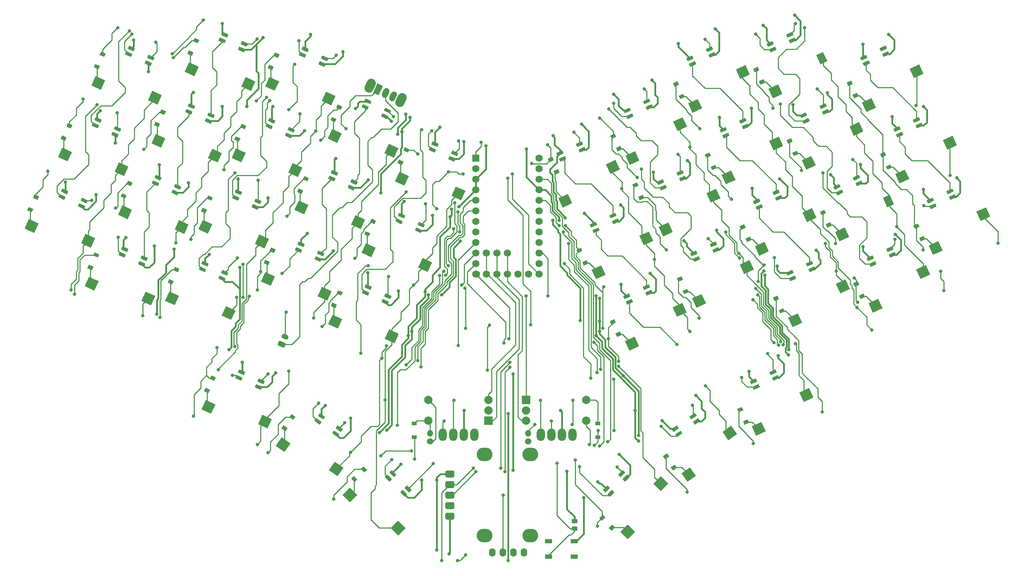
<source format=gbr>
%TF.GenerationSoftware,KiCad,Pcbnew,(5.1.10)-1*%
%TF.CreationDate,2021-12-08T15:35:40-08:00*%
%TF.ProjectId,barobord,6261726f-626f-4726-942e-6b696361645f,rev?*%
%TF.SameCoordinates,Original*%
%TF.FileFunction,Copper,L2,Bot*%
%TF.FilePolarity,Positive*%
%FSLAX46Y46*%
G04 Gerber Fmt 4.6, Leading zero omitted, Abs format (unit mm)*
G04 Created by KiCad (PCBNEW (5.1.10)-1) date 2021-12-08 15:35:40*
%MOMM*%
%LPD*%
G01*
G04 APERTURE LIST*
%TA.AperFunction,SMDPad,CuDef*%
%ADD10C,0.100000*%
%TD*%
%TA.AperFunction,ComponentPad*%
%ADD11C,0.100000*%
%TD*%
%TA.AperFunction,ComponentPad*%
%ADD12C,1.752600*%
%TD*%
%TA.AperFunction,ComponentPad*%
%ADD13R,1.752600X1.752600*%
%TD*%
%TA.AperFunction,ComponentPad*%
%ADD14O,2.000000X3.000000*%
%TD*%
%TA.AperFunction,ComponentPad*%
%ADD15O,1.524000X1.524000*%
%TD*%
%TA.AperFunction,ComponentPad*%
%ADD16C,1.524000*%
%TD*%
%TA.AperFunction,ComponentPad*%
%ADD17R,2.000000X2.000000*%
%TD*%
%TA.AperFunction,ComponentPad*%
%ADD18C,2.000000*%
%TD*%
%TA.AperFunction,ComponentPad*%
%ADD19O,1.600000X2.000000*%
%TD*%
%TA.AperFunction,SMDPad,CuDef*%
%ADD20R,1.200000X0.900000*%
%TD*%
%TA.AperFunction,ComponentPad*%
%ADD21O,3.800000X3.300000*%
%TD*%
%TA.AperFunction,SMDPad,CuDef*%
%ADD22R,1.800000X1.100000*%
%TD*%
%TA.AperFunction,ViaPad*%
%ADD23C,0.800000*%
%TD*%
%TA.AperFunction,Conductor*%
%ADD24C,0.381000*%
%TD*%
%TA.AperFunction,Conductor*%
%ADD25C,0.254000*%
%TD*%
G04 APERTURE END LIST*
%TA.AperFunction,SMDPad,CuDef*%
D10*
%TO.P,SW29,2*%
%TO.N,col8*%
G36*
X237917159Y-66132231D02*
G01*
X238973705Y-68398000D01*
X237342351Y-69158713D01*
X236285805Y-66892944D01*
X237917159Y-66132231D01*
G37*
%TD.AperFunction*%
%TA.AperFunction,SMDPad,CuDef*%
%TO.P,SW29,1*%
%TO.N,Net-(D29-Pad2)*%
G36*
X227104384Y-73976891D02*
G01*
X228160929Y-76242660D01*
X225849844Y-77320337D01*
X224793299Y-75054568D01*
X227104384Y-73976891D01*
G37*
%TD.AperFunction*%
%TD*%
%TA.AperFunction,SMDPad,CuDef*%
%TO.P,SW9,2*%
%TO.N,col8*%
G36*
X221857665Y-31692537D02*
G01*
X222914211Y-33958306D01*
X221282857Y-34719019D01*
X220226311Y-32453250D01*
X221857665Y-31692537D01*
G37*
%TD.AperFunction*%
%TA.AperFunction,SMDPad,CuDef*%
%TO.P,SW9,1*%
%TO.N,Net-(D9-Pad2)*%
G36*
X211044890Y-39537197D02*
G01*
X212101435Y-41802966D01*
X209790350Y-42880643D01*
X208733805Y-40614874D01*
X211044890Y-39537197D01*
G37*
%TD.AperFunction*%
%TD*%
%TO.P,SW46,*%
%TO.N,*%
%TA.AperFunction,ComponentPad*%
G36*
G01*
X118994430Y-43420995D02*
X119543834Y-42242795D01*
G75*
G02*
X121005653Y-41710736I996939J-464880D01*
G01*
X121005653Y-41710736D01*
G75*
G02*
X121537712Y-43172555I-464880J-996939D01*
G01*
X120988308Y-44350755D01*
G75*
G02*
X119526489Y-44882814I-996939J464880D01*
G01*
X119526489Y-44882814D01*
G75*
G02*
X118994430Y-43420995I464880J996939D01*
G01*
G37*
%TD.AperFunction*%
%TA.AperFunction,ComponentPad*%
G36*
G01*
X111562706Y-39955526D02*
X112112110Y-38777326D01*
G75*
G02*
X113573929Y-38245267I996939J-464880D01*
G01*
X113573929Y-38245267D01*
G75*
G02*
X114105988Y-39707086I-464880J-996939D01*
G01*
X113556584Y-40885286D01*
G75*
G02*
X112094765Y-41417345I-996939J464880D01*
G01*
X112094765Y-41417345D01*
G75*
G02*
X111562706Y-39955526I464880J996939D01*
G01*
G37*
%TD.AperFunction*%
%TO.P,SW46,3*%
%TO.N,N/C*%
%TA.AperFunction,ComponentPad*%
G36*
G01*
X117471784Y-42545467D02*
X117894402Y-41639159D01*
G75*
G02*
X118891097Y-41276392I679731J-316964D01*
G01*
X118891097Y-41276392D01*
G75*
G02*
X119253864Y-42273087I-316964J-679731D01*
G01*
X118831246Y-43179395D01*
G75*
G02*
X117834551Y-43542162I-679731J316964D01*
G01*
X117834551Y-43542162D01*
G75*
G02*
X117471784Y-42545467I316964J679731D01*
G01*
G37*
%TD.AperFunction*%
%TO.P,SW46,2*%
%TO.N,Net-(J2-Pad1)*%
%TA.AperFunction,ComponentPad*%
G36*
G01*
X115659169Y-41700231D02*
X116081787Y-40793923D01*
G75*
G02*
X117078482Y-40431156I679731J-316964D01*
G01*
X117078482Y-40431156D01*
G75*
G02*
X117441249Y-41427851I-316964J-679731D01*
G01*
X117018631Y-42334159D01*
G75*
G02*
X116021936Y-42696926I-679731J316964D01*
G01*
X116021936Y-42696926D01*
G75*
G02*
X115659169Y-41700231I316964J679731D01*
G01*
G37*
%TD.AperFunction*%
%TA.AperFunction,ComponentPad*%
D11*
%TO.P,SW46,1*%
%TO.N,B+*%
G36*
X113529589Y-41534725D02*
G01*
X114586135Y-39268956D01*
X115945597Y-39902883D01*
X114889051Y-42168652D01*
X113529589Y-41534725D01*
G37*
%TD.AperFunction*%
%TD*%
%TO.P,J2,2*%
%TO.N,B-*%
%TA.AperFunction,ComponentPad*%
G36*
G01*
X92362894Y-100983393D02*
X91864424Y-100750953D01*
G75*
G02*
X91574210Y-99953597I253571J543785D01*
G01*
X91574210Y-99953597D01*
G75*
G02*
X92371566Y-99663383I543785J-253571D01*
G01*
X92870036Y-99895823D01*
G75*
G02*
X93160250Y-100693179I-253571J-543785D01*
G01*
X93160250Y-100693179D01*
G75*
G02*
X92362894Y-100983393I-543785J253571D01*
G01*
G37*
%TD.AperFunction*%
%TO.P,J2,1*%
%TO.N,Net-(J2-Pad1)*%
%TA.AperFunction,ComponentPad*%
G36*
G01*
X91834865Y-102943925D02*
X90701979Y-102415652D01*
G75*
G02*
X90581057Y-102083422I105654J226576D01*
G01*
X90876891Y-101449005D01*
G75*
G02*
X91209121Y-101328083I226576J-105654D01*
G01*
X92342007Y-101856356D01*
G75*
G02*
X92462929Y-102188586I-105654J-226576D01*
G01*
X92167095Y-102823003D01*
G75*
G02*
X91834865Y-102943925I-226576J105654D01*
G01*
G37*
%TD.AperFunction*%
%TD*%
%TO.P,D56,3*%
%TO.N,GND*%
%TA.AperFunction,SMDPad,CuDef*%
G36*
G01*
X120886772Y-71813910D02*
X119585314Y-71207030D01*
G75*
G02*
X119545652Y-71098058I34655J74317D01*
G01*
X119822890Y-70503520D01*
G75*
G02*
X119931862Y-70463858I74317J-34655D01*
G01*
X121233320Y-71070738D01*
G75*
G02*
X121272982Y-71179710I-34655J-74317D01*
G01*
X120995744Y-71774248D01*
G75*
G02*
X120886772Y-71813910I-74317J34655D01*
G01*
G37*
%TD.AperFunction*%
%TO.P,D56,4*%
%TO.N,Net-(D55-Pad2)*%
%TA.AperFunction,SMDPad,CuDef*%
G36*
G01*
X120252844Y-73173372D02*
X118951386Y-72566492D01*
G75*
G02*
X118911724Y-72457520I34655J74317D01*
G01*
X119188962Y-71862982D01*
G75*
G02*
X119297934Y-71823320I74317J-34655D01*
G01*
X120599392Y-72430200D01*
G75*
G02*
X120639054Y-72539172I-34655J-74317D01*
G01*
X120361816Y-73133710D01*
G75*
G02*
X120252844Y-73173372I-74317J34655D01*
G01*
G37*
%TD.AperFunction*%
%TO.P,D56,2*%
%TO.N,Net-(D56-Pad2)*%
%TA.AperFunction,SMDPad,CuDef*%
G36*
G01*
X125599572Y-74011525D02*
X124298114Y-73404645D01*
G75*
G02*
X124258452Y-73295673I34655J74317D01*
G01*
X124535690Y-72701135D01*
G75*
G02*
X124644662Y-72661473I74317J-34655D01*
G01*
X125946120Y-73268353D01*
G75*
G02*
X125985782Y-73377325I-34655J-74317D01*
G01*
X125708544Y-73971863D01*
G75*
G02*
X125599572Y-74011525I-74317J34655D01*
G01*
G37*
%TD.AperFunction*%
%TO.P,D56,1*%
%TO.N,+5V*%
%TA.AperFunction,SMDPad,CuDef*%
G36*
G01*
X124965645Y-75370987D02*
X123664187Y-74764107D01*
G75*
G02*
X123624525Y-74655135I34655J74317D01*
G01*
X123901763Y-74060597D01*
G75*
G02*
X124010735Y-74020935I74317J-34655D01*
G01*
X125312193Y-74627815D01*
G75*
G02*
X125351855Y-74736787I-34655J-74317D01*
G01*
X125074617Y-75331325D01*
G75*
G02*
X124965645Y-75370987I-74317J34655D01*
G01*
G37*
%TD.AperFunction*%
%TD*%
D12*
%TO.P,U2,1*%
%TO.N,led*%
X138232593Y-57330404D03*
%TO.P,U2,2*%
%TO.N,col0*%
X138232593Y-59870404D03*
%TO.P,U2,3*%
%TO.N,GND*%
X138232593Y-62410404D03*
%TO.P,U2,4*%
X138232593Y-64950404D03*
%TO.P,U2,5*%
%TO.N,sda*%
X138232593Y-67490404D03*
%TO.P,U2,6*%
%TO.N,scl*%
X138232593Y-70030404D03*
%TO.P,U2,7*%
%TO.N,col1*%
X138232593Y-72570404D03*
%TO.P,U2,8*%
%TO.N,col2*%
X138232593Y-75110404D03*
%TO.P,U2,9*%
%TO.N,col3*%
X138232593Y-77650404D03*
%TO.P,U2,10*%
%TO.N,col4*%
X138232593Y-80190404D03*
%TO.P,U2,11*%
%TO.N,row3*%
X138232593Y-82730404D03*
%TO.P,U2,13*%
%TO.N,row0*%
X153472593Y-85270404D03*
%TO.P,U2,14*%
%TO.N,row4*%
X153472593Y-82730404D03*
%TO.P,U2,15*%
%TO.N,ENC2A*%
X153472593Y-80190404D03*
%TO.P,U2,16*%
%TO.N,col8*%
X153472593Y-77650404D03*
%TO.P,U2,17*%
%TO.N,col7*%
X153472593Y-75110404D03*
%TO.P,U2,18*%
%TO.N,col6*%
X153472593Y-72570404D03*
%TO.P,U2,19*%
%TO.N,col5*%
X153472593Y-70030404D03*
%TO.P,U2,20*%
%TO.N,row1*%
X153472593Y-67490404D03*
%TO.P,U2,21*%
%TO.N,+5V*%
X153472593Y-64950404D03*
%TO.P,U2,22*%
%TO.N,RESET*%
X153472593Y-62410404D03*
%TO.P,U2,23*%
%TO.N,B-*%
X153472593Y-59870404D03*
%TO.P,U2,12*%
%TO.N,row2*%
X138232593Y-85270404D03*
%TO.P,U2,24*%
%TO.N,B+*%
X153472593Y-57330404D03*
%TO.P,U2,31*%
%TO.N,ENC1B*%
X140772593Y-80190404D03*
%TO.P,U2,32*%
%TO.N,ENC1A*%
X143312593Y-80190404D03*
%TO.P,U2,33*%
%TO.N,ENC2B*%
X145852593Y-80190404D03*
%TD*%
%TO.P,U1,25*%
%TO.N,ENC1B*%
X140772593Y-85270404D03*
%TO.P,U1,26*%
%TO.N,ENC1A*%
X143312593Y-85270404D03*
%TO.P,U1,27*%
%TO.N,ENC2B*%
X145852593Y-85270404D03*
%TO.P,U1,28*%
%TO.N,Net-(U1-Pad28)*%
X148392593Y-85270404D03*
%TO.P,U1,29*%
%TO.N,Net-(U1-Pad29)*%
X150932593Y-85270404D03*
%TO.P,U1,24*%
%TO.N,B+*%
X153472593Y-57330404D03*
%TO.P,U1,12*%
%TO.N,row2*%
X138461193Y-85270404D03*
%TO.P,U1,23*%
%TO.N,B-*%
X153472593Y-59870404D03*
%TO.P,U1,22*%
%TO.N,RESET*%
X153472593Y-62410404D03*
%TO.P,U1,21*%
%TO.N,+5V*%
X153472593Y-64950404D03*
%TO.P,U1,20*%
%TO.N,row1*%
X153472593Y-67490404D03*
%TO.P,U1,19*%
%TO.N,col5*%
X153472593Y-70030404D03*
%TO.P,U1,18*%
%TO.N,col6*%
X153472593Y-72570404D03*
%TO.P,U1,17*%
%TO.N,col7*%
X153472593Y-75110404D03*
%TO.P,U1,16*%
%TO.N,col8*%
X153472593Y-77650404D03*
%TO.P,U1,15*%
%TO.N,ENC2A*%
X153472593Y-80190404D03*
%TO.P,U1,14*%
%TO.N,row4*%
X153472593Y-82730404D03*
%TO.P,U1,13*%
%TO.N,row0*%
X153472593Y-85270404D03*
%TO.P,U1,11*%
%TO.N,row3*%
X138232593Y-82730404D03*
%TO.P,U1,10*%
%TO.N,col4*%
X138232593Y-80190404D03*
%TO.P,U1,9*%
%TO.N,col3*%
X138232593Y-77650404D03*
%TO.P,U1,8*%
%TO.N,col2*%
X138232593Y-75110404D03*
%TO.P,U1,7*%
%TO.N,col1*%
X138232593Y-72570404D03*
%TO.P,U1,6*%
%TO.N,scl*%
X138232593Y-70030404D03*
%TO.P,U1,5*%
%TO.N,sda*%
X138232593Y-67490404D03*
%TO.P,U1,4*%
%TO.N,GND*%
X138232593Y-64950404D03*
%TO.P,U1,3*%
X138232593Y-62410404D03*
%TO.P,U1,2*%
%TO.N,col0*%
X138232593Y-59870404D03*
D13*
%TO.P,U1,1*%
%TO.N,led*%
X138232593Y-57330404D03*
%TD*%
%TO.P,D59,3*%
%TO.N,GND*%
%TA.AperFunction,SMDPad,CuDef*%
G36*
G01*
X101493458Y-120240985D02*
X100317156Y-119417329D01*
G75*
G02*
X100297019Y-119303126I47033J67170D01*
G01*
X100673285Y-118765762D01*
G75*
G02*
X100787488Y-118745625I67170J-47033D01*
G01*
X101963790Y-119569281D01*
G75*
G02*
X101983927Y-119683484I-47033J-67170D01*
G01*
X101607661Y-120220848D01*
G75*
G02*
X101493458Y-120240985I-67170J47033D01*
G01*
G37*
%TD.AperFunction*%
%TO.P,D59,4*%
%TO.N,Net-(D58-Pad2)*%
%TA.AperFunction,SMDPad,CuDef*%
G36*
G01*
X100633093Y-121469713D02*
X99456791Y-120646057D01*
G75*
G02*
X99436654Y-120531854I47033J67170D01*
G01*
X99812920Y-119994490D01*
G75*
G02*
X99927123Y-119974353I67170J-47033D01*
G01*
X101103425Y-120798009D01*
G75*
G02*
X101123562Y-120912212I-47033J-67170D01*
G01*
X100747296Y-121449576D01*
G75*
G02*
X100633093Y-121469713I-67170J47033D01*
G01*
G37*
%TD.AperFunction*%
%TO.P,D59,2*%
%TO.N,Net-(D59-Pad2)*%
%TA.AperFunction,SMDPad,CuDef*%
G36*
G01*
X105753048Y-123223582D02*
X104576746Y-122399926D01*
G75*
G02*
X104556609Y-122285723I47033J67170D01*
G01*
X104932875Y-121748359D01*
G75*
G02*
X105047078Y-121728222I67170J-47033D01*
G01*
X106223380Y-122551878D01*
G75*
G02*
X106243517Y-122666081I-47033J-67170D01*
G01*
X105867251Y-123203445D01*
G75*
G02*
X105753048Y-123223582I-67170J47033D01*
G01*
G37*
%TD.AperFunction*%
%TO.P,D59,1*%
%TO.N,+5V*%
%TA.AperFunction,SMDPad,CuDef*%
G36*
G01*
X104892684Y-124452310D02*
X103716382Y-123628654D01*
G75*
G02*
X103696245Y-123514451I47033J67170D01*
G01*
X104072511Y-122977087D01*
G75*
G02*
X104186714Y-122956950I67170J-47033D01*
G01*
X105363016Y-123780606D01*
G75*
G02*
X105383153Y-123894809I-47033J-67170D01*
G01*
X105006887Y-124432173D01*
G75*
G02*
X104892684Y-124452310I-67170J47033D01*
G01*
G37*
%TD.AperFunction*%
%TD*%
D14*
%TO.P,SW45,NC*%
%TO.N,Net-(SW45-PadNC)*%
X161522593Y-123908404D03*
%TO.P,SW45,C*%
%TO.N,GND*%
X158982593Y-123908404D03*
%TO.P,SW45,B*%
%TO.N,ENC2B*%
X156442593Y-123908404D03*
%TO.P,SW45,A*%
%TO.N,ENC2A*%
X153902593Y-123908404D03*
D15*
%TO.P,SW45,S2*%
%TO.N,Net-(D82-Pad2)*%
X150902593Y-123558404D03*
D16*
%TO.P,SW45,S1*%
%TO.N,col3*%
X150902593Y-125558404D03*
%TD*%
D17*
%TO.P,SW43,A*%
%TO.N,ENC2A*%
X150352593Y-115558404D03*
D18*
%TO.P,SW43,C*%
%TO.N,GND*%
X150352593Y-118058404D03*
%TO.P,SW43,B*%
%TO.N,ENC2B*%
X150352593Y-120558404D03*
%TO.P,SW43,S2*%
%TO.N,Net-(D82-Pad2)*%
X164852593Y-115558404D03*
%TO.P,SW43,S1*%
%TO.N,col3*%
X164852593Y-120558404D03*
%TD*%
D17*
%TO.P,SW42,A*%
%TO.N,ENC1A*%
X141352593Y-120558404D03*
D18*
%TO.P,SW42,C*%
%TO.N,GND*%
X141352593Y-118058404D03*
%TO.P,SW42,B*%
%TO.N,ENC1B*%
X141352593Y-115558404D03*
%TO.P,SW42,S2*%
%TO.N,Net-(D81-Pad2)*%
X126852593Y-120558404D03*
%TO.P,SW42,S1*%
%TO.N,col4*%
X126852593Y-115558404D03*
%TD*%
D14*
%TO.P,SW44,NC*%
%TO.N,Net-(SW44-PadNC)*%
X137922593Y-123908404D03*
%TO.P,SW44,C*%
%TO.N,GND*%
X135382593Y-123908404D03*
%TO.P,SW44,B*%
%TO.N,ENC1B*%
X132842593Y-123908404D03*
%TO.P,SW44,A*%
%TO.N,ENC1A*%
X130302593Y-123908404D03*
D15*
%TO.P,SW44,S2*%
%TO.N,Net-(D81-Pad2)*%
X127302593Y-123558404D03*
D16*
%TO.P,SW44,S1*%
%TO.N,col4*%
X127302593Y-125558404D03*
%TD*%
D19*
%TO.P,Brd1,2*%
%TO.N,+5V*%
X147332593Y-152258404D03*
%TO.P,Brd1,1*%
%TO.N,GND*%
X149872593Y-152258404D03*
%TO.P,Brd1,3*%
%TO.N,scl*%
X144792593Y-152258404D03*
%TO.P,Brd1,4*%
%TO.N,sda*%
X142252593Y-152258404D03*
%TD*%
D20*
%TO.P,D82,2*%
%TO.N,Net-(D82-Pad2)*%
X167652593Y-121208404D03*
%TO.P,D82,1*%
%TO.N,row4*%
X167652593Y-124508404D03*
%TD*%
%TO.P,D81,2*%
%TO.N,Net-(D81-Pad2)*%
X123452593Y-121208404D03*
%TO.P,D81,1*%
%TO.N,row4*%
X123452593Y-124508404D03*
%TD*%
D21*
%TO.P,J1,9*%
%TO.N,N/C*%
X140352593Y-128658404D03*
%TO.P,J1,8*%
X151352593Y-128658404D03*
%TO.P,J1,7*%
X151352593Y-148258404D03*
%TO.P,J1,6*%
X140352593Y-148258404D03*
%TO.P,J1,1*%
%TO.N,+5V*%
%TA.AperFunction,ComponentPad*%
G36*
G01*
X133128593Y-132953404D02*
X133128593Y-133803404D01*
G75*
G02*
X132703593Y-134228404I-425000J0D01*
G01*
X131353593Y-134228404D01*
G75*
G02*
X130928593Y-133803404I0J425000D01*
G01*
X130928593Y-132953404D01*
G75*
G02*
X131353593Y-132528404I425000J0D01*
G01*
X132703593Y-132528404D01*
G75*
G02*
X133128593Y-132953404I0J-425000D01*
G01*
G37*
%TD.AperFunction*%
%TO.P,J1,2*%
%TO.N,sda*%
%TA.AperFunction,ComponentPad*%
G36*
G01*
X132703593Y-136768404D02*
X131353593Y-136768404D01*
G75*
G02*
X130928593Y-136343404I0J425000D01*
G01*
X130928593Y-135493404D01*
G75*
G02*
X131353593Y-135068404I425000J0D01*
G01*
X132703593Y-135068404D01*
G75*
G02*
X133128593Y-135493404I0J-425000D01*
G01*
X133128593Y-136343404D01*
G75*
G02*
X132703593Y-136768404I-425000J0D01*
G01*
G37*
%TD.AperFunction*%
%TO.P,J1,3*%
%TO.N,scl*%
%TA.AperFunction,ComponentPad*%
G36*
G01*
X132703593Y-139308404D02*
X131353593Y-139308404D01*
G75*
G02*
X130928593Y-138883404I0J425000D01*
G01*
X130928593Y-138033404D01*
G75*
G02*
X131353593Y-137608404I425000J0D01*
G01*
X132703593Y-137608404D01*
G75*
G02*
X133128593Y-138033404I0J-425000D01*
G01*
X133128593Y-138883404D01*
G75*
G02*
X132703593Y-139308404I-425000J0D01*
G01*
G37*
%TD.AperFunction*%
%TO.P,J1,4*%
%TO.N,Net-(J1-Pad4)*%
%TA.AperFunction,ComponentPad*%
G36*
G01*
X132703593Y-141848404D02*
X131353593Y-141848404D01*
G75*
G02*
X130928593Y-141423404I0J425000D01*
G01*
X130928593Y-140573404D01*
G75*
G02*
X131353593Y-140148404I425000J0D01*
G01*
X132703593Y-140148404D01*
G75*
G02*
X133128593Y-140573404I0J-425000D01*
G01*
X133128593Y-141423404D01*
G75*
G02*
X132703593Y-141848404I-425000J0D01*
G01*
G37*
%TD.AperFunction*%
%TO.P,J1,5*%
%TO.N,GND*%
%TA.AperFunction,ComponentPad*%
G36*
G01*
X132703593Y-144388404D02*
X131353593Y-144388404D01*
G75*
G02*
X130928593Y-143963404I0J425000D01*
G01*
X130928593Y-143113404D01*
G75*
G02*
X131353593Y-142688404I425000J0D01*
G01*
X132703593Y-142688404D01*
G75*
G02*
X133128593Y-143113404I0J-425000D01*
G01*
X133128593Y-143963404D01*
G75*
G02*
X132703593Y-144388404I-425000J0D01*
G01*
G37*
%TD.AperFunction*%
%TD*%
%TO.P,D57,3*%
%TO.N,GND*%
%TA.AperFunction,SMDPad,CuDef*%
G36*
G01*
X112857026Y-89033757D02*
X111555568Y-88426877D01*
G75*
G02*
X111515906Y-88317905I34655J74317D01*
G01*
X111793144Y-87723367D01*
G75*
G02*
X111902116Y-87683705I74317J-34655D01*
G01*
X113203574Y-88290585D01*
G75*
G02*
X113243236Y-88399557I-34655J-74317D01*
G01*
X112965998Y-88994095D01*
G75*
G02*
X112857026Y-89033757I-74317J34655D01*
G01*
G37*
%TD.AperFunction*%
%TO.P,D57,4*%
%TO.N,Net-(D56-Pad2)*%
%TA.AperFunction,SMDPad,CuDef*%
G36*
G01*
X112223098Y-90393219D02*
X110921640Y-89786339D01*
G75*
G02*
X110881978Y-89677367I34655J74317D01*
G01*
X111159216Y-89082829D01*
G75*
G02*
X111268188Y-89043167I74317J-34655D01*
G01*
X112569646Y-89650047D01*
G75*
G02*
X112609308Y-89759019I-34655J-74317D01*
G01*
X112332070Y-90353557D01*
G75*
G02*
X112223098Y-90393219I-74317J34655D01*
G01*
G37*
%TD.AperFunction*%
%TO.P,D57,2*%
%TO.N,Net-(D57-Pad2)*%
%TA.AperFunction,SMDPad,CuDef*%
G36*
G01*
X117569826Y-91231372D02*
X116268368Y-90624492D01*
G75*
G02*
X116228706Y-90515520I34655J74317D01*
G01*
X116505944Y-89920982D01*
G75*
G02*
X116614916Y-89881320I74317J-34655D01*
G01*
X117916374Y-90488200D01*
G75*
G02*
X117956036Y-90597172I-34655J-74317D01*
G01*
X117678798Y-91191710D01*
G75*
G02*
X117569826Y-91231372I-74317J34655D01*
G01*
G37*
%TD.AperFunction*%
%TO.P,D57,1*%
%TO.N,+5V*%
%TA.AperFunction,SMDPad,CuDef*%
G36*
G01*
X116935899Y-92590834D02*
X115634441Y-91983954D01*
G75*
G02*
X115594779Y-91874982I34655J74317D01*
G01*
X115872017Y-91280444D01*
G75*
G02*
X115980989Y-91240782I74317J-34655D01*
G01*
X117282447Y-91847662D01*
G75*
G02*
X117322109Y-91956634I-34655J-74317D01*
G01*
X117044871Y-92551172D01*
G75*
G02*
X116935899Y-92590834I-74317J34655D01*
G01*
G37*
%TD.AperFunction*%
%TD*%
%TO.P,D45,3*%
%TO.N,GND*%
%TA.AperFunction,SMDPad,CuDef*%
G36*
G01*
X62254030Y-62678747D02*
X60952572Y-62071867D01*
G75*
G02*
X60912910Y-61962895I34655J74317D01*
G01*
X61190148Y-61368357D01*
G75*
G02*
X61299120Y-61328695I74317J-34655D01*
G01*
X62600578Y-61935575D01*
G75*
G02*
X62640240Y-62044547I-34655J-74317D01*
G01*
X62363002Y-62639085D01*
G75*
G02*
X62254030Y-62678747I-74317J34655D01*
G01*
G37*
%TD.AperFunction*%
%TO.P,D45,4*%
%TO.N,Net-(D44-Pad2)*%
%TA.AperFunction,SMDPad,CuDef*%
G36*
G01*
X61620102Y-64038209D02*
X60318644Y-63431329D01*
G75*
G02*
X60278982Y-63322357I34655J74317D01*
G01*
X60556220Y-62727819D01*
G75*
G02*
X60665192Y-62688157I74317J-34655D01*
G01*
X61966650Y-63295037D01*
G75*
G02*
X62006312Y-63404009I-34655J-74317D01*
G01*
X61729074Y-63998547D01*
G75*
G02*
X61620102Y-64038209I-74317J34655D01*
G01*
G37*
%TD.AperFunction*%
%TO.P,D45,2*%
%TO.N,Net-(D45-Pad2)*%
%TA.AperFunction,SMDPad,CuDef*%
G36*
G01*
X66966830Y-64876362D02*
X65665372Y-64269482D01*
G75*
G02*
X65625710Y-64160510I34655J74317D01*
G01*
X65902948Y-63565972D01*
G75*
G02*
X66011920Y-63526310I74317J-34655D01*
G01*
X67313378Y-64133190D01*
G75*
G02*
X67353040Y-64242162I-34655J-74317D01*
G01*
X67075802Y-64836700D01*
G75*
G02*
X66966830Y-64876362I-74317J34655D01*
G01*
G37*
%TD.AperFunction*%
%TO.P,D45,1*%
%TO.N,+5V*%
%TA.AperFunction,SMDPad,CuDef*%
G36*
G01*
X66332903Y-66235824D02*
X65031445Y-65628944D01*
G75*
G02*
X64991783Y-65519972I34655J74317D01*
G01*
X65269021Y-64925434D01*
G75*
G02*
X65377993Y-64885772I74317J-34655D01*
G01*
X66679451Y-65492652D01*
G75*
G02*
X66719113Y-65601624I-34655J-74317D01*
G01*
X66441875Y-66196162D01*
G75*
G02*
X66332903Y-66235824I-74317J34655D01*
G01*
G37*
%TD.AperFunction*%
%TD*%
%TO.P,D65,3*%
%TO.N,GND*%
%TA.AperFunction,SMDPad,CuDef*%
G36*
G01*
X167401886Y-73404645D02*
X166100428Y-74011525D01*
G75*
G02*
X165991456Y-73971863I-34655J74317D01*
G01*
X165714218Y-73377325D01*
G75*
G02*
X165753880Y-73268353I74317J34655D01*
G01*
X167055338Y-72661473D01*
G75*
G02*
X167164310Y-72701135I34655J-74317D01*
G01*
X167441548Y-73295673D01*
G75*
G02*
X167401886Y-73404645I-74317J-34655D01*
G01*
G37*
%TD.AperFunction*%
%TO.P,D65,4*%
%TO.N,Net-(D64-Pad2)*%
%TA.AperFunction,SMDPad,CuDef*%
G36*
G01*
X168035813Y-74764107D02*
X166734355Y-75370987D01*
G75*
G02*
X166625383Y-75331325I-34655J74317D01*
G01*
X166348145Y-74736787D01*
G75*
G02*
X166387807Y-74627815I74317J34655D01*
G01*
X167689265Y-74020935D01*
G75*
G02*
X167798237Y-74060597I34655J-74317D01*
G01*
X168075475Y-74655135D01*
G75*
G02*
X168035813Y-74764107I-74317J-34655D01*
G01*
G37*
%TD.AperFunction*%
%TO.P,D65,2*%
%TO.N,Net-(D65-Pad2)*%
%TA.AperFunction,SMDPad,CuDef*%
G36*
G01*
X172114686Y-71207030D02*
X170813228Y-71813910D01*
G75*
G02*
X170704256Y-71774248I-34655J74317D01*
G01*
X170427018Y-71179710D01*
G75*
G02*
X170466680Y-71070738I74317J34655D01*
G01*
X171768138Y-70463858D01*
G75*
G02*
X171877110Y-70503520I34655J-74317D01*
G01*
X172154348Y-71098058D01*
G75*
G02*
X172114686Y-71207030I-74317J-34655D01*
G01*
G37*
%TD.AperFunction*%
%TO.P,D65,1*%
%TO.N,+5V*%
%TA.AperFunction,SMDPad,CuDef*%
G36*
G01*
X172748614Y-72566492D02*
X171447156Y-73173372D01*
G75*
G02*
X171338184Y-73133710I-34655J74317D01*
G01*
X171060946Y-72539172D01*
G75*
G02*
X171100608Y-72430200I74317J34655D01*
G01*
X172402066Y-71823320D01*
G75*
G02*
X172511038Y-71862982I34655J-74317D01*
G01*
X172788276Y-72457520D01*
G75*
G02*
X172748614Y-72566492I-74317J-34655D01*
G01*
G37*
%TD.AperFunction*%
%TD*%
%TO.P,D53,3*%
%TO.N,GND*%
%TA.AperFunction,SMDPad,CuDef*%
G36*
G01*
X104723471Y-61518393D02*
X103422013Y-60911513D01*
G75*
G02*
X103382351Y-60802541I34655J74317D01*
G01*
X103659589Y-60208003D01*
G75*
G02*
X103768561Y-60168341I74317J-34655D01*
G01*
X105070019Y-60775221D01*
G75*
G02*
X105109681Y-60884193I-34655J-74317D01*
G01*
X104832443Y-61478731D01*
G75*
G02*
X104723471Y-61518393I-74317J34655D01*
G01*
G37*
%TD.AperFunction*%
%TO.P,D53,4*%
%TO.N,Net-(D52-Pad2)*%
%TA.AperFunction,SMDPad,CuDef*%
G36*
G01*
X104089543Y-62877855D02*
X102788085Y-62270975D01*
G75*
G02*
X102748423Y-62162003I34655J74317D01*
G01*
X103025661Y-61567465D01*
G75*
G02*
X103134633Y-61527803I74317J-34655D01*
G01*
X104436091Y-62134683D01*
G75*
G02*
X104475753Y-62243655I-34655J-74317D01*
G01*
X104198515Y-62838193D01*
G75*
G02*
X104089543Y-62877855I-74317J34655D01*
G01*
G37*
%TD.AperFunction*%
%TO.P,D53,2*%
%TO.N,Net-(D53-Pad2)*%
%TA.AperFunction,SMDPad,CuDef*%
G36*
G01*
X109436271Y-63716008D02*
X108134813Y-63109128D01*
G75*
G02*
X108095151Y-63000156I34655J74317D01*
G01*
X108372389Y-62405618D01*
G75*
G02*
X108481361Y-62365956I74317J-34655D01*
G01*
X109782819Y-62972836D01*
G75*
G02*
X109822481Y-63081808I-34655J-74317D01*
G01*
X109545243Y-63676346D01*
G75*
G02*
X109436271Y-63716008I-74317J34655D01*
G01*
G37*
%TD.AperFunction*%
%TO.P,D53,1*%
%TO.N,+5V*%
%TA.AperFunction,SMDPad,CuDef*%
G36*
G01*
X108802344Y-65075470D02*
X107500886Y-64468590D01*
G75*
G02*
X107461224Y-64359618I34655J74317D01*
G01*
X107738462Y-63765080D01*
G75*
G02*
X107847434Y-63725418I74317J-34655D01*
G01*
X109148892Y-64332298D01*
G75*
G02*
X109188554Y-64441270I-34655J-74317D01*
G01*
X108911316Y-65035808D01*
G75*
G02*
X108802344Y-65075470I-74317J34655D01*
G01*
G37*
%TD.AperFunction*%
%TD*%
%TO.P,D52,3*%
%TO.N,GND*%
%TA.AperFunction,SMDPad,CuDef*%
G36*
G01*
X96693724Y-78738241D02*
X95392266Y-78131361D01*
G75*
G02*
X95352604Y-78022389I34655J74317D01*
G01*
X95629842Y-77427851D01*
G75*
G02*
X95738814Y-77388189I74317J-34655D01*
G01*
X97040272Y-77995069D01*
G75*
G02*
X97079934Y-78104041I-34655J-74317D01*
G01*
X96802696Y-78698579D01*
G75*
G02*
X96693724Y-78738241I-74317J34655D01*
G01*
G37*
%TD.AperFunction*%
%TO.P,D52,4*%
%TO.N,Net-(D51-Pad2)*%
%TA.AperFunction,SMDPad,CuDef*%
G36*
G01*
X96059796Y-80097703D02*
X94758338Y-79490823D01*
G75*
G02*
X94718676Y-79381851I34655J74317D01*
G01*
X94995914Y-78787313D01*
G75*
G02*
X95104886Y-78747651I74317J-34655D01*
G01*
X96406344Y-79354531D01*
G75*
G02*
X96446006Y-79463503I-34655J-74317D01*
G01*
X96168768Y-80058041D01*
G75*
G02*
X96059796Y-80097703I-74317J34655D01*
G01*
G37*
%TD.AperFunction*%
%TO.P,D52,2*%
%TO.N,Net-(D52-Pad2)*%
%TA.AperFunction,SMDPad,CuDef*%
G36*
G01*
X101406524Y-80935856D02*
X100105066Y-80328976D01*
G75*
G02*
X100065404Y-80220004I34655J74317D01*
G01*
X100342642Y-79625466D01*
G75*
G02*
X100451614Y-79585804I74317J-34655D01*
G01*
X101753072Y-80192684D01*
G75*
G02*
X101792734Y-80301656I-34655J-74317D01*
G01*
X101515496Y-80896194D01*
G75*
G02*
X101406524Y-80935856I-74317J34655D01*
G01*
G37*
%TD.AperFunction*%
%TO.P,D52,1*%
%TO.N,+5V*%
%TA.AperFunction,SMDPad,CuDef*%
G36*
G01*
X100772597Y-82295318D02*
X99471139Y-81688438D01*
G75*
G02*
X99431477Y-81579466I34655J74317D01*
G01*
X99708715Y-80984928D01*
G75*
G02*
X99817687Y-80945266I74317J-34655D01*
G01*
X101119145Y-81552146D01*
G75*
G02*
X101158807Y-81661118I-34655J-74317D01*
G01*
X100881569Y-82255656D01*
G75*
G02*
X100772597Y-82295318I-74317J34655D01*
G01*
G37*
%TD.AperFunction*%
%TD*%
%TO.P,D54,3*%
%TO.N,GND*%
%TA.AperFunction,SMDPad,CuDef*%
G36*
G01*
X112753218Y-44298546D02*
X111451760Y-43691666D01*
G75*
G02*
X111412098Y-43582694I34655J74317D01*
G01*
X111689336Y-42988156D01*
G75*
G02*
X111798308Y-42948494I74317J-34655D01*
G01*
X113099766Y-43555374D01*
G75*
G02*
X113139428Y-43664346I-34655J-74317D01*
G01*
X112862190Y-44258884D01*
G75*
G02*
X112753218Y-44298546I-74317J34655D01*
G01*
G37*
%TD.AperFunction*%
%TO.P,D54,4*%
%TO.N,Net-(D53-Pad2)*%
%TA.AperFunction,SMDPad,CuDef*%
G36*
G01*
X112119290Y-45658008D02*
X110817832Y-45051128D01*
G75*
G02*
X110778170Y-44942156I34655J74317D01*
G01*
X111055408Y-44347618D01*
G75*
G02*
X111164380Y-44307956I74317J-34655D01*
G01*
X112465838Y-44914836D01*
G75*
G02*
X112505500Y-45023808I-34655J-74317D01*
G01*
X112228262Y-45618346D01*
G75*
G02*
X112119290Y-45658008I-74317J34655D01*
G01*
G37*
%TD.AperFunction*%
%TO.P,D54,2*%
%TO.N,Net-(D54-Pad2)*%
%TA.AperFunction,SMDPad,CuDef*%
G36*
G01*
X117466018Y-46496161D02*
X116164560Y-45889281D01*
G75*
G02*
X116124898Y-45780309I34655J74317D01*
G01*
X116402136Y-45185771D01*
G75*
G02*
X116511108Y-45146109I74317J-34655D01*
G01*
X117812566Y-45752989D01*
G75*
G02*
X117852228Y-45861961I-34655J-74317D01*
G01*
X117574990Y-46456499D01*
G75*
G02*
X117466018Y-46496161I-74317J34655D01*
G01*
G37*
%TD.AperFunction*%
%TO.P,D54,1*%
%TO.N,+5V*%
%TA.AperFunction,SMDPad,CuDef*%
G36*
G01*
X116832091Y-47855623D02*
X115530633Y-47248743D01*
G75*
G02*
X115490971Y-47139771I34655J74317D01*
G01*
X115768209Y-46545233D01*
G75*
G02*
X115877181Y-46505571I74317J-34655D01*
G01*
X117178639Y-47112451D01*
G75*
G02*
X117218301Y-47221423I-34655J-74317D01*
G01*
X116941063Y-47815961D01*
G75*
G02*
X116832091Y-47855623I-74317J34655D01*
G01*
G37*
%TD.AperFunction*%
%TD*%
%TA.AperFunction,SMDPad,CuDef*%
D10*
%TO.P,SW24,2*%
%TO.N,col3*%
G36*
X103570856Y-89348766D02*
G01*
X102514311Y-91614535D01*
X100203226Y-90536858D01*
X101259771Y-88271089D01*
X103570856Y-89348766D01*
G37*
%TD.AperFunction*%
%TA.AperFunction,SMDPad,CuDef*%
%TO.P,SW24,1*%
%TO.N,Net-(D24-Pad2)*%
G36*
X89945043Y-85797525D02*
G01*
X88888498Y-88063294D01*
X86577413Y-86985617D01*
X87633958Y-84719848D01*
X89945043Y-85797525D01*
G37*
%TD.AperFunction*%
%TD*%
%TA.AperFunction,SMDPad,CuDef*%
%TO.P,SW4,2*%
%TO.N,col3*%
G36*
X119630350Y-54909071D02*
G01*
X118573805Y-57174840D01*
X116262720Y-56097163D01*
X117319265Y-53831394D01*
X119630350Y-54909071D01*
G37*
%TD.AperFunction*%
%TA.AperFunction,SMDPad,CuDef*%
%TO.P,SW4,1*%
%TO.N,Net-(D4-Pad2)*%
G36*
X106004537Y-51357830D02*
G01*
X104947992Y-53623599D01*
X102636907Y-52545922D01*
X103693452Y-50280153D01*
X106004537Y-51357830D01*
G37*
%TD.AperFunction*%
%TD*%
%TA.AperFunction,SMDPad,CuDef*%
%TO.P,SW14,2*%
%TO.N,col3*%
G36*
X111600603Y-72128918D02*
G01*
X110544058Y-74394687D01*
X108232973Y-73317010D01*
X109289518Y-71051241D01*
X111600603Y-72128918D01*
G37*
%TD.AperFunction*%
%TA.AperFunction,SMDPad,CuDef*%
%TO.P,SW14,1*%
%TO.N,Net-(D14-Pad2)*%
G36*
X97974790Y-68577677D02*
G01*
X96918245Y-70843446D01*
X94607160Y-69765769D01*
X95663705Y-67500000D01*
X97974790Y-68577677D01*
G37*
%TD.AperFunction*%
%TD*%
%TA.AperFunction,SMDPad,CuDef*%
%TO.P,SW34,2*%
%TO.N,col3*%
G36*
X106423612Y-131884513D02*
G01*
X104989671Y-133932393D01*
X102900834Y-132469773D01*
X104334775Y-130421893D01*
X106423612Y-131884513D01*
G37*
%TD.AperFunction*%
%TA.AperFunction,SMDPad,CuDef*%
%TO.P,SW34,1*%
%TO.N,Net-(D34-Pad2)*%
G36*
X93621472Y-126021126D02*
G01*
X92187531Y-128069006D01*
X90098694Y-126606386D01*
X91532635Y-124558506D01*
X93621472Y-126021126D01*
G37*
%TD.AperFunction*%
%TD*%
%TA.AperFunction,SMDPad,CuDef*%
%TO.P,SW7,2*%
%TO.N,col6*%
G36*
X188084108Y-47441406D02*
G01*
X189140653Y-49707175D01*
X186829568Y-50784852D01*
X185773023Y-48519083D01*
X188084108Y-47441406D01*
G37*
%TD.AperFunction*%
%TA.AperFunction,SMDPad,CuDef*%
%TO.P,SW7,1*%
%TO.N,Net-(D7-Pad2)*%
G36*
X176605196Y-55596690D02*
G01*
X177661741Y-57862459D01*
X175350656Y-58940136D01*
X174294111Y-56674367D01*
X176605196Y-55596690D01*
G37*
%TD.AperFunction*%
%TD*%
%TA.AperFunction,SMDPad,CuDef*%
%TO.P,SW40,2*%
%TO.N,col8*%
G36*
X246613043Y-83041454D02*
G01*
X247669588Y-85307223D01*
X245358503Y-86384900D01*
X244301958Y-84119131D01*
X246613043Y-83041454D01*
G37*
%TD.AperFunction*%
%TA.AperFunction,SMDPad,CuDef*%
%TO.P,SW40,1*%
%TO.N,Net-(D40-Pad2)*%
G36*
X235134131Y-91196738D02*
G01*
X236190676Y-93462507D01*
X233879591Y-94540184D01*
X232823046Y-92274415D01*
X235134131Y-91196738D01*
G37*
%TD.AperFunction*%
%TD*%
%TA.AperFunction,SMDPad,CuDef*%
%TO.P,SW39,2*%
%TO.N,col8*%
G36*
X227280105Y-86539662D02*
G01*
X228336650Y-88805431D01*
X226025565Y-89883108D01*
X224969020Y-87617339D01*
X227280105Y-86539662D01*
G37*
%TD.AperFunction*%
%TA.AperFunction,SMDPad,CuDef*%
%TO.P,SW39,1*%
%TO.N,Net-(D39-Pad2)*%
G36*
X215801193Y-94694946D02*
G01*
X216857738Y-96960715D01*
X214546653Y-98038392D01*
X213490108Y-95772623D01*
X215801193Y-94694946D01*
G37*
%TD.AperFunction*%
%TD*%
%TA.AperFunction,SMDPad,CuDef*%
%TO.P,SW38,2*%
%TO.N,col7*%
G36*
X218512622Y-112695565D02*
G01*
X219569167Y-114961334D01*
X217258082Y-116039011D01*
X216201537Y-113773242D01*
X218512622Y-112695565D01*
G37*
%TD.AperFunction*%
%TA.AperFunction,SMDPad,CuDef*%
%TO.P,SW38,1*%
%TO.N,Net-(D38-Pad2)*%
G36*
X207033710Y-120850849D02*
G01*
X208090255Y-123116618D01*
X205779170Y-124194295D01*
X204722625Y-121928526D01*
X207033710Y-120850849D01*
G37*
%TD.AperFunction*%
%TD*%
%TA.AperFunction,SMDPad,CuDef*%
%TO.P,SW37,2*%
%TO.N,col6*%
G36*
X199750804Y-121749417D02*
G01*
X201184745Y-123797297D01*
X199095908Y-125259917D01*
X197661967Y-123212037D01*
X199750804Y-121749417D01*
G37*
%TD.AperFunction*%
%TA.AperFunction,SMDPad,CuDef*%
%TO.P,SW37,1*%
%TO.N,Net-(D37-Pad2)*%
G36*
X189862432Y-131774097D02*
G01*
X191296373Y-133821977D01*
X189207536Y-135284597D01*
X187773595Y-133236717D01*
X189862432Y-131774097D01*
G37*
%TD.AperFunction*%
%TD*%
%TA.AperFunction,SMDPad,CuDef*%
%TO.P,SW36,2*%
%TO.N,col5*%
G36*
X182846206Y-133923678D02*
G01*
X184613973Y-135691445D01*
X182810850Y-137494568D01*
X181043083Y-135726801D01*
X182846206Y-133923678D01*
G37*
%TD.AperFunction*%
%TA.AperFunction,SMDPad,CuDef*%
%TO.P,SW36,1*%
%TO.N,Net-(D36-Pad2)*%
G36*
X174848829Y-145513158D02*
G01*
X176616596Y-147280925D01*
X174813473Y-149084048D01*
X173045706Y-147316281D01*
X174848829Y-145513158D01*
G37*
%TD.AperFunction*%
%TD*%
%TA.AperFunction,SMDPad,CuDef*%
%TO.P,SW35,2*%
%TO.N,col4*%
G36*
X121348371Y-146418255D02*
G01*
X119580604Y-148186022D01*
X117777481Y-146382899D01*
X119545248Y-144615132D01*
X121348371Y-146418255D01*
G37*
%TD.AperFunction*%
%TA.AperFunction,SMDPad,CuDef*%
%TO.P,SW35,1*%
%TO.N,Net-(D35-Pad2)*%
G36*
X109758891Y-138420878D02*
G01*
X107991124Y-140188645D01*
X106188001Y-138385522D01*
X107955768Y-136617755D01*
X109758891Y-138420878D01*
G37*
%TD.AperFunction*%
%TD*%
%TA.AperFunction,SMDPad,CuDef*%
%TO.P,SW33,2*%
%TO.N,col2*%
G36*
X89201836Y-120163230D02*
G01*
X88145291Y-122428999D01*
X85834206Y-121351322D01*
X86890751Y-119085553D01*
X89201836Y-120163230D01*
G37*
%TD.AperFunction*%
%TA.AperFunction,SMDPad,CuDef*%
%TO.P,SW33,1*%
%TO.N,Net-(D33-Pad2)*%
G36*
X75576023Y-116611989D02*
G01*
X74519478Y-118877758D01*
X72208393Y-117800081D01*
X73264938Y-115534312D01*
X75576023Y-116611989D01*
G37*
%TD.AperFunction*%
%TD*%
%TA.AperFunction,SMDPad,CuDef*%
%TO.P,SW32,2*%
%TO.N,col1*%
G36*
X80434353Y-94007327D02*
G01*
X79377808Y-96273096D01*
X77066723Y-95195419D01*
X78123268Y-92929650D01*
X80434353Y-94007327D01*
G37*
%TD.AperFunction*%
%TA.AperFunction,SMDPad,CuDef*%
%TO.P,SW32,1*%
%TO.N,Net-(D32-Pad2)*%
G36*
X66808540Y-90456086D02*
G01*
X65751995Y-92721855D01*
X63440910Y-91644178D01*
X64497455Y-89378409D01*
X66808540Y-90456086D01*
G37*
%TD.AperFunction*%
%TD*%
%TA.AperFunction,SMDPad,CuDef*%
%TO.P,SW31,2*%
%TO.N,col0*%
G36*
X61101415Y-90509119D02*
G01*
X60044870Y-92774888D01*
X57733785Y-91697211D01*
X58790330Y-89431442D01*
X61101415Y-90509119D01*
G37*
%TD.AperFunction*%
%TA.AperFunction,SMDPad,CuDef*%
%TO.P,SW31,1*%
%TO.N,Net-(D31-Pad2)*%
G36*
X47475602Y-86957878D02*
G01*
X46419057Y-89223647D01*
X44107972Y-88145970D01*
X45164517Y-85880201D01*
X47475602Y-86957878D01*
G37*
%TD.AperFunction*%
%TD*%
%TA.AperFunction,SMDPad,CuDef*%
%TO.P,SW30,2*%
%TO.N,col7*%
G36*
X261085871Y-69120707D02*
G01*
X262142416Y-71386476D01*
X259831331Y-72464153D01*
X258774786Y-70198384D01*
X261085871Y-69120707D01*
G37*
%TD.AperFunction*%
%TA.AperFunction,SMDPad,CuDef*%
%TO.P,SW30,1*%
%TO.N,Net-(D30-Pad2)*%
G36*
X249606959Y-77275991D02*
G01*
X250663504Y-79541760D01*
X248352419Y-80619437D01*
X247295874Y-78353668D01*
X249606959Y-77275991D01*
G37*
%TD.AperFunction*%
%TD*%
%TA.AperFunction,SMDPad,CuDef*%
%TO.P,SW28,2*%
%TO.N,col7*%
G36*
X219250358Y-69319815D02*
G01*
X220306903Y-71585584D01*
X217995818Y-72663261D01*
X216939273Y-70397492D01*
X219250358Y-69319815D01*
G37*
%TD.AperFunction*%
%TA.AperFunction,SMDPad,CuDef*%
%TO.P,SW28,1*%
%TO.N,Net-(D28-Pad2)*%
G36*
X207771446Y-77475099D02*
G01*
X208827991Y-79740868D01*
X206516906Y-80818545D01*
X205460361Y-78552776D01*
X207771446Y-77475099D01*
G37*
%TD.AperFunction*%
%TD*%
%TA.AperFunction,SMDPad,CuDef*%
%TO.P,SW27,2*%
%TO.N,col6*%
G36*
X204143602Y-81881101D02*
G01*
X205200147Y-84146870D01*
X202889062Y-85224547D01*
X201832517Y-82958778D01*
X204143602Y-81881101D01*
G37*
%TD.AperFunction*%
%TA.AperFunction,SMDPad,CuDef*%
%TO.P,SW27,1*%
%TO.N,Net-(D27-Pad2)*%
G36*
X192664690Y-90036385D02*
G01*
X193721235Y-92302154D01*
X191410150Y-93379831D01*
X190353605Y-91114062D01*
X192664690Y-90036385D01*
G37*
%TD.AperFunction*%
%TD*%
%TA.AperFunction,SMDPad,CuDef*%
%TO.P,SW26,2*%
%TO.N,col5*%
G36*
X187980300Y-92176617D02*
G01*
X189036845Y-94442386D01*
X186725760Y-95520063D01*
X185669215Y-93254294D01*
X187980300Y-92176617D01*
G37*
%TD.AperFunction*%
%TA.AperFunction,SMDPad,CuDef*%
%TO.P,SW26,1*%
%TO.N,Net-(D26-Pad2)*%
G36*
X176501388Y-100331901D02*
G01*
X177557933Y-102597670D01*
X175246848Y-103675347D01*
X174190303Y-101409578D01*
X176501388Y-100331901D01*
G37*
%TD.AperFunction*%
%TD*%
%TA.AperFunction,SMDPad,CuDef*%
%TO.P,SW25,2*%
%TO.N,col4*%
G36*
X119734158Y-99644282D02*
G01*
X118677613Y-101910051D01*
X116366528Y-100832374D01*
X117423073Y-98566605D01*
X119734158Y-99644282D01*
G37*
%TD.AperFunction*%
%TA.AperFunction,SMDPad,CuDef*%
%TO.P,SW25,1*%
%TO.N,Net-(D25-Pad2)*%
G36*
X106108345Y-96093041D02*
G01*
X105051800Y-98358810D01*
X102740715Y-97281133D01*
X103797260Y-95015364D01*
X106108345Y-96093041D01*
G37*
%TD.AperFunction*%
%TD*%
%TA.AperFunction,SMDPad,CuDef*%
%TO.P,SW23,2*%
%TO.N,col2*%
G36*
X88464100Y-76787480D02*
G01*
X87407555Y-79053249D01*
X85096470Y-77975572D01*
X86153015Y-75709803D01*
X88464100Y-76787480D01*
G37*
%TD.AperFunction*%
%TA.AperFunction,SMDPad,CuDef*%
%TO.P,SW23,1*%
%TO.N,Net-(D23-Pad2)*%
G36*
X74838287Y-73236239D02*
G01*
X73781742Y-75502008D01*
X71470657Y-74424331D01*
X72527202Y-72158562D01*
X74838287Y-73236239D01*
G37*
%TD.AperFunction*%
%TD*%
%TA.AperFunction,SMDPad,CuDef*%
%TO.P,SW22,2*%
%TO.N,col1*%
G36*
X69131162Y-73289272D02*
G01*
X68074617Y-75555041D01*
X65763532Y-74477364D01*
X66820077Y-72211595D01*
X69131162Y-73289272D01*
G37*
%TD.AperFunction*%
%TA.AperFunction,SMDPad,CuDef*%
%TO.P,SW22,1*%
%TO.N,Net-(D22-Pad2)*%
G36*
X55505349Y-69738031D02*
G01*
X54448804Y-72003800D01*
X52137719Y-70926123D01*
X53194264Y-68660354D01*
X55505349Y-69738031D01*
G37*
%TD.AperFunction*%
%TD*%
%TA.AperFunction,SMDPad,CuDef*%
%TO.P,SW21,2*%
%TO.N,col0*%
G36*
X46628587Y-76588372D02*
G01*
X45572042Y-78854141D01*
X43260957Y-77776464D01*
X44317502Y-75510695D01*
X46628587Y-76588372D01*
G37*
%TD.AperFunction*%
%TA.AperFunction,SMDPad,CuDef*%
%TO.P,SW21,1*%
%TO.N,Net-(D21-Pad2)*%
G36*
X33002774Y-73037131D02*
G01*
X31946229Y-75302900D01*
X29635144Y-74225223D01*
X30691689Y-71959454D01*
X33002774Y-73037131D01*
G37*
%TD.AperFunction*%
%TD*%
%TA.AperFunction,SMDPad,CuDef*%
%TO.P,SW20,2*%
%TO.N,col6*%
G36*
X253056124Y-51900860D02*
G01*
X254112669Y-54166629D01*
X251801584Y-55244306D01*
X250745039Y-52978537D01*
X253056124Y-51900860D01*
G37*
%TD.AperFunction*%
%TA.AperFunction,SMDPad,CuDef*%
%TO.P,SW20,1*%
%TO.N,Net-(D20-Pad2)*%
G36*
X241577212Y-60056144D02*
G01*
X242633757Y-62321913D01*
X240322672Y-63399590D01*
X239266127Y-61133821D01*
X241577212Y-60056144D01*
G37*
%TD.AperFunction*%
%TD*%
%TA.AperFunction,SMDPad,CuDef*%
%TO.P,SW19,2*%
%TO.N,col8*%
G36*
X230553549Y-48601760D02*
G01*
X231610094Y-50867529D01*
X229299009Y-51945206D01*
X228242464Y-49679437D01*
X230553549Y-48601760D01*
G37*
%TD.AperFunction*%
%TA.AperFunction,SMDPad,CuDef*%
%TO.P,SW19,1*%
%TO.N,Net-(D19-Pad2)*%
G36*
X219074637Y-56757044D02*
G01*
X220131182Y-59022813D01*
X217820097Y-60100490D01*
X216763552Y-57834721D01*
X219074637Y-56757044D01*
G37*
%TD.AperFunction*%
%TD*%
%TA.AperFunction,SMDPad,CuDef*%
%TO.P,SW18,2*%
%TO.N,col7*%
G36*
X211220611Y-52099968D02*
G01*
X212277156Y-54365737D01*
X209966071Y-55443414D01*
X208909526Y-53177645D01*
X211220611Y-52099968D01*
G37*
%TD.AperFunction*%
%TA.AperFunction,SMDPad,CuDef*%
%TO.P,SW18,1*%
%TO.N,Net-(D18-Pad2)*%
G36*
X199741699Y-60255252D02*
G01*
X200798244Y-62521021D01*
X198487159Y-63598698D01*
X197430614Y-61332929D01*
X199741699Y-60255252D01*
G37*
%TD.AperFunction*%
%TD*%
%TA.AperFunction,SMDPad,CuDef*%
%TO.P,SW17,2*%
%TO.N,col6*%
G36*
X196113855Y-64661253D02*
G01*
X197170400Y-66927022D01*
X194859315Y-68004699D01*
X193802770Y-65738930D01*
X196113855Y-64661253D01*
G37*
%TD.AperFunction*%
%TA.AperFunction,SMDPad,CuDef*%
%TO.P,SW17,1*%
%TO.N,Net-(D17-Pad2)*%
G36*
X184634943Y-72816537D02*
G01*
X185691488Y-75082306D01*
X183380403Y-76159983D01*
X182323858Y-73894214D01*
X184634943Y-72816537D01*
G37*
%TD.AperFunction*%
%TD*%
%TA.AperFunction,SMDPad,CuDef*%
%TO.P,SW16,2*%
%TO.N,col5*%
G36*
X179950554Y-74956770D02*
G01*
X181007099Y-77222539D01*
X178696014Y-78300216D01*
X177639469Y-76034447D01*
X179950554Y-74956770D01*
G37*
%TD.AperFunction*%
%TA.AperFunction,SMDPad,CuDef*%
%TO.P,SW16,1*%
%TO.N,Net-(D16-Pad2)*%
G36*
X168471642Y-83112054D02*
G01*
X169528187Y-85377823D01*
X167217102Y-86455500D01*
X166160557Y-84189731D01*
X168471642Y-83112054D01*
G37*
%TD.AperFunction*%
%TD*%
%TA.AperFunction,SMDPad,CuDef*%
%TO.P,SW15,2*%
%TO.N,col4*%
G36*
X127763904Y-82424435D02*
G01*
X126707359Y-84690204D01*
X124396274Y-83612527D01*
X125452819Y-81346758D01*
X127763904Y-82424435D01*
G37*
%TD.AperFunction*%
%TA.AperFunction,SMDPad,CuDef*%
%TO.P,SW15,1*%
%TO.N,Net-(D15-Pad2)*%
G36*
X114138091Y-78873194D02*
G01*
X113081546Y-81138963D01*
X110770461Y-80061286D01*
X111827006Y-77795517D01*
X114138091Y-78873194D01*
G37*
%TD.AperFunction*%
%TD*%
%TA.AperFunction,SMDPad,CuDef*%
%TO.P,SW13,2*%
%TO.N,col2*%
G36*
X96493847Y-59567633D02*
G01*
X95437302Y-61833402D01*
X93126217Y-60755725D01*
X94182762Y-58489956D01*
X96493847Y-59567633D01*
G37*
%TD.AperFunction*%
%TA.AperFunction,SMDPad,CuDef*%
%TO.P,SW13,1*%
%TO.N,Net-(D13-Pad2)*%
G36*
X82868034Y-56016392D02*
G01*
X81811489Y-58282161D01*
X79500404Y-57204484D01*
X80556949Y-54938715D01*
X82868034Y-56016392D01*
G37*
%TD.AperFunction*%
%TD*%
%TA.AperFunction,SMDPad,CuDef*%
%TO.P,SW12,2*%
%TO.N,col1*%
G36*
X77160909Y-56069425D02*
G01*
X76104364Y-58335194D01*
X73793279Y-57257517D01*
X74849824Y-54991748D01*
X77160909Y-56069425D01*
G37*
%TD.AperFunction*%
%TA.AperFunction,SMDPad,CuDef*%
%TO.P,SW12,1*%
%TO.N,Net-(D12-Pad2)*%
G36*
X63535096Y-52518184D02*
G01*
X62478551Y-54783953D01*
X60167466Y-53706276D01*
X61224011Y-51440507D01*
X63535096Y-52518184D01*
G37*
%TD.AperFunction*%
%TD*%
%TA.AperFunction,SMDPad,CuDef*%
%TO.P,SW11,2*%
%TO.N,col0*%
G36*
X54658334Y-59368525D02*
G01*
X53601789Y-61634294D01*
X51290704Y-60556617D01*
X52347249Y-58290848D01*
X54658334Y-59368525D01*
G37*
%TD.AperFunction*%
%TA.AperFunction,SMDPad,CuDef*%
%TO.P,SW11,1*%
%TO.N,Net-(D11-Pad2)*%
G36*
X41032521Y-55817284D02*
G01*
X39975976Y-58083053D01*
X37664891Y-57005376D01*
X38721436Y-54739607D01*
X41032521Y-55817284D01*
G37*
%TD.AperFunction*%
%TD*%
%TA.AperFunction,SMDPad,CuDef*%
%TO.P,SW10,2*%
%TO.N,col5*%
G36*
X245026377Y-34681013D02*
G01*
X246082922Y-36946782D01*
X243771837Y-38024459D01*
X242715292Y-35758690D01*
X245026377Y-34681013D01*
G37*
%TD.AperFunction*%
%TA.AperFunction,SMDPad,CuDef*%
%TO.P,SW10,1*%
%TO.N,Net-(D10-Pad2)*%
G36*
X233547465Y-42836297D02*
G01*
X234604010Y-45102066D01*
X232292925Y-46179743D01*
X231236380Y-43913974D01*
X233547465Y-42836297D01*
G37*
%TD.AperFunction*%
%TD*%
%TA.AperFunction,SMDPad,CuDef*%
%TO.P,SW8,2*%
%TO.N,col7*%
G36*
X203190864Y-34880121D02*
G01*
X204247409Y-37145890D01*
X201936324Y-38223567D01*
X200879779Y-35957798D01*
X203190864Y-34880121D01*
G37*
%TD.AperFunction*%
%TA.AperFunction,SMDPad,CuDef*%
%TO.P,SW8,1*%
%TO.N,Net-(D8-Pad2)*%
G36*
X191711952Y-43035405D02*
G01*
X192768497Y-45301174D01*
X190457412Y-46378851D01*
X189400867Y-44113082D01*
X191711952Y-43035405D01*
G37*
%TD.AperFunction*%
%TD*%
%TA.AperFunction,SMDPad,CuDef*%
%TO.P,SW6,2*%
%TO.N,col5*%
G36*
X171920807Y-57736923D02*
G01*
X172977352Y-60002692D01*
X170666267Y-61080369D01*
X169609722Y-58814600D01*
X171920807Y-57736923D01*
G37*
%TD.AperFunction*%
%TA.AperFunction,SMDPad,CuDef*%
%TO.P,SW6,1*%
%TO.N,Net-(D6-Pad2)*%
G36*
X160441895Y-65892207D02*
G01*
X161498440Y-68157976D01*
X159187355Y-69235653D01*
X158130810Y-66969884D01*
X160441895Y-65892207D01*
G37*
%TD.AperFunction*%
%TD*%
%TA.AperFunction,SMDPad,CuDef*%
%TO.P,SW5,2*%
%TO.N,col4*%
G36*
X135793651Y-65204588D02*
G01*
X134737106Y-67470357D01*
X132426021Y-66392680D01*
X133482566Y-64126911D01*
X135793651Y-65204588D01*
G37*
%TD.AperFunction*%
%TA.AperFunction,SMDPad,CuDef*%
%TO.P,SW5,1*%
%TO.N,Net-(D5-Pad2)*%
G36*
X122167838Y-61653347D02*
G01*
X121111293Y-63919116D01*
X118800208Y-62841439D01*
X119856753Y-60575670D01*
X122167838Y-61653347D01*
G37*
%TD.AperFunction*%
%TD*%
%TA.AperFunction,SMDPad,CuDef*%
%TO.P,SW3,2*%
%TO.N,col2*%
G36*
X104523594Y-42347786D02*
G01*
X103467049Y-44613555D01*
X101155964Y-43535878D01*
X102212509Y-41270109D01*
X104523594Y-42347786D01*
G37*
%TD.AperFunction*%
%TA.AperFunction,SMDPad,CuDef*%
%TO.P,SW3,1*%
%TO.N,Net-(D3-Pad2)*%
G36*
X90897781Y-38796545D02*
G01*
X89841236Y-41062314D01*
X87530151Y-39984637D01*
X88586696Y-37718868D01*
X90897781Y-38796545D01*
G37*
%TD.AperFunction*%
%TD*%
%TA.AperFunction,SMDPad,CuDef*%
%TO.P,SW2,2*%
%TO.N,col1*%
G36*
X85190656Y-38849578D02*
G01*
X84134111Y-41115347D01*
X81823026Y-40037670D01*
X82879571Y-37771901D01*
X85190656Y-38849578D01*
G37*
%TD.AperFunction*%
%TA.AperFunction,SMDPad,CuDef*%
%TO.P,SW2,1*%
%TO.N,Net-(D2-Pad2)*%
G36*
X71564843Y-35298337D02*
G01*
X70508298Y-37564106D01*
X68197213Y-36486429D01*
X69253758Y-34220660D01*
X71564843Y-35298337D01*
G37*
%TD.AperFunction*%
%TD*%
%TA.AperFunction,SMDPad,CuDef*%
%TO.P,SW1,2*%
%TO.N,col0*%
G36*
X62688081Y-42148678D02*
G01*
X61631536Y-44414447D01*
X59320451Y-43336770D01*
X60376996Y-41071001D01*
X62688081Y-42148678D01*
G37*
%TD.AperFunction*%
%TA.AperFunction,SMDPad,CuDef*%
%TO.P,SW1,1*%
%TO.N,Net-(D1-Pad2)*%
G36*
X49062268Y-38597437D02*
G01*
X48005723Y-40863206D01*
X45694638Y-39785529D01*
X46751183Y-37519760D01*
X49062268Y-38597437D01*
G37*
%TD.AperFunction*%
%TD*%
D22*
%TO.P,SW41,4*%
%TO.N,N/C*%
X155756750Y-149608799D03*
%TO.P,SW41,3*%
X161956750Y-153308799D03*
%TO.P,SW41,2*%
%TO.N,RESET*%
X155756750Y-153308799D03*
%TO.P,SW41,1*%
%TO.N,GND*%
X161956750Y-149608799D03*
%TD*%
%TO.P,R4,2*%
%TO.N,RESET*%
%TA.AperFunction,SMDPad,CuDef*%
G36*
G01*
X161606748Y-146058799D02*
X162506752Y-146058799D01*
G75*
G02*
X162756750Y-146308797I0J-249998D01*
G01*
X162756750Y-146833801D01*
G75*
G02*
X162506752Y-147083799I-249998J0D01*
G01*
X161606748Y-147083799D01*
G75*
G02*
X161356750Y-146833801I0J249998D01*
G01*
X161356750Y-146308797D01*
G75*
G02*
X161606748Y-146058799I249998J0D01*
G01*
G37*
%TD.AperFunction*%
%TO.P,R4,1*%
%TO.N,+5V*%
%TA.AperFunction,SMDPad,CuDef*%
G36*
G01*
X161606748Y-144233799D02*
X162506752Y-144233799D01*
G75*
G02*
X162756750Y-144483797I0J-249998D01*
G01*
X162756750Y-145008801D01*
G75*
G02*
X162506752Y-145258799I-249998J0D01*
G01*
X161606748Y-145258799D01*
G75*
G02*
X161356750Y-145008801I0J249998D01*
G01*
X161356750Y-144483797D01*
G75*
G02*
X161606748Y-144233799I249998J0D01*
G01*
G37*
%TD.AperFunction*%
%TD*%
%TO.P,D77,3*%
%TO.N,GND*%
%TA.AperFunction,SMDPad,CuDef*%
G36*
G01*
X234064375Y-81489329D02*
X232762917Y-82096209D01*
G75*
G02*
X232653945Y-82056547I-34655J74317D01*
G01*
X232376707Y-81462009D01*
G75*
G02*
X232416369Y-81353037I74317J34655D01*
G01*
X233717827Y-80746157D01*
G75*
G02*
X233826799Y-80785819I34655J-74317D01*
G01*
X234104037Y-81380357D01*
G75*
G02*
X234064375Y-81489329I-74317J-34655D01*
G01*
G37*
%TD.AperFunction*%
%TO.P,D77,4*%
%TO.N,Net-(D76-Pad2)*%
%TA.AperFunction,SMDPad,CuDef*%
G36*
G01*
X234698302Y-82848791D02*
X233396844Y-83455671D01*
G75*
G02*
X233287872Y-83416009I-34655J74317D01*
G01*
X233010634Y-82821471D01*
G75*
G02*
X233050296Y-82712499I74317J34655D01*
G01*
X234351754Y-82105619D01*
G75*
G02*
X234460726Y-82145281I34655J-74317D01*
G01*
X234737964Y-82739819D01*
G75*
G02*
X234698302Y-82848791I-74317J-34655D01*
G01*
G37*
%TD.AperFunction*%
%TO.P,D77,2*%
%TO.N,Net-(D77-Pad2)*%
%TA.AperFunction,SMDPad,CuDef*%
G36*
G01*
X238777175Y-79291714D02*
X237475717Y-79898594D01*
G75*
G02*
X237366745Y-79858932I-34655J74317D01*
G01*
X237089507Y-79264394D01*
G75*
G02*
X237129169Y-79155422I74317J34655D01*
G01*
X238430627Y-78548542D01*
G75*
G02*
X238539599Y-78588204I34655J-74317D01*
G01*
X238816837Y-79182742D01*
G75*
G02*
X238777175Y-79291714I-74317J-34655D01*
G01*
G37*
%TD.AperFunction*%
%TO.P,D77,1*%
%TO.N,+5V*%
%TA.AperFunction,SMDPad,CuDef*%
G36*
G01*
X239411103Y-80651176D02*
X238109645Y-81258056D01*
G75*
G02*
X238000673Y-81218394I-34655J74317D01*
G01*
X237723435Y-80623856D01*
G75*
G02*
X237763097Y-80514884I74317J34655D01*
G01*
X239064555Y-79908004D01*
G75*
G02*
X239173527Y-79947666I34655J-74317D01*
G01*
X239450765Y-80542204D01*
G75*
G02*
X239411103Y-80651176I-74317J-34655D01*
G01*
G37*
%TD.AperFunction*%
%TD*%
%TO.P,D70,3*%
%TO.N,GND*%
%TA.AperFunction,SMDPad,CuDef*%
G36*
G01*
X214731437Y-84987537D02*
X213429979Y-85594417D01*
G75*
G02*
X213321007Y-85554755I-34655J74317D01*
G01*
X213043769Y-84960217D01*
G75*
G02*
X213083431Y-84851245I74317J34655D01*
G01*
X214384889Y-84244365D01*
G75*
G02*
X214493861Y-84284027I34655J-74317D01*
G01*
X214771099Y-84878565D01*
G75*
G02*
X214731437Y-84987537I-74317J-34655D01*
G01*
G37*
%TD.AperFunction*%
%TO.P,D70,4*%
%TO.N,Net-(D69-Pad2)*%
%TA.AperFunction,SMDPad,CuDef*%
G36*
G01*
X215365364Y-86346999D02*
X214063906Y-86953879D01*
G75*
G02*
X213954934Y-86914217I-34655J74317D01*
G01*
X213677696Y-86319679D01*
G75*
G02*
X213717358Y-86210707I74317J34655D01*
G01*
X215018816Y-85603827D01*
G75*
G02*
X215127788Y-85643489I34655J-74317D01*
G01*
X215405026Y-86238027D01*
G75*
G02*
X215365364Y-86346999I-74317J-34655D01*
G01*
G37*
%TD.AperFunction*%
%TO.P,D70,2*%
%TO.N,Net-(D70-Pad2)*%
%TA.AperFunction,SMDPad,CuDef*%
G36*
G01*
X219444237Y-82789922D02*
X218142779Y-83396802D01*
G75*
G02*
X218033807Y-83357140I-34655J74317D01*
G01*
X217756569Y-82762602D01*
G75*
G02*
X217796231Y-82653630I74317J34655D01*
G01*
X219097689Y-82046750D01*
G75*
G02*
X219206661Y-82086412I34655J-74317D01*
G01*
X219483899Y-82680950D01*
G75*
G02*
X219444237Y-82789922I-74317J-34655D01*
G01*
G37*
%TD.AperFunction*%
%TO.P,D70,1*%
%TO.N,+5V*%
%TA.AperFunction,SMDPad,CuDef*%
G36*
G01*
X220078165Y-84149384D02*
X218776707Y-84756264D01*
G75*
G02*
X218667735Y-84716602I-34655J74317D01*
G01*
X218390497Y-84122064D01*
G75*
G02*
X218430159Y-84013092I74317J34655D01*
G01*
X219731617Y-83406212D01*
G75*
G02*
X219840589Y-83445874I34655J-74317D01*
G01*
X220117827Y-84040412D01*
G75*
G02*
X220078165Y-84149384I-74317J-34655D01*
G01*
G37*
%TD.AperFunction*%
%TD*%
%TO.P,D63,3*%
%TO.N,GND*%
%TA.AperFunction,SMDPad,CuDef*%
G36*
G01*
X205963954Y-111143440D02*
X204662496Y-111750320D01*
G75*
G02*
X204553524Y-111710658I-34655J74317D01*
G01*
X204276286Y-111116120D01*
G75*
G02*
X204315948Y-111007148I74317J34655D01*
G01*
X205617406Y-110400268D01*
G75*
G02*
X205726378Y-110439930I34655J-74317D01*
G01*
X206003616Y-111034468D01*
G75*
G02*
X205963954Y-111143440I-74317J-34655D01*
G01*
G37*
%TD.AperFunction*%
%TO.P,D63,4*%
%TO.N,Net-(D62-Pad2)*%
%TA.AperFunction,SMDPad,CuDef*%
G36*
G01*
X206597881Y-112502902D02*
X205296423Y-113109782D01*
G75*
G02*
X205187451Y-113070120I-34655J74317D01*
G01*
X204910213Y-112475582D01*
G75*
G02*
X204949875Y-112366610I74317J34655D01*
G01*
X206251333Y-111759730D01*
G75*
G02*
X206360305Y-111799392I34655J-74317D01*
G01*
X206637543Y-112393930D01*
G75*
G02*
X206597881Y-112502902I-74317J-34655D01*
G01*
G37*
%TD.AperFunction*%
%TO.P,D63,2*%
%TO.N,Net-(D63-Pad2)*%
%TA.AperFunction,SMDPad,CuDef*%
G36*
G01*
X210676754Y-108945825D02*
X209375296Y-109552705D01*
G75*
G02*
X209266324Y-109513043I-34655J74317D01*
G01*
X208989086Y-108918505D01*
G75*
G02*
X209028748Y-108809533I74317J34655D01*
G01*
X210330206Y-108202653D01*
G75*
G02*
X210439178Y-108242315I34655J-74317D01*
G01*
X210716416Y-108836853D01*
G75*
G02*
X210676754Y-108945825I-74317J-34655D01*
G01*
G37*
%TD.AperFunction*%
%TO.P,D63,1*%
%TO.N,+5V*%
%TA.AperFunction,SMDPad,CuDef*%
G36*
G01*
X211310682Y-110305287D02*
X210009224Y-110912167D01*
G75*
G02*
X209900252Y-110872505I-34655J74317D01*
G01*
X209623014Y-110277967D01*
G75*
G02*
X209662676Y-110168995I74317J34655D01*
G01*
X210964134Y-109562115D01*
G75*
G02*
X211073106Y-109601777I34655J-74317D01*
G01*
X211350344Y-110196315D01*
G75*
G02*
X211310682Y-110305287I-74317J-34655D01*
G01*
G37*
%TD.AperFunction*%
%TD*%
%TO.P,D62,3*%
%TO.N,GND*%
%TA.AperFunction,SMDPad,CuDef*%
G36*
G01*
X187123254Y-122399926D02*
X185946952Y-123223582D01*
G75*
G02*
X185832749Y-123203445I-47033J67170D01*
G01*
X185456483Y-122666081D01*
G75*
G02*
X185476620Y-122551878I67170J47033D01*
G01*
X186652922Y-121728222D01*
G75*
G02*
X186767125Y-121748359I47033J-67170D01*
G01*
X187143391Y-122285723D01*
G75*
G02*
X187123254Y-122399926I-67170J-47033D01*
G01*
G37*
%TD.AperFunction*%
%TO.P,D62,4*%
%TO.N,Net-(D61-Pad2)*%
%TA.AperFunction,SMDPad,CuDef*%
G36*
G01*
X187983618Y-123628654D02*
X186807316Y-124452310D01*
G75*
G02*
X186693113Y-124432173I-47033J67170D01*
G01*
X186316847Y-123894809D01*
G75*
G02*
X186336984Y-123780606I67170J47033D01*
G01*
X187513286Y-122956950D01*
G75*
G02*
X187627489Y-122977087I47033J-67170D01*
G01*
X188003755Y-123514451D01*
G75*
G02*
X187983618Y-123628654I-67170J-47033D01*
G01*
G37*
%TD.AperFunction*%
%TO.P,D62,2*%
%TO.N,Net-(D62-Pad2)*%
%TA.AperFunction,SMDPad,CuDef*%
G36*
G01*
X191382844Y-119417329D02*
X190206542Y-120240985D01*
G75*
G02*
X190092339Y-120220848I-47033J67170D01*
G01*
X189716073Y-119683484D01*
G75*
G02*
X189736210Y-119569281I67170J47033D01*
G01*
X190912512Y-118745625D01*
G75*
G02*
X191026715Y-118765762I47033J-67170D01*
G01*
X191402981Y-119303126D01*
G75*
G02*
X191382844Y-119417329I-67170J-47033D01*
G01*
G37*
%TD.AperFunction*%
%TO.P,D62,1*%
%TO.N,+5V*%
%TA.AperFunction,SMDPad,CuDef*%
G36*
G01*
X192243209Y-120646057D02*
X191066907Y-121469713D01*
G75*
G02*
X190952704Y-121449576I-47033J67170D01*
G01*
X190576438Y-120912212D01*
G75*
G02*
X190596575Y-120798009I67170J47033D01*
G01*
X191772877Y-119974353D01*
G75*
G02*
X191887080Y-119994490I47033J-67170D01*
G01*
X192263346Y-120531854D01*
G75*
G02*
X192243209Y-120646057I-67170J-47033D01*
G01*
G37*
%TD.AperFunction*%
%TD*%
%TO.P,D61,3*%
%TO.N,GND*%
%TA.AperFunction,SMDPad,CuDef*%
G36*
G01*
X170523458Y-136757056D02*
X169508052Y-137772462D01*
G75*
G02*
X169392086Y-137772462I-57983J57983D01*
G01*
X168928224Y-137308600D01*
G75*
G02*
X168928224Y-137192634I57983J57983D01*
G01*
X169943630Y-136177228D01*
G75*
G02*
X170059596Y-136177228I57983J-57983D01*
G01*
X170523458Y-136641090D01*
G75*
G02*
X170523458Y-136757056I-57983J-57983D01*
G01*
G37*
%TD.AperFunction*%
%TO.P,D61,4*%
%TO.N,Net-(D60-Pad2)*%
%TA.AperFunction,SMDPad,CuDef*%
G36*
G01*
X171584118Y-137817716D02*
X170568712Y-138833122D01*
G75*
G02*
X170452746Y-138833122I-57983J57983D01*
G01*
X169988884Y-138369260D01*
G75*
G02*
X169988884Y-138253294I57983J57983D01*
G01*
X171004290Y-137237888D01*
G75*
G02*
X171120256Y-137237888I57983J-57983D01*
G01*
X171584118Y-137701750D01*
G75*
G02*
X171584118Y-137817716I-57983J-57983D01*
G01*
G37*
%TD.AperFunction*%
%TO.P,D61,2*%
%TO.N,Net-(D61-Pad2)*%
%TA.AperFunction,SMDPad,CuDef*%
G36*
G01*
X174200413Y-133080101D02*
X173185007Y-134095507D01*
G75*
G02*
X173069041Y-134095507I-57983J57983D01*
G01*
X172605179Y-133631645D01*
G75*
G02*
X172605179Y-133515679I57983J57983D01*
G01*
X173620585Y-132500273D01*
G75*
G02*
X173736551Y-132500273I57983J-57983D01*
G01*
X174200413Y-132964135D01*
G75*
G02*
X174200413Y-133080101I-57983J-57983D01*
G01*
G37*
%TD.AperFunction*%
%TO.P,D61,1*%
%TO.N,+5V*%
%TA.AperFunction,SMDPad,CuDef*%
G36*
G01*
X175261073Y-134140761D02*
X174245667Y-135156167D01*
G75*
G02*
X174129701Y-135156167I-57983J57983D01*
G01*
X173665839Y-134692305D01*
G75*
G02*
X173665839Y-134576339I57983J57983D01*
G01*
X174681245Y-133560933D01*
G75*
G02*
X174797211Y-133560933I57983J-57983D01*
G01*
X175261073Y-134024795D01*
G75*
G02*
X175261073Y-134140761I-57983J-57983D01*
G01*
G37*
%TD.AperFunction*%
%TD*%
%TO.P,D60,3*%
%TO.N,GND*%
%TA.AperFunction,SMDPad,CuDef*%
G36*
G01*
X118514993Y-134095507D02*
X117499587Y-133080101D01*
G75*
G02*
X117499587Y-132964135I57983J57983D01*
G01*
X117963449Y-132500273D01*
G75*
G02*
X118079415Y-132500273I57983J-57983D01*
G01*
X119094821Y-133515679D01*
G75*
G02*
X119094821Y-133631645I-57983J-57983D01*
G01*
X118630959Y-134095507D01*
G75*
G02*
X118514993Y-134095507I-57983J57983D01*
G01*
G37*
%TD.AperFunction*%
%TO.P,D60,4*%
%TO.N,Net-(D59-Pad2)*%
%TA.AperFunction,SMDPad,CuDef*%
G36*
G01*
X117454333Y-135156167D02*
X116438927Y-134140761D01*
G75*
G02*
X116438927Y-134024795I57983J57983D01*
G01*
X116902789Y-133560933D01*
G75*
G02*
X117018755Y-133560933I57983J-57983D01*
G01*
X118034161Y-134576339D01*
G75*
G02*
X118034161Y-134692305I-57983J-57983D01*
G01*
X117570299Y-135156167D01*
G75*
G02*
X117454333Y-135156167I-57983J57983D01*
G01*
G37*
%TD.AperFunction*%
%TO.P,D60,2*%
%TO.N,Net-(D60-Pad2)*%
%TA.AperFunction,SMDPad,CuDef*%
G36*
G01*
X122191948Y-137772462D02*
X121176542Y-136757056D01*
G75*
G02*
X121176542Y-136641090I57983J57983D01*
G01*
X121640404Y-136177228D01*
G75*
G02*
X121756370Y-136177228I57983J-57983D01*
G01*
X122771776Y-137192634D01*
G75*
G02*
X122771776Y-137308600I-57983J-57983D01*
G01*
X122307914Y-137772462D01*
G75*
G02*
X122191948Y-137772462I-57983J57983D01*
G01*
G37*
%TD.AperFunction*%
%TO.P,D60,1*%
%TO.N,+5V*%
%TA.AperFunction,SMDPad,CuDef*%
G36*
G01*
X121131288Y-138833122D02*
X120115882Y-137817716D01*
G75*
G02*
X120115882Y-137701750I57983J57983D01*
G01*
X120579744Y-137237888D01*
G75*
G02*
X120695710Y-137237888I57983J-57983D01*
G01*
X121711116Y-138253294D01*
G75*
G02*
X121711116Y-138369260I-57983J-57983D01*
G01*
X121247254Y-138833122D01*
G75*
G02*
X121131288Y-138833122I-57983J57983D01*
G01*
G37*
%TD.AperFunction*%
%TD*%
%TO.P,D58,3*%
%TO.N,GND*%
%TA.AperFunction,SMDPad,CuDef*%
G36*
G01*
X82324704Y-109552705D02*
X81023246Y-108945825D01*
G75*
G02*
X80983584Y-108836853I34655J74317D01*
G01*
X81260822Y-108242315D01*
G75*
G02*
X81369794Y-108202653I74317J-34655D01*
G01*
X82671252Y-108809533D01*
G75*
G02*
X82710914Y-108918505I-34655J-74317D01*
G01*
X82433676Y-109513043D01*
G75*
G02*
X82324704Y-109552705I-74317J34655D01*
G01*
G37*
%TD.AperFunction*%
%TO.P,D58,4*%
%TO.N,Net-(D57-Pad2)*%
%TA.AperFunction,SMDPad,CuDef*%
G36*
G01*
X81690776Y-110912167D02*
X80389318Y-110305287D01*
G75*
G02*
X80349656Y-110196315I34655J74317D01*
G01*
X80626894Y-109601777D01*
G75*
G02*
X80735866Y-109562115I74317J-34655D01*
G01*
X82037324Y-110168995D01*
G75*
G02*
X82076986Y-110277967I-34655J-74317D01*
G01*
X81799748Y-110872505D01*
G75*
G02*
X81690776Y-110912167I-74317J34655D01*
G01*
G37*
%TD.AperFunction*%
%TO.P,D58,2*%
%TO.N,Net-(D58-Pad2)*%
%TA.AperFunction,SMDPad,CuDef*%
G36*
G01*
X87037504Y-111750320D02*
X85736046Y-111143440D01*
G75*
G02*
X85696384Y-111034468I34655J74317D01*
G01*
X85973622Y-110439930D01*
G75*
G02*
X86082594Y-110400268I74317J-34655D01*
G01*
X87384052Y-111007148D01*
G75*
G02*
X87423714Y-111116120I-34655J-74317D01*
G01*
X87146476Y-111710658D01*
G75*
G02*
X87037504Y-111750320I-74317J34655D01*
G01*
G37*
%TD.AperFunction*%
%TO.P,D58,1*%
%TO.N,+5V*%
%TA.AperFunction,SMDPad,CuDef*%
G36*
G01*
X86403577Y-113109782D02*
X85102119Y-112502902D01*
G75*
G02*
X85062457Y-112393930I34655J74317D01*
G01*
X85339695Y-111799392D01*
G75*
G02*
X85448667Y-111759730I74317J-34655D01*
G01*
X86750125Y-112366610D01*
G75*
G02*
X86789787Y-112475582I-34655J-74317D01*
G01*
X86512549Y-113070120D01*
G75*
G02*
X86403577Y-113109782I-74317J34655D01*
G01*
G37*
%TD.AperFunction*%
%TD*%
%TO.P,D51,3*%
%TO.N,GND*%
%TA.AperFunction,SMDPad,CuDef*%
G36*
G01*
X73557221Y-83396802D02*
X72255763Y-82789922D01*
G75*
G02*
X72216101Y-82680950I34655J74317D01*
G01*
X72493339Y-82086412D01*
G75*
G02*
X72602311Y-82046750I74317J-34655D01*
G01*
X73903769Y-82653630D01*
G75*
G02*
X73943431Y-82762602I-34655J-74317D01*
G01*
X73666193Y-83357140D01*
G75*
G02*
X73557221Y-83396802I-74317J34655D01*
G01*
G37*
%TD.AperFunction*%
%TO.P,D51,4*%
%TO.N,Net-(D50-Pad2)*%
%TA.AperFunction,SMDPad,CuDef*%
G36*
G01*
X72923293Y-84756264D02*
X71621835Y-84149384D01*
G75*
G02*
X71582173Y-84040412I34655J74317D01*
G01*
X71859411Y-83445874D01*
G75*
G02*
X71968383Y-83406212I74317J-34655D01*
G01*
X73269841Y-84013092D01*
G75*
G02*
X73309503Y-84122064I-34655J-74317D01*
G01*
X73032265Y-84716602D01*
G75*
G02*
X72923293Y-84756264I-74317J34655D01*
G01*
G37*
%TD.AperFunction*%
%TO.P,D51,2*%
%TO.N,Net-(D51-Pad2)*%
%TA.AperFunction,SMDPad,CuDef*%
G36*
G01*
X78270021Y-85594417D02*
X76968563Y-84987537D01*
G75*
G02*
X76928901Y-84878565I34655J74317D01*
G01*
X77206139Y-84284027D01*
G75*
G02*
X77315111Y-84244365I74317J-34655D01*
G01*
X78616569Y-84851245D01*
G75*
G02*
X78656231Y-84960217I-34655J-74317D01*
G01*
X78378993Y-85554755D01*
G75*
G02*
X78270021Y-85594417I-74317J34655D01*
G01*
G37*
%TD.AperFunction*%
%TO.P,D51,1*%
%TO.N,+5V*%
%TA.AperFunction,SMDPad,CuDef*%
G36*
G01*
X77636094Y-86953879D02*
X76334636Y-86346999D01*
G75*
G02*
X76294974Y-86238027I34655J74317D01*
G01*
X76572212Y-85643489D01*
G75*
G02*
X76681184Y-85603827I74317J-34655D01*
G01*
X77982642Y-86210707D01*
G75*
G02*
X78022304Y-86319679I-34655J-74317D01*
G01*
X77745066Y-86914217D01*
G75*
G02*
X77636094Y-86953879I-74317J34655D01*
G01*
G37*
%TD.AperFunction*%
%TD*%
%TO.P,D44,3*%
%TO.N,GND*%
%TA.AperFunction,SMDPad,CuDef*%
G36*
G01*
X54224283Y-79898594D02*
X52922825Y-79291714D01*
G75*
G02*
X52883163Y-79182742I34655J74317D01*
G01*
X53160401Y-78588204D01*
G75*
G02*
X53269373Y-78548542I74317J-34655D01*
G01*
X54570831Y-79155422D01*
G75*
G02*
X54610493Y-79264394I-34655J-74317D01*
G01*
X54333255Y-79858932D01*
G75*
G02*
X54224283Y-79898594I-74317J34655D01*
G01*
G37*
%TD.AperFunction*%
%TO.P,D44,4*%
%TO.N,Net-(D43-Pad2)*%
%TA.AperFunction,SMDPad,CuDef*%
G36*
G01*
X53590355Y-81258056D02*
X52288897Y-80651176D01*
G75*
G02*
X52249235Y-80542204I34655J74317D01*
G01*
X52526473Y-79947666D01*
G75*
G02*
X52635445Y-79908004I74317J-34655D01*
G01*
X53936903Y-80514884D01*
G75*
G02*
X53976565Y-80623856I-34655J-74317D01*
G01*
X53699327Y-81218394D01*
G75*
G02*
X53590355Y-81258056I-74317J34655D01*
G01*
G37*
%TD.AperFunction*%
%TO.P,D44,2*%
%TO.N,Net-(D44-Pad2)*%
%TA.AperFunction,SMDPad,CuDef*%
G36*
G01*
X58937083Y-82096209D02*
X57635625Y-81489329D01*
G75*
G02*
X57595963Y-81380357I34655J74317D01*
G01*
X57873201Y-80785819D01*
G75*
G02*
X57982173Y-80746157I74317J-34655D01*
G01*
X59283631Y-81353037D01*
G75*
G02*
X59323293Y-81462009I-34655J-74317D01*
G01*
X59046055Y-82056547D01*
G75*
G02*
X58937083Y-82096209I-74317J34655D01*
G01*
G37*
%TD.AperFunction*%
%TO.P,D44,1*%
%TO.N,+5V*%
%TA.AperFunction,SMDPad,CuDef*%
G36*
G01*
X58303156Y-83455671D02*
X57001698Y-82848791D01*
G75*
G02*
X56962036Y-82739819I34655J74317D01*
G01*
X57239274Y-82145281D01*
G75*
G02*
X57348246Y-82105619I74317J-34655D01*
G01*
X58649704Y-82712499D01*
G75*
G02*
X58689366Y-82821471I-34655J-74317D01*
G01*
X58412128Y-83416009D01*
G75*
G02*
X58303156Y-83455671I-74317J34655D01*
G01*
G37*
%TD.AperFunction*%
%TD*%
%TO.P,D78,3*%
%TO.N,GND*%
%TA.AperFunction,SMDPad,CuDef*%
G36*
G01*
X248537203Y-67568582D02*
X247235745Y-68175462D01*
G75*
G02*
X247126773Y-68135800I-34655J74317D01*
G01*
X246849535Y-67541262D01*
G75*
G02*
X246889197Y-67432290I74317J34655D01*
G01*
X248190655Y-66825410D01*
G75*
G02*
X248299627Y-66865072I34655J-74317D01*
G01*
X248576865Y-67459610D01*
G75*
G02*
X248537203Y-67568582I-74317J-34655D01*
G01*
G37*
%TD.AperFunction*%
%TO.P,D78,4*%
%TO.N,Net-(D77-Pad2)*%
%TA.AperFunction,SMDPad,CuDef*%
G36*
G01*
X249171130Y-68928044D02*
X247869672Y-69534924D01*
G75*
G02*
X247760700Y-69495262I-34655J74317D01*
G01*
X247483462Y-68900724D01*
G75*
G02*
X247523124Y-68791752I74317J34655D01*
G01*
X248824582Y-68184872D01*
G75*
G02*
X248933554Y-68224534I34655J-74317D01*
G01*
X249210792Y-68819072D01*
G75*
G02*
X249171130Y-68928044I-74317J-34655D01*
G01*
G37*
%TD.AperFunction*%
%TO.P,D78,2*%
%TO.N,Net-(D78-Pad2)*%
%TA.AperFunction,SMDPad,CuDef*%
G36*
G01*
X253250003Y-65370967D02*
X251948545Y-65977847D01*
G75*
G02*
X251839573Y-65938185I-34655J74317D01*
G01*
X251562335Y-65343647D01*
G75*
G02*
X251601997Y-65234675I74317J34655D01*
G01*
X252903455Y-64627795D01*
G75*
G02*
X253012427Y-64667457I34655J-74317D01*
G01*
X253289665Y-65261995D01*
G75*
G02*
X253250003Y-65370967I-74317J-34655D01*
G01*
G37*
%TD.AperFunction*%
%TO.P,D78,1*%
%TO.N,+5V*%
%TA.AperFunction,SMDPad,CuDef*%
G36*
G01*
X253883931Y-66730429D02*
X252582473Y-67337309D01*
G75*
G02*
X252473501Y-67297647I-34655J74317D01*
G01*
X252196263Y-66703109D01*
G75*
G02*
X252235925Y-66594137I74317J34655D01*
G01*
X253537383Y-65987257D01*
G75*
G02*
X253646355Y-66026919I34655J-74317D01*
G01*
X253923593Y-66621457D01*
G75*
G02*
X253883931Y-66730429I-74317J-34655D01*
G01*
G37*
%TD.AperFunction*%
%TD*%
%TO.P,D76,3*%
%TO.N,GND*%
%TA.AperFunction,SMDPad,CuDef*%
G36*
G01*
X226034628Y-64269482D02*
X224733170Y-64876362D01*
G75*
G02*
X224624198Y-64836700I-34655J74317D01*
G01*
X224346960Y-64242162D01*
G75*
G02*
X224386622Y-64133190I74317J34655D01*
G01*
X225688080Y-63526310D01*
G75*
G02*
X225797052Y-63565972I34655J-74317D01*
G01*
X226074290Y-64160510D01*
G75*
G02*
X226034628Y-64269482I-74317J-34655D01*
G01*
G37*
%TD.AperFunction*%
%TO.P,D76,4*%
%TO.N,Net-(D75-Pad2)*%
%TA.AperFunction,SMDPad,CuDef*%
G36*
G01*
X226668555Y-65628944D02*
X225367097Y-66235824D01*
G75*
G02*
X225258125Y-66196162I-34655J74317D01*
G01*
X224980887Y-65601624D01*
G75*
G02*
X225020549Y-65492652I74317J34655D01*
G01*
X226322007Y-64885772D01*
G75*
G02*
X226430979Y-64925434I34655J-74317D01*
G01*
X226708217Y-65519972D01*
G75*
G02*
X226668555Y-65628944I-74317J-34655D01*
G01*
G37*
%TD.AperFunction*%
%TO.P,D76,2*%
%TO.N,Net-(D76-Pad2)*%
%TA.AperFunction,SMDPad,CuDef*%
G36*
G01*
X230747428Y-62071867D02*
X229445970Y-62678747D01*
G75*
G02*
X229336998Y-62639085I-34655J74317D01*
G01*
X229059760Y-62044547D01*
G75*
G02*
X229099422Y-61935575I74317J34655D01*
G01*
X230400880Y-61328695D01*
G75*
G02*
X230509852Y-61368357I34655J-74317D01*
G01*
X230787090Y-61962895D01*
G75*
G02*
X230747428Y-62071867I-74317J-34655D01*
G01*
G37*
%TD.AperFunction*%
%TO.P,D76,1*%
%TO.N,+5V*%
%TA.AperFunction,SMDPad,CuDef*%
G36*
G01*
X231381356Y-63431329D02*
X230079898Y-64038209D01*
G75*
G02*
X229970926Y-63998547I-34655J74317D01*
G01*
X229693688Y-63404009D01*
G75*
G02*
X229733350Y-63295037I74317J34655D01*
G01*
X231034808Y-62688157D01*
G75*
G02*
X231143780Y-62727819I34655J-74317D01*
G01*
X231421018Y-63322357D01*
G75*
G02*
X231381356Y-63431329I-74317J-34655D01*
G01*
G37*
%TD.AperFunction*%
%TD*%
%TO.P,D71,3*%
%TO.N,GND*%
%TA.AperFunction,SMDPad,CuDef*%
G36*
G01*
X206701690Y-67767690D02*
X205400232Y-68374570D01*
G75*
G02*
X205291260Y-68334908I-34655J74317D01*
G01*
X205014022Y-67740370D01*
G75*
G02*
X205053684Y-67631398I74317J34655D01*
G01*
X206355142Y-67024518D01*
G75*
G02*
X206464114Y-67064180I34655J-74317D01*
G01*
X206741352Y-67658718D01*
G75*
G02*
X206701690Y-67767690I-74317J-34655D01*
G01*
G37*
%TD.AperFunction*%
%TO.P,D71,4*%
%TO.N,Net-(D70-Pad2)*%
%TA.AperFunction,SMDPad,CuDef*%
G36*
G01*
X207335617Y-69127152D02*
X206034159Y-69734032D01*
G75*
G02*
X205925187Y-69694370I-34655J74317D01*
G01*
X205647949Y-69099832D01*
G75*
G02*
X205687611Y-68990860I74317J34655D01*
G01*
X206989069Y-68383980D01*
G75*
G02*
X207098041Y-68423642I34655J-74317D01*
G01*
X207375279Y-69018180D01*
G75*
G02*
X207335617Y-69127152I-74317J-34655D01*
G01*
G37*
%TD.AperFunction*%
%TO.P,D71,2*%
%TO.N,Net-(D71-Pad2)*%
%TA.AperFunction,SMDPad,CuDef*%
G36*
G01*
X211414490Y-65570075D02*
X210113032Y-66176955D01*
G75*
G02*
X210004060Y-66137293I-34655J74317D01*
G01*
X209726822Y-65542755D01*
G75*
G02*
X209766484Y-65433783I74317J34655D01*
G01*
X211067942Y-64826903D01*
G75*
G02*
X211176914Y-64866565I34655J-74317D01*
G01*
X211454152Y-65461103D01*
G75*
G02*
X211414490Y-65570075I-74317J-34655D01*
G01*
G37*
%TD.AperFunction*%
%TO.P,D71,1*%
%TO.N,+5V*%
%TA.AperFunction,SMDPad,CuDef*%
G36*
G01*
X212048418Y-66929537D02*
X210746960Y-67536417D01*
G75*
G02*
X210637988Y-67496755I-34655J74317D01*
G01*
X210360750Y-66902217D01*
G75*
G02*
X210400412Y-66793245I74317J34655D01*
G01*
X211701870Y-66186365D01*
G75*
G02*
X211810842Y-66226027I34655J-74317D01*
G01*
X212088080Y-66820565D01*
G75*
G02*
X212048418Y-66929537I-74317J-34655D01*
G01*
G37*
%TD.AperFunction*%
%TD*%
%TO.P,D69,3*%
%TO.N,GND*%
%TA.AperFunction,SMDPad,CuDef*%
G36*
G01*
X191594934Y-80328976D02*
X190293476Y-80935856D01*
G75*
G02*
X190184504Y-80896194I-34655J74317D01*
G01*
X189907266Y-80301656D01*
G75*
G02*
X189946928Y-80192684I74317J34655D01*
G01*
X191248386Y-79585804D01*
G75*
G02*
X191357358Y-79625466I34655J-74317D01*
G01*
X191634596Y-80220004D01*
G75*
G02*
X191594934Y-80328976I-74317J-34655D01*
G01*
G37*
%TD.AperFunction*%
%TO.P,D69,4*%
%TO.N,Net-(D68-Pad2)*%
%TA.AperFunction,SMDPad,CuDef*%
G36*
G01*
X192228861Y-81688438D02*
X190927403Y-82295318D01*
G75*
G02*
X190818431Y-82255656I-34655J74317D01*
G01*
X190541193Y-81661118D01*
G75*
G02*
X190580855Y-81552146I74317J34655D01*
G01*
X191882313Y-80945266D01*
G75*
G02*
X191991285Y-80984928I34655J-74317D01*
G01*
X192268523Y-81579466D01*
G75*
G02*
X192228861Y-81688438I-74317J-34655D01*
G01*
G37*
%TD.AperFunction*%
%TO.P,D69,2*%
%TO.N,Net-(D69-Pad2)*%
%TA.AperFunction,SMDPad,CuDef*%
G36*
G01*
X196307734Y-78131361D02*
X195006276Y-78738241D01*
G75*
G02*
X194897304Y-78698579I-34655J74317D01*
G01*
X194620066Y-78104041D01*
G75*
G02*
X194659728Y-77995069I74317J34655D01*
G01*
X195961186Y-77388189D01*
G75*
G02*
X196070158Y-77427851I34655J-74317D01*
G01*
X196347396Y-78022389D01*
G75*
G02*
X196307734Y-78131361I-74317J-34655D01*
G01*
G37*
%TD.AperFunction*%
%TO.P,D69,1*%
%TO.N,+5V*%
%TA.AperFunction,SMDPad,CuDef*%
G36*
G01*
X196941662Y-79490823D02*
X195640204Y-80097703D01*
G75*
G02*
X195531232Y-80058041I-34655J74317D01*
G01*
X195253994Y-79463503D01*
G75*
G02*
X195293656Y-79354531I74317J34655D01*
G01*
X196595114Y-78747651D01*
G75*
G02*
X196704086Y-78787313I34655J-74317D01*
G01*
X196981324Y-79381851D01*
G75*
G02*
X196941662Y-79490823I-74317J-34655D01*
G01*
G37*
%TD.AperFunction*%
%TD*%
%TO.P,D64,3*%
%TO.N,GND*%
%TA.AperFunction,SMDPad,CuDef*%
G36*
G01*
X175431632Y-90624492D02*
X174130174Y-91231372D01*
G75*
G02*
X174021202Y-91191710I-34655J74317D01*
G01*
X173743964Y-90597172D01*
G75*
G02*
X173783626Y-90488200I74317J34655D01*
G01*
X175085084Y-89881320D01*
G75*
G02*
X175194056Y-89920982I34655J-74317D01*
G01*
X175471294Y-90515520D01*
G75*
G02*
X175431632Y-90624492I-74317J-34655D01*
G01*
G37*
%TD.AperFunction*%
%TO.P,D64,4*%
%TO.N,Net-(D63-Pad2)*%
%TA.AperFunction,SMDPad,CuDef*%
G36*
G01*
X176065559Y-91983954D02*
X174764101Y-92590834D01*
G75*
G02*
X174655129Y-92551172I-34655J74317D01*
G01*
X174377891Y-91956634D01*
G75*
G02*
X174417553Y-91847662I74317J34655D01*
G01*
X175719011Y-91240782D01*
G75*
G02*
X175827983Y-91280444I34655J-74317D01*
G01*
X176105221Y-91874982D01*
G75*
G02*
X176065559Y-91983954I-74317J-34655D01*
G01*
G37*
%TD.AperFunction*%
%TO.P,D64,2*%
%TO.N,Net-(D64-Pad2)*%
%TA.AperFunction,SMDPad,CuDef*%
G36*
G01*
X180144432Y-88426877D02*
X178842974Y-89033757D01*
G75*
G02*
X178734002Y-88994095I-34655J74317D01*
G01*
X178456764Y-88399557D01*
G75*
G02*
X178496426Y-88290585I74317J34655D01*
G01*
X179797884Y-87683705D01*
G75*
G02*
X179906856Y-87723367I34655J-74317D01*
G01*
X180184094Y-88317905D01*
G75*
G02*
X180144432Y-88426877I-74317J-34655D01*
G01*
G37*
%TD.AperFunction*%
%TO.P,D64,1*%
%TO.N,+5V*%
%TA.AperFunction,SMDPad,CuDef*%
G36*
G01*
X180778360Y-89786339D02*
X179476902Y-90393219D01*
G75*
G02*
X179367930Y-90353557I-34655J74317D01*
G01*
X179090692Y-89759019D01*
G75*
G02*
X179130354Y-89650047I74317J34655D01*
G01*
X180431812Y-89043167D01*
G75*
G02*
X180540784Y-89082829I34655J-74317D01*
G01*
X180818022Y-89677367D01*
G75*
G02*
X180778360Y-89786339I-74317J-34655D01*
G01*
G37*
%TD.AperFunction*%
%TD*%
%TO.P,D50,3*%
%TO.N,GND*%
%TA.AperFunction,SMDPad,CuDef*%
G36*
G01*
X81586968Y-66176955D02*
X80285510Y-65570075D01*
G75*
G02*
X80245848Y-65461103I34655J74317D01*
G01*
X80523086Y-64866565D01*
G75*
G02*
X80632058Y-64826903I74317J-34655D01*
G01*
X81933516Y-65433783D01*
G75*
G02*
X81973178Y-65542755I-34655J-74317D01*
G01*
X81695940Y-66137293D01*
G75*
G02*
X81586968Y-66176955I-74317J34655D01*
G01*
G37*
%TD.AperFunction*%
%TO.P,D50,4*%
%TO.N,Net-(D49-Pad2)*%
%TA.AperFunction,SMDPad,CuDef*%
G36*
G01*
X80953040Y-67536417D02*
X79651582Y-66929537D01*
G75*
G02*
X79611920Y-66820565I34655J74317D01*
G01*
X79889158Y-66226027D01*
G75*
G02*
X79998130Y-66186365I74317J-34655D01*
G01*
X81299588Y-66793245D01*
G75*
G02*
X81339250Y-66902217I-34655J-74317D01*
G01*
X81062012Y-67496755D01*
G75*
G02*
X80953040Y-67536417I-74317J34655D01*
G01*
G37*
%TD.AperFunction*%
%TO.P,D50,2*%
%TO.N,Net-(D50-Pad2)*%
%TA.AperFunction,SMDPad,CuDef*%
G36*
G01*
X86299768Y-68374570D02*
X84998310Y-67767690D01*
G75*
G02*
X84958648Y-67658718I34655J74317D01*
G01*
X85235886Y-67064180D01*
G75*
G02*
X85344858Y-67024518I74317J-34655D01*
G01*
X86646316Y-67631398D01*
G75*
G02*
X86685978Y-67740370I-34655J-74317D01*
G01*
X86408740Y-68334908D01*
G75*
G02*
X86299768Y-68374570I-74317J34655D01*
G01*
G37*
%TD.AperFunction*%
%TO.P,D50,1*%
%TO.N,+5V*%
%TA.AperFunction,SMDPad,CuDef*%
G36*
G01*
X85665841Y-69734032D02*
X84364383Y-69127152D01*
G75*
G02*
X84324721Y-69018180I34655J74317D01*
G01*
X84601959Y-68423642D01*
G75*
G02*
X84710931Y-68383980I74317J-34655D01*
G01*
X86012389Y-68990860D01*
G75*
G02*
X86052051Y-69099832I-34655J-74317D01*
G01*
X85774813Y-69694370D01*
G75*
G02*
X85665841Y-69734032I-74317J34655D01*
G01*
G37*
%TD.AperFunction*%
%TD*%
%TO.P,D43,3*%
%TO.N,GND*%
%TA.AperFunction,SMDPad,CuDef*%
G36*
G01*
X39751455Y-65977847D02*
X38449997Y-65370967D01*
G75*
G02*
X38410335Y-65261995I34655J74317D01*
G01*
X38687573Y-64667457D01*
G75*
G02*
X38796545Y-64627795I74317J-34655D01*
G01*
X40098003Y-65234675D01*
G75*
G02*
X40137665Y-65343647I-34655J-74317D01*
G01*
X39860427Y-65938185D01*
G75*
G02*
X39751455Y-65977847I-74317J34655D01*
G01*
G37*
%TD.AperFunction*%
%TO.P,D43,4*%
%TO.N,Net-(D42-Pad2)*%
%TA.AperFunction,SMDPad,CuDef*%
G36*
G01*
X39117527Y-67337309D02*
X37816069Y-66730429D01*
G75*
G02*
X37776407Y-66621457I34655J74317D01*
G01*
X38053645Y-66026919D01*
G75*
G02*
X38162617Y-65987257I74317J-34655D01*
G01*
X39464075Y-66594137D01*
G75*
G02*
X39503737Y-66703109I-34655J-74317D01*
G01*
X39226499Y-67297647D01*
G75*
G02*
X39117527Y-67337309I-74317J34655D01*
G01*
G37*
%TD.AperFunction*%
%TO.P,D43,2*%
%TO.N,Net-(D43-Pad2)*%
%TA.AperFunction,SMDPad,CuDef*%
G36*
G01*
X44464255Y-68175462D02*
X43162797Y-67568582D01*
G75*
G02*
X43123135Y-67459610I34655J74317D01*
G01*
X43400373Y-66865072D01*
G75*
G02*
X43509345Y-66825410I74317J-34655D01*
G01*
X44810803Y-67432290D01*
G75*
G02*
X44850465Y-67541262I-34655J-74317D01*
G01*
X44573227Y-68135800D01*
G75*
G02*
X44464255Y-68175462I-74317J34655D01*
G01*
G37*
%TD.AperFunction*%
%TO.P,D43,1*%
%TO.N,+5V*%
%TA.AperFunction,SMDPad,CuDef*%
G36*
G01*
X43830328Y-69534924D02*
X42528870Y-68928044D01*
G75*
G02*
X42489208Y-68819072I34655J74317D01*
G01*
X42766446Y-68224534D01*
G75*
G02*
X42875418Y-68184872I74317J-34655D01*
G01*
X44176876Y-68791752D01*
G75*
G02*
X44216538Y-68900724I-34655J-74317D01*
G01*
X43939300Y-69495262D01*
G75*
G02*
X43830328Y-69534924I-74317J34655D01*
G01*
G37*
%TD.AperFunction*%
%TD*%
%TO.P,D79,3*%
%TO.N,GND*%
%TA.AperFunction,SMDPad,CuDef*%
G36*
G01*
X240507456Y-50348735D02*
X239205998Y-50955615D01*
G75*
G02*
X239097026Y-50915953I-34655J74317D01*
G01*
X238819788Y-50321415D01*
G75*
G02*
X238859450Y-50212443I74317J34655D01*
G01*
X240160908Y-49605563D01*
G75*
G02*
X240269880Y-49645225I34655J-74317D01*
G01*
X240547118Y-50239763D01*
G75*
G02*
X240507456Y-50348735I-74317J-34655D01*
G01*
G37*
%TD.AperFunction*%
%TO.P,D79,4*%
%TO.N,Net-(D78-Pad2)*%
%TA.AperFunction,SMDPad,CuDef*%
G36*
G01*
X241141383Y-51708197D02*
X239839925Y-52315077D01*
G75*
G02*
X239730953Y-52275415I-34655J74317D01*
G01*
X239453715Y-51680877D01*
G75*
G02*
X239493377Y-51571905I74317J34655D01*
G01*
X240794835Y-50965025D01*
G75*
G02*
X240903807Y-51004687I34655J-74317D01*
G01*
X241181045Y-51599225D01*
G75*
G02*
X241141383Y-51708197I-74317J-34655D01*
G01*
G37*
%TD.AperFunction*%
%TO.P,D79,2*%
%TO.N,Net-(D79-Pad2)*%
%TA.AperFunction,SMDPad,CuDef*%
G36*
G01*
X245220256Y-48151120D02*
X243918798Y-48758000D01*
G75*
G02*
X243809826Y-48718338I-34655J74317D01*
G01*
X243532588Y-48123800D01*
G75*
G02*
X243572250Y-48014828I74317J34655D01*
G01*
X244873708Y-47407948D01*
G75*
G02*
X244982680Y-47447610I34655J-74317D01*
G01*
X245259918Y-48042148D01*
G75*
G02*
X245220256Y-48151120I-74317J-34655D01*
G01*
G37*
%TD.AperFunction*%
%TO.P,D79,1*%
%TO.N,+5V*%
%TA.AperFunction,SMDPad,CuDef*%
G36*
G01*
X245854184Y-49510582D02*
X244552726Y-50117462D01*
G75*
G02*
X244443754Y-50077800I-34655J74317D01*
G01*
X244166516Y-49483262D01*
G75*
G02*
X244206178Y-49374290I74317J34655D01*
G01*
X245507636Y-48767410D01*
G75*
G02*
X245616608Y-48807072I34655J-74317D01*
G01*
X245893846Y-49401610D01*
G75*
G02*
X245854184Y-49510582I-74317J-34655D01*
G01*
G37*
%TD.AperFunction*%
%TD*%
%TO.P,D75,3*%
%TO.N,GND*%
%TA.AperFunction,SMDPad,CuDef*%
G36*
G01*
X218004881Y-47049635D02*
X216703423Y-47656515D01*
G75*
G02*
X216594451Y-47616853I-34655J74317D01*
G01*
X216317213Y-47022315D01*
G75*
G02*
X216356875Y-46913343I74317J34655D01*
G01*
X217658333Y-46306463D01*
G75*
G02*
X217767305Y-46346125I34655J-74317D01*
G01*
X218044543Y-46940663D01*
G75*
G02*
X218004881Y-47049635I-74317J-34655D01*
G01*
G37*
%TD.AperFunction*%
%TO.P,D75,4*%
%TO.N,Net-(D74-Pad2)*%
%TA.AperFunction,SMDPad,CuDef*%
G36*
G01*
X218638808Y-48409097D02*
X217337350Y-49015977D01*
G75*
G02*
X217228378Y-48976315I-34655J74317D01*
G01*
X216951140Y-48381777D01*
G75*
G02*
X216990802Y-48272805I74317J34655D01*
G01*
X218292260Y-47665925D01*
G75*
G02*
X218401232Y-47705587I34655J-74317D01*
G01*
X218678470Y-48300125D01*
G75*
G02*
X218638808Y-48409097I-74317J-34655D01*
G01*
G37*
%TD.AperFunction*%
%TO.P,D75,2*%
%TO.N,Net-(D75-Pad2)*%
%TA.AperFunction,SMDPad,CuDef*%
G36*
G01*
X222717681Y-44852020D02*
X221416223Y-45458900D01*
G75*
G02*
X221307251Y-45419238I-34655J74317D01*
G01*
X221030013Y-44824700D01*
G75*
G02*
X221069675Y-44715728I74317J34655D01*
G01*
X222371133Y-44108848D01*
G75*
G02*
X222480105Y-44148510I34655J-74317D01*
G01*
X222757343Y-44743048D01*
G75*
G02*
X222717681Y-44852020I-74317J-34655D01*
G01*
G37*
%TD.AperFunction*%
%TO.P,D75,1*%
%TO.N,+5V*%
%TA.AperFunction,SMDPad,CuDef*%
G36*
G01*
X223351609Y-46211482D02*
X222050151Y-46818362D01*
G75*
G02*
X221941179Y-46778700I-34655J74317D01*
G01*
X221663941Y-46184162D01*
G75*
G02*
X221703603Y-46075190I74317J34655D01*
G01*
X223005061Y-45468310D01*
G75*
G02*
X223114033Y-45507972I34655J-74317D01*
G01*
X223391271Y-46102510D01*
G75*
G02*
X223351609Y-46211482I-74317J-34655D01*
G01*
G37*
%TD.AperFunction*%
%TD*%
%TO.P,D72,3*%
%TO.N,GND*%
%TA.AperFunction,SMDPad,CuDef*%
G36*
G01*
X198671943Y-50547843D02*
X197370485Y-51154723D01*
G75*
G02*
X197261513Y-51115061I-34655J74317D01*
G01*
X196984275Y-50520523D01*
G75*
G02*
X197023937Y-50411551I74317J34655D01*
G01*
X198325395Y-49804671D01*
G75*
G02*
X198434367Y-49844333I34655J-74317D01*
G01*
X198711605Y-50438871D01*
G75*
G02*
X198671943Y-50547843I-74317J-34655D01*
G01*
G37*
%TD.AperFunction*%
%TO.P,D72,4*%
%TO.N,Net-(D71-Pad2)*%
%TA.AperFunction,SMDPad,CuDef*%
G36*
G01*
X199305870Y-51907305D02*
X198004412Y-52514185D01*
G75*
G02*
X197895440Y-52474523I-34655J74317D01*
G01*
X197618202Y-51879985D01*
G75*
G02*
X197657864Y-51771013I74317J34655D01*
G01*
X198959322Y-51164133D01*
G75*
G02*
X199068294Y-51203795I34655J-74317D01*
G01*
X199345532Y-51798333D01*
G75*
G02*
X199305870Y-51907305I-74317J-34655D01*
G01*
G37*
%TD.AperFunction*%
%TO.P,D72,2*%
%TO.N,Net-(D72-Pad2)*%
%TA.AperFunction,SMDPad,CuDef*%
G36*
G01*
X203384743Y-48350228D02*
X202083285Y-48957108D01*
G75*
G02*
X201974313Y-48917446I-34655J74317D01*
G01*
X201697075Y-48322908D01*
G75*
G02*
X201736737Y-48213936I74317J34655D01*
G01*
X203038195Y-47607056D01*
G75*
G02*
X203147167Y-47646718I34655J-74317D01*
G01*
X203424405Y-48241256D01*
G75*
G02*
X203384743Y-48350228I-74317J-34655D01*
G01*
G37*
%TD.AperFunction*%
%TO.P,D72,1*%
%TO.N,+5V*%
%TA.AperFunction,SMDPad,CuDef*%
G36*
G01*
X204018671Y-49709690D02*
X202717213Y-50316570D01*
G75*
G02*
X202608241Y-50276908I-34655J74317D01*
G01*
X202331003Y-49682370D01*
G75*
G02*
X202370665Y-49573398I74317J34655D01*
G01*
X203672123Y-48966518D01*
G75*
G02*
X203781095Y-49006180I34655J-74317D01*
G01*
X204058333Y-49600718D01*
G75*
G02*
X204018671Y-49709690I-74317J-34655D01*
G01*
G37*
%TD.AperFunction*%
%TD*%
%TO.P,D68,3*%
%TO.N,GND*%
%TA.AperFunction,SMDPad,CuDef*%
G36*
G01*
X183565187Y-63109128D02*
X182263729Y-63716008D01*
G75*
G02*
X182154757Y-63676346I-34655J74317D01*
G01*
X181877519Y-63081808D01*
G75*
G02*
X181917181Y-62972836I74317J34655D01*
G01*
X183218639Y-62365956D01*
G75*
G02*
X183327611Y-62405618I34655J-74317D01*
G01*
X183604849Y-63000156D01*
G75*
G02*
X183565187Y-63109128I-74317J-34655D01*
G01*
G37*
%TD.AperFunction*%
%TO.P,D68,4*%
%TO.N,Net-(D67-Pad2)*%
%TA.AperFunction,SMDPad,CuDef*%
G36*
G01*
X184199114Y-64468590D02*
X182897656Y-65075470D01*
G75*
G02*
X182788684Y-65035808I-34655J74317D01*
G01*
X182511446Y-64441270D01*
G75*
G02*
X182551108Y-64332298I74317J34655D01*
G01*
X183852566Y-63725418D01*
G75*
G02*
X183961538Y-63765080I34655J-74317D01*
G01*
X184238776Y-64359618D01*
G75*
G02*
X184199114Y-64468590I-74317J-34655D01*
G01*
G37*
%TD.AperFunction*%
%TO.P,D68,2*%
%TO.N,Net-(D68-Pad2)*%
%TA.AperFunction,SMDPad,CuDef*%
G36*
G01*
X188277987Y-60911513D02*
X186976529Y-61518393D01*
G75*
G02*
X186867557Y-61478731I-34655J74317D01*
G01*
X186590319Y-60884193D01*
G75*
G02*
X186629981Y-60775221I74317J34655D01*
G01*
X187931439Y-60168341D01*
G75*
G02*
X188040411Y-60208003I34655J-74317D01*
G01*
X188317649Y-60802541D01*
G75*
G02*
X188277987Y-60911513I-74317J-34655D01*
G01*
G37*
%TD.AperFunction*%
%TO.P,D68,1*%
%TO.N,+5V*%
%TA.AperFunction,SMDPad,CuDef*%
G36*
G01*
X188911915Y-62270975D02*
X187610457Y-62877855D01*
G75*
G02*
X187501485Y-62838193I-34655J74317D01*
G01*
X187224247Y-62243655D01*
G75*
G02*
X187263909Y-62134683I74317J34655D01*
G01*
X188565367Y-61527803D01*
G75*
G02*
X188674339Y-61567465I34655J-74317D01*
G01*
X188951577Y-62162003D01*
G75*
G02*
X188911915Y-62270975I-74317J-34655D01*
G01*
G37*
%TD.AperFunction*%
%TD*%
%TO.P,D49,3*%
%TO.N,GND*%
%TA.AperFunction,SMDPad,CuDef*%
G36*
G01*
X89616715Y-48957108D02*
X88315257Y-48350228D01*
G75*
G02*
X88275595Y-48241256I34655J74317D01*
G01*
X88552833Y-47646718D01*
G75*
G02*
X88661805Y-47607056I74317J-34655D01*
G01*
X89963263Y-48213936D01*
G75*
G02*
X90002925Y-48322908I-34655J-74317D01*
G01*
X89725687Y-48917446D01*
G75*
G02*
X89616715Y-48957108I-74317J34655D01*
G01*
G37*
%TD.AperFunction*%
%TO.P,D49,4*%
%TO.N,Net-(D48-Pad2)*%
%TA.AperFunction,SMDPad,CuDef*%
G36*
G01*
X88982787Y-50316570D02*
X87681329Y-49709690D01*
G75*
G02*
X87641667Y-49600718I34655J74317D01*
G01*
X87918905Y-49006180D01*
G75*
G02*
X88027877Y-48966518I74317J-34655D01*
G01*
X89329335Y-49573398D01*
G75*
G02*
X89368997Y-49682370I-34655J-74317D01*
G01*
X89091759Y-50276908D01*
G75*
G02*
X88982787Y-50316570I-74317J34655D01*
G01*
G37*
%TD.AperFunction*%
%TO.P,D49,2*%
%TO.N,Net-(D49-Pad2)*%
%TA.AperFunction,SMDPad,CuDef*%
G36*
G01*
X94329515Y-51154723D02*
X93028057Y-50547843D01*
G75*
G02*
X92988395Y-50438871I34655J74317D01*
G01*
X93265633Y-49844333D01*
G75*
G02*
X93374605Y-49804671I74317J-34655D01*
G01*
X94676063Y-50411551D01*
G75*
G02*
X94715725Y-50520523I-34655J-74317D01*
G01*
X94438487Y-51115061D01*
G75*
G02*
X94329515Y-51154723I-74317J34655D01*
G01*
G37*
%TD.AperFunction*%
%TO.P,D49,1*%
%TO.N,+5V*%
%TA.AperFunction,SMDPad,CuDef*%
G36*
G01*
X93695588Y-52514185D02*
X92394130Y-51907305D01*
G75*
G02*
X92354468Y-51798333I34655J74317D01*
G01*
X92631706Y-51203795D01*
G75*
G02*
X92740678Y-51164133I74317J-34655D01*
G01*
X94042136Y-51771013D01*
G75*
G02*
X94081798Y-51879985I-34655J-74317D01*
G01*
X93804560Y-52474523D01*
G75*
G02*
X93695588Y-52514185I-74317J34655D01*
G01*
G37*
%TD.AperFunction*%
%TD*%
%TO.P,D46,3*%
%TO.N,GND*%
%TA.AperFunction,SMDPad,CuDef*%
G36*
G01*
X70283777Y-45458900D02*
X68982319Y-44852020D01*
G75*
G02*
X68942657Y-44743048I34655J74317D01*
G01*
X69219895Y-44148510D01*
G75*
G02*
X69328867Y-44108848I74317J-34655D01*
G01*
X70630325Y-44715728D01*
G75*
G02*
X70669987Y-44824700I-34655J-74317D01*
G01*
X70392749Y-45419238D01*
G75*
G02*
X70283777Y-45458900I-74317J34655D01*
G01*
G37*
%TD.AperFunction*%
%TO.P,D46,4*%
%TO.N,Net-(D45-Pad2)*%
%TA.AperFunction,SMDPad,CuDef*%
G36*
G01*
X69649849Y-46818362D02*
X68348391Y-46211482D01*
G75*
G02*
X68308729Y-46102510I34655J74317D01*
G01*
X68585967Y-45507972D01*
G75*
G02*
X68694939Y-45468310I74317J-34655D01*
G01*
X69996397Y-46075190D01*
G75*
G02*
X70036059Y-46184162I-34655J-74317D01*
G01*
X69758821Y-46778700D01*
G75*
G02*
X69649849Y-46818362I-74317J34655D01*
G01*
G37*
%TD.AperFunction*%
%TO.P,D46,2*%
%TO.N,Net-(D46-Pad2)*%
%TA.AperFunction,SMDPad,CuDef*%
G36*
G01*
X74996577Y-47656515D02*
X73695119Y-47049635D01*
G75*
G02*
X73655457Y-46940663I34655J74317D01*
G01*
X73932695Y-46346125D01*
G75*
G02*
X74041667Y-46306463I74317J-34655D01*
G01*
X75343125Y-46913343D01*
G75*
G02*
X75382787Y-47022315I-34655J-74317D01*
G01*
X75105549Y-47616853D01*
G75*
G02*
X74996577Y-47656515I-74317J34655D01*
G01*
G37*
%TD.AperFunction*%
%TO.P,D46,1*%
%TO.N,+5V*%
%TA.AperFunction,SMDPad,CuDef*%
G36*
G01*
X74362650Y-49015977D02*
X73061192Y-48409097D01*
G75*
G02*
X73021530Y-48300125I34655J74317D01*
G01*
X73298768Y-47705587D01*
G75*
G02*
X73407740Y-47665925I74317J-34655D01*
G01*
X74709198Y-48272805D01*
G75*
G02*
X74748860Y-48381777I-34655J-74317D01*
G01*
X74471622Y-48976315D01*
G75*
G02*
X74362650Y-49015977I-74317J34655D01*
G01*
G37*
%TD.AperFunction*%
%TD*%
%TO.P,D42,3*%
%TO.N,GND*%
%TA.AperFunction,SMDPad,CuDef*%
G36*
G01*
X47781202Y-48758000D02*
X46479744Y-48151120D01*
G75*
G02*
X46440082Y-48042148I34655J74317D01*
G01*
X46717320Y-47447610D01*
G75*
G02*
X46826292Y-47407948I74317J-34655D01*
G01*
X48127750Y-48014828D01*
G75*
G02*
X48167412Y-48123800I-34655J-74317D01*
G01*
X47890174Y-48718338D01*
G75*
G02*
X47781202Y-48758000I-74317J34655D01*
G01*
G37*
%TD.AperFunction*%
%TO.P,D42,4*%
%TO.N,Net-(D41-Pad2)*%
%TA.AperFunction,SMDPad,CuDef*%
G36*
G01*
X47147274Y-50117462D02*
X45845816Y-49510582D01*
G75*
G02*
X45806154Y-49401610I34655J74317D01*
G01*
X46083392Y-48807072D01*
G75*
G02*
X46192364Y-48767410I74317J-34655D01*
G01*
X47493822Y-49374290D01*
G75*
G02*
X47533484Y-49483262I-34655J-74317D01*
G01*
X47256246Y-50077800D01*
G75*
G02*
X47147274Y-50117462I-74317J34655D01*
G01*
G37*
%TD.AperFunction*%
%TO.P,D42,2*%
%TO.N,Net-(D42-Pad2)*%
%TA.AperFunction,SMDPad,CuDef*%
G36*
G01*
X52494002Y-50955615D02*
X51192544Y-50348735D01*
G75*
G02*
X51152882Y-50239763I34655J74317D01*
G01*
X51430120Y-49645225D01*
G75*
G02*
X51539092Y-49605563I74317J-34655D01*
G01*
X52840550Y-50212443D01*
G75*
G02*
X52880212Y-50321415I-34655J-74317D01*
G01*
X52602974Y-50915953D01*
G75*
G02*
X52494002Y-50955615I-74317J34655D01*
G01*
G37*
%TD.AperFunction*%
%TO.P,D42,1*%
%TO.N,+5V*%
%TA.AperFunction,SMDPad,CuDef*%
G36*
G01*
X51860075Y-52315077D02*
X50558617Y-51708197D01*
G75*
G02*
X50518955Y-51599225I34655J74317D01*
G01*
X50796193Y-51004687D01*
G75*
G02*
X50905165Y-50965025I74317J-34655D01*
G01*
X52206623Y-51571905D01*
G75*
G02*
X52246285Y-51680877I-34655J-74317D01*
G01*
X51969047Y-52275415D01*
G75*
G02*
X51860075Y-52315077I-74317J34655D01*
G01*
G37*
%TD.AperFunction*%
%TD*%
%TO.P,D80,3*%
%TO.N,GND*%
%TA.AperFunction,SMDPad,CuDef*%
G36*
G01*
X232477709Y-33128888D02*
X231176251Y-33735768D01*
G75*
G02*
X231067279Y-33696106I-34655J74317D01*
G01*
X230790041Y-33101568D01*
G75*
G02*
X230829703Y-32992596I74317J34655D01*
G01*
X232131161Y-32385716D01*
G75*
G02*
X232240133Y-32425378I34655J-74317D01*
G01*
X232517371Y-33019916D01*
G75*
G02*
X232477709Y-33128888I-74317J-34655D01*
G01*
G37*
%TD.AperFunction*%
%TO.P,D80,4*%
%TO.N,Net-(D79-Pad2)*%
%TA.AperFunction,SMDPad,CuDef*%
G36*
G01*
X233111636Y-34488350D02*
X231810178Y-35095230D01*
G75*
G02*
X231701206Y-35055568I-34655J74317D01*
G01*
X231423968Y-34461030D01*
G75*
G02*
X231463630Y-34352058I74317J34655D01*
G01*
X232765088Y-33745178D01*
G75*
G02*
X232874060Y-33784840I34655J-74317D01*
G01*
X233151298Y-34379378D01*
G75*
G02*
X233111636Y-34488350I-74317J-34655D01*
G01*
G37*
%TD.AperFunction*%
%TO.P,D80,2*%
%TO.N,Net-(D80-Pad2)*%
%TA.AperFunction,SMDPad,CuDef*%
G36*
G01*
X237190509Y-30931273D02*
X235889051Y-31538153D01*
G75*
G02*
X235780079Y-31498491I-34655J74317D01*
G01*
X235502841Y-30903953D01*
G75*
G02*
X235542503Y-30794981I74317J34655D01*
G01*
X236843961Y-30188101D01*
G75*
G02*
X236952933Y-30227763I34655J-74317D01*
G01*
X237230171Y-30822301D01*
G75*
G02*
X237190509Y-30931273I-74317J-34655D01*
G01*
G37*
%TD.AperFunction*%
%TO.P,D80,1*%
%TO.N,+5V*%
%TA.AperFunction,SMDPad,CuDef*%
G36*
G01*
X237824437Y-32290735D02*
X236522979Y-32897615D01*
G75*
G02*
X236414007Y-32857953I-34655J74317D01*
G01*
X236136769Y-32263415D01*
G75*
G02*
X236176431Y-32154443I74317J34655D01*
G01*
X237477889Y-31547563D01*
G75*
G02*
X237586861Y-31587225I34655J-74317D01*
G01*
X237864099Y-32181763D01*
G75*
G02*
X237824437Y-32290735I-74317J-34655D01*
G01*
G37*
%TD.AperFunction*%
%TD*%
%TO.P,D74,3*%
%TO.N,GND*%
%TA.AperFunction,SMDPad,CuDef*%
G36*
G01*
X209975134Y-29829788D02*
X208673676Y-30436668D01*
G75*
G02*
X208564704Y-30397006I-34655J74317D01*
G01*
X208287466Y-29802468D01*
G75*
G02*
X208327128Y-29693496I74317J34655D01*
G01*
X209628586Y-29086616D01*
G75*
G02*
X209737558Y-29126278I34655J-74317D01*
G01*
X210014796Y-29720816D01*
G75*
G02*
X209975134Y-29829788I-74317J-34655D01*
G01*
G37*
%TD.AperFunction*%
%TO.P,D74,4*%
%TO.N,Net-(D73-Pad2)*%
%TA.AperFunction,SMDPad,CuDef*%
G36*
G01*
X210609061Y-31189250D02*
X209307603Y-31796130D01*
G75*
G02*
X209198631Y-31756468I-34655J74317D01*
G01*
X208921393Y-31161930D01*
G75*
G02*
X208961055Y-31052958I74317J34655D01*
G01*
X210262513Y-30446078D01*
G75*
G02*
X210371485Y-30485740I34655J-74317D01*
G01*
X210648723Y-31080278D01*
G75*
G02*
X210609061Y-31189250I-74317J-34655D01*
G01*
G37*
%TD.AperFunction*%
%TO.P,D74,2*%
%TO.N,Net-(D74-Pad2)*%
%TA.AperFunction,SMDPad,CuDef*%
G36*
G01*
X214687934Y-27632173D02*
X213386476Y-28239053D01*
G75*
G02*
X213277504Y-28199391I-34655J74317D01*
G01*
X213000266Y-27604853D01*
G75*
G02*
X213039928Y-27495881I74317J34655D01*
G01*
X214341386Y-26889001D01*
G75*
G02*
X214450358Y-26928663I34655J-74317D01*
G01*
X214727596Y-27523201D01*
G75*
G02*
X214687934Y-27632173I-74317J-34655D01*
G01*
G37*
%TD.AperFunction*%
%TO.P,D74,1*%
%TO.N,+5V*%
%TA.AperFunction,SMDPad,CuDef*%
G36*
G01*
X215321862Y-28991635D02*
X214020404Y-29598515D01*
G75*
G02*
X213911432Y-29558853I-34655J74317D01*
G01*
X213634194Y-28964315D01*
G75*
G02*
X213673856Y-28855343I74317J34655D01*
G01*
X214975314Y-28248463D01*
G75*
G02*
X215084286Y-28288125I34655J-74317D01*
G01*
X215361524Y-28882663D01*
G75*
G02*
X215321862Y-28991635I-74317J-34655D01*
G01*
G37*
%TD.AperFunction*%
%TD*%
%TO.P,D73,3*%
%TO.N,GND*%
%TA.AperFunction,SMDPad,CuDef*%
G36*
G01*
X190642196Y-33327996D02*
X189340738Y-33934876D01*
G75*
G02*
X189231766Y-33895214I-34655J74317D01*
G01*
X188954528Y-33300676D01*
G75*
G02*
X188994190Y-33191704I74317J34655D01*
G01*
X190295648Y-32584824D01*
G75*
G02*
X190404620Y-32624486I34655J-74317D01*
G01*
X190681858Y-33219024D01*
G75*
G02*
X190642196Y-33327996I-74317J-34655D01*
G01*
G37*
%TD.AperFunction*%
%TO.P,D73,4*%
%TO.N,Net-(D72-Pad2)*%
%TA.AperFunction,SMDPad,CuDef*%
G36*
G01*
X191276123Y-34687458D02*
X189974665Y-35294338D01*
G75*
G02*
X189865693Y-35254676I-34655J74317D01*
G01*
X189588455Y-34660138D01*
G75*
G02*
X189628117Y-34551166I74317J34655D01*
G01*
X190929575Y-33944286D01*
G75*
G02*
X191038547Y-33983948I34655J-74317D01*
G01*
X191315785Y-34578486D01*
G75*
G02*
X191276123Y-34687458I-74317J-34655D01*
G01*
G37*
%TD.AperFunction*%
%TO.P,D73,2*%
%TO.N,Net-(D73-Pad2)*%
%TA.AperFunction,SMDPad,CuDef*%
G36*
G01*
X195354996Y-31130381D02*
X194053538Y-31737261D01*
G75*
G02*
X193944566Y-31697599I-34655J74317D01*
G01*
X193667328Y-31103061D01*
G75*
G02*
X193706990Y-30994089I74317J34655D01*
G01*
X195008448Y-30387209D01*
G75*
G02*
X195117420Y-30426871I34655J-74317D01*
G01*
X195394658Y-31021409D01*
G75*
G02*
X195354996Y-31130381I-74317J-34655D01*
G01*
G37*
%TD.AperFunction*%
%TO.P,D73,1*%
%TO.N,+5V*%
%TA.AperFunction,SMDPad,CuDef*%
G36*
G01*
X195988924Y-32489843D02*
X194687466Y-33096723D01*
G75*
G02*
X194578494Y-33057061I-34655J74317D01*
G01*
X194301256Y-32462523D01*
G75*
G02*
X194340918Y-32353551I74317J34655D01*
G01*
X195642376Y-31746671D01*
G75*
G02*
X195751348Y-31786333I34655J-74317D01*
G01*
X196028586Y-32380871D01*
G75*
G02*
X195988924Y-32489843I-74317J-34655D01*
G01*
G37*
%TD.AperFunction*%
%TD*%
%TO.P,D67,3*%
%TO.N,GND*%
%TA.AperFunction,SMDPad,CuDef*%
G36*
G01*
X175535440Y-45889281D02*
X174233982Y-46496161D01*
G75*
G02*
X174125010Y-46456499I-34655J74317D01*
G01*
X173847772Y-45861961D01*
G75*
G02*
X173887434Y-45752989I74317J34655D01*
G01*
X175188892Y-45146109D01*
G75*
G02*
X175297864Y-45185771I34655J-74317D01*
G01*
X175575102Y-45780309D01*
G75*
G02*
X175535440Y-45889281I-74317J-34655D01*
G01*
G37*
%TD.AperFunction*%
%TO.P,D67,4*%
%TO.N,Net-(D66-Pad2)*%
%TA.AperFunction,SMDPad,CuDef*%
G36*
G01*
X176169367Y-47248743D02*
X174867909Y-47855623D01*
G75*
G02*
X174758937Y-47815961I-34655J74317D01*
G01*
X174481699Y-47221423D01*
G75*
G02*
X174521361Y-47112451I74317J34655D01*
G01*
X175822819Y-46505571D01*
G75*
G02*
X175931791Y-46545233I34655J-74317D01*
G01*
X176209029Y-47139771D01*
G75*
G02*
X176169367Y-47248743I-74317J-34655D01*
G01*
G37*
%TD.AperFunction*%
%TO.P,D67,2*%
%TO.N,Net-(D67-Pad2)*%
%TA.AperFunction,SMDPad,CuDef*%
G36*
G01*
X180248240Y-43691666D02*
X178946782Y-44298546D01*
G75*
G02*
X178837810Y-44258884I-34655J74317D01*
G01*
X178560572Y-43664346D01*
G75*
G02*
X178600234Y-43555374I74317J34655D01*
G01*
X179901692Y-42948494D01*
G75*
G02*
X180010664Y-42988156I34655J-74317D01*
G01*
X180287902Y-43582694D01*
G75*
G02*
X180248240Y-43691666I-74317J-34655D01*
G01*
G37*
%TD.AperFunction*%
%TO.P,D67,1*%
%TO.N,+5V*%
%TA.AperFunction,SMDPad,CuDef*%
G36*
G01*
X180882168Y-45051128D02*
X179580710Y-45658008D01*
G75*
G02*
X179471738Y-45618346I-34655J74317D01*
G01*
X179194500Y-45023808D01*
G75*
G02*
X179234162Y-44914836I74317J34655D01*
G01*
X180535620Y-44307956D01*
G75*
G02*
X180644592Y-44347618I34655J-74317D01*
G01*
X180921830Y-44942156D01*
G75*
G02*
X180882168Y-45051128I-74317J-34655D01*
G01*
G37*
%TD.AperFunction*%
%TD*%
%TO.P,D66,3*%
%TO.N,GND*%
%TA.AperFunction,SMDPad,CuDef*%
G36*
G01*
X159372139Y-56184798D02*
X158070681Y-56791678D01*
G75*
G02*
X157961709Y-56752016I-34655J74317D01*
G01*
X157684471Y-56157478D01*
G75*
G02*
X157724133Y-56048506I74317J34655D01*
G01*
X159025591Y-55441626D01*
G75*
G02*
X159134563Y-55481288I34655J-74317D01*
G01*
X159411801Y-56075826D01*
G75*
G02*
X159372139Y-56184798I-74317J-34655D01*
G01*
G37*
%TD.AperFunction*%
%TO.P,D66,4*%
%TO.N,Net-(D65-Pad2)*%
%TA.AperFunction,SMDPad,CuDef*%
G36*
G01*
X160006066Y-57544260D02*
X158704608Y-58151140D01*
G75*
G02*
X158595636Y-58111478I-34655J74317D01*
G01*
X158318398Y-57516940D01*
G75*
G02*
X158358060Y-57407968I74317J34655D01*
G01*
X159659518Y-56801088D01*
G75*
G02*
X159768490Y-56840750I34655J-74317D01*
G01*
X160045728Y-57435288D01*
G75*
G02*
X160006066Y-57544260I-74317J-34655D01*
G01*
G37*
%TD.AperFunction*%
%TO.P,D66,2*%
%TO.N,Net-(D66-Pad2)*%
%TA.AperFunction,SMDPad,CuDef*%
G36*
G01*
X164084939Y-53987183D02*
X162783481Y-54594063D01*
G75*
G02*
X162674509Y-54554401I-34655J74317D01*
G01*
X162397271Y-53959863D01*
G75*
G02*
X162436933Y-53850891I74317J34655D01*
G01*
X163738391Y-53244011D01*
G75*
G02*
X163847363Y-53283673I34655J-74317D01*
G01*
X164124601Y-53878211D01*
G75*
G02*
X164084939Y-53987183I-74317J-34655D01*
G01*
G37*
%TD.AperFunction*%
%TO.P,D66,1*%
%TO.N,+5V*%
%TA.AperFunction,SMDPad,CuDef*%
G36*
G01*
X164718867Y-55346645D02*
X163417409Y-55953525D01*
G75*
G02*
X163308437Y-55913863I-34655J74317D01*
G01*
X163031199Y-55319325D01*
G75*
G02*
X163070861Y-55210353I74317J34655D01*
G01*
X164372319Y-54603473D01*
G75*
G02*
X164481291Y-54643135I34655J-74317D01*
G01*
X164758529Y-55237673D01*
G75*
G02*
X164718867Y-55346645I-74317J-34655D01*
G01*
G37*
%TD.AperFunction*%
%TD*%
%TO.P,D55,3*%
%TO.N,GND*%
%TA.AperFunction,SMDPad,CuDef*%
G36*
G01*
X128916519Y-54594063D02*
X127615061Y-53987183D01*
G75*
G02*
X127575399Y-53878211I34655J74317D01*
G01*
X127852637Y-53283673D01*
G75*
G02*
X127961609Y-53244011I74317J-34655D01*
G01*
X129263067Y-53850891D01*
G75*
G02*
X129302729Y-53959863I-34655J-74317D01*
G01*
X129025491Y-54554401D01*
G75*
G02*
X128916519Y-54594063I-74317J34655D01*
G01*
G37*
%TD.AperFunction*%
%TO.P,D55,4*%
%TO.N,Net-(D54-Pad2)*%
%TA.AperFunction,SMDPad,CuDef*%
G36*
G01*
X128282591Y-55953525D02*
X126981133Y-55346645D01*
G75*
G02*
X126941471Y-55237673I34655J74317D01*
G01*
X127218709Y-54643135D01*
G75*
G02*
X127327681Y-54603473I74317J-34655D01*
G01*
X128629139Y-55210353D01*
G75*
G02*
X128668801Y-55319325I-34655J-74317D01*
G01*
X128391563Y-55913863D01*
G75*
G02*
X128282591Y-55953525I-74317J34655D01*
G01*
G37*
%TD.AperFunction*%
%TO.P,D55,2*%
%TO.N,Net-(D55-Pad2)*%
%TA.AperFunction,SMDPad,CuDef*%
G36*
G01*
X133629319Y-56791678D02*
X132327861Y-56184798D01*
G75*
G02*
X132288199Y-56075826I34655J74317D01*
G01*
X132565437Y-55481288D01*
G75*
G02*
X132674409Y-55441626I74317J-34655D01*
G01*
X133975867Y-56048506D01*
G75*
G02*
X134015529Y-56157478I-34655J-74317D01*
G01*
X133738291Y-56752016D01*
G75*
G02*
X133629319Y-56791678I-74317J34655D01*
G01*
G37*
%TD.AperFunction*%
%TO.P,D55,1*%
%TO.N,+5V*%
%TA.AperFunction,SMDPad,CuDef*%
G36*
G01*
X132995392Y-58151140D02*
X131693934Y-57544260D01*
G75*
G02*
X131654272Y-57435288I34655J74317D01*
G01*
X131931510Y-56840750D01*
G75*
G02*
X132040482Y-56801088I74317J-34655D01*
G01*
X133341940Y-57407968D01*
G75*
G02*
X133381602Y-57516940I-34655J-74317D01*
G01*
X133104364Y-58111478D01*
G75*
G02*
X132995392Y-58151140I-74317J34655D01*
G01*
G37*
%TD.AperFunction*%
%TD*%
%TO.P,D48,3*%
%TO.N,GND*%
%TA.AperFunction,SMDPad,CuDef*%
G36*
G01*
X97646462Y-31737261D02*
X96345004Y-31130381D01*
G75*
G02*
X96305342Y-31021409I34655J74317D01*
G01*
X96582580Y-30426871D01*
G75*
G02*
X96691552Y-30387209I74317J-34655D01*
G01*
X97993010Y-30994089D01*
G75*
G02*
X98032672Y-31103061I-34655J-74317D01*
G01*
X97755434Y-31697599D01*
G75*
G02*
X97646462Y-31737261I-74317J34655D01*
G01*
G37*
%TD.AperFunction*%
%TO.P,D48,4*%
%TO.N,Net-(D47-Pad2)*%
%TA.AperFunction,SMDPad,CuDef*%
G36*
G01*
X97012534Y-33096723D02*
X95711076Y-32489843D01*
G75*
G02*
X95671414Y-32380871I34655J74317D01*
G01*
X95948652Y-31786333D01*
G75*
G02*
X96057624Y-31746671I74317J-34655D01*
G01*
X97359082Y-32353551D01*
G75*
G02*
X97398744Y-32462523I-34655J-74317D01*
G01*
X97121506Y-33057061D01*
G75*
G02*
X97012534Y-33096723I-74317J34655D01*
G01*
G37*
%TD.AperFunction*%
%TO.P,D48,2*%
%TO.N,Net-(D48-Pad2)*%
%TA.AperFunction,SMDPad,CuDef*%
G36*
G01*
X102359262Y-33934876D02*
X101057804Y-33327996D01*
G75*
G02*
X101018142Y-33219024I34655J74317D01*
G01*
X101295380Y-32624486D01*
G75*
G02*
X101404352Y-32584824I74317J-34655D01*
G01*
X102705810Y-33191704D01*
G75*
G02*
X102745472Y-33300676I-34655J-74317D01*
G01*
X102468234Y-33895214D01*
G75*
G02*
X102359262Y-33934876I-74317J34655D01*
G01*
G37*
%TD.AperFunction*%
%TO.P,D48,1*%
%TO.N,+5V*%
%TA.AperFunction,SMDPad,CuDef*%
G36*
G01*
X101725335Y-35294338D02*
X100423877Y-34687458D01*
G75*
G02*
X100384215Y-34578486I34655J74317D01*
G01*
X100661453Y-33983948D01*
G75*
G02*
X100770425Y-33944286I74317J-34655D01*
G01*
X102071883Y-34551166D01*
G75*
G02*
X102111545Y-34660138I-34655J-74317D01*
G01*
X101834307Y-35254676D01*
G75*
G02*
X101725335Y-35294338I-74317J34655D01*
G01*
G37*
%TD.AperFunction*%
%TD*%
%TO.P,D47,3*%
%TO.N,GND*%
%TA.AperFunction,SMDPad,CuDef*%
G36*
G01*
X78313524Y-28239053D02*
X77012066Y-27632173D01*
G75*
G02*
X76972404Y-27523201I34655J74317D01*
G01*
X77249642Y-26928663D01*
G75*
G02*
X77358614Y-26889001I74317J-34655D01*
G01*
X78660072Y-27495881D01*
G75*
G02*
X78699734Y-27604853I-34655J-74317D01*
G01*
X78422496Y-28199391D01*
G75*
G02*
X78313524Y-28239053I-74317J34655D01*
G01*
G37*
%TD.AperFunction*%
%TO.P,D47,4*%
%TO.N,Net-(D46-Pad2)*%
%TA.AperFunction,SMDPad,CuDef*%
G36*
G01*
X77679596Y-29598515D02*
X76378138Y-28991635D01*
G75*
G02*
X76338476Y-28882663I34655J74317D01*
G01*
X76615714Y-28288125D01*
G75*
G02*
X76724686Y-28248463I74317J-34655D01*
G01*
X78026144Y-28855343D01*
G75*
G02*
X78065806Y-28964315I-34655J-74317D01*
G01*
X77788568Y-29558853D01*
G75*
G02*
X77679596Y-29598515I-74317J34655D01*
G01*
G37*
%TD.AperFunction*%
%TO.P,D47,2*%
%TO.N,Net-(D47-Pad2)*%
%TA.AperFunction,SMDPad,CuDef*%
G36*
G01*
X83026324Y-30436668D02*
X81724866Y-29829788D01*
G75*
G02*
X81685204Y-29720816I34655J74317D01*
G01*
X81962442Y-29126278D01*
G75*
G02*
X82071414Y-29086616I74317J-34655D01*
G01*
X83372872Y-29693496D01*
G75*
G02*
X83412534Y-29802468I-34655J-74317D01*
G01*
X83135296Y-30397006D01*
G75*
G02*
X83026324Y-30436668I-74317J34655D01*
G01*
G37*
%TD.AperFunction*%
%TO.P,D47,1*%
%TO.N,+5V*%
%TA.AperFunction,SMDPad,CuDef*%
G36*
G01*
X82392397Y-31796130D02*
X81090939Y-31189250D01*
G75*
G02*
X81051277Y-31080278I34655J74317D01*
G01*
X81328515Y-30485740D01*
G75*
G02*
X81437487Y-30446078I74317J-34655D01*
G01*
X82738945Y-31052958D01*
G75*
G02*
X82778607Y-31161930I-34655J-74317D01*
G01*
X82501369Y-31756468D01*
G75*
G02*
X82392397Y-31796130I-74317J34655D01*
G01*
G37*
%TD.AperFunction*%
%TD*%
%TO.P,D41,3*%
%TO.N,GND*%
%TA.AperFunction,SMDPad,CuDef*%
G36*
G01*
X55810949Y-31538153D02*
X54509491Y-30931273D01*
G75*
G02*
X54469829Y-30822301I34655J74317D01*
G01*
X54747067Y-30227763D01*
G75*
G02*
X54856039Y-30188101I74317J-34655D01*
G01*
X56157497Y-30794981D01*
G75*
G02*
X56197159Y-30903953I-34655J-74317D01*
G01*
X55919921Y-31498491D01*
G75*
G02*
X55810949Y-31538153I-74317J34655D01*
G01*
G37*
%TD.AperFunction*%
%TO.P,D41,4*%
%TO.N,led*%
%TA.AperFunction,SMDPad,CuDef*%
G36*
G01*
X55177021Y-32897615D02*
X53875563Y-32290735D01*
G75*
G02*
X53835901Y-32181763I34655J74317D01*
G01*
X54113139Y-31587225D01*
G75*
G02*
X54222111Y-31547563I74317J-34655D01*
G01*
X55523569Y-32154443D01*
G75*
G02*
X55563231Y-32263415I-34655J-74317D01*
G01*
X55285993Y-32857953D01*
G75*
G02*
X55177021Y-32897615I-74317J34655D01*
G01*
G37*
%TD.AperFunction*%
%TO.P,D41,2*%
%TO.N,Net-(D41-Pad2)*%
%TA.AperFunction,SMDPad,CuDef*%
G36*
G01*
X60523749Y-33735768D02*
X59222291Y-33128888D01*
G75*
G02*
X59182629Y-33019916I34655J74317D01*
G01*
X59459867Y-32425378D01*
G75*
G02*
X59568839Y-32385716I74317J-34655D01*
G01*
X60870297Y-32992596D01*
G75*
G02*
X60909959Y-33101568I-34655J-74317D01*
G01*
X60632721Y-33696106D01*
G75*
G02*
X60523749Y-33735768I-74317J34655D01*
G01*
G37*
%TD.AperFunction*%
%TO.P,D41,1*%
%TO.N,+5V*%
%TA.AperFunction,SMDPad,CuDef*%
G36*
G01*
X59889822Y-35095230D02*
X58588364Y-34488350D01*
G75*
G02*
X58548702Y-34379378I34655J74317D01*
G01*
X58825940Y-33784840D01*
G75*
G02*
X58934912Y-33745178I74317J-34655D01*
G01*
X60236370Y-34352058D01*
G75*
G02*
X60276032Y-34461030I-34655J-74317D01*
G01*
X59998794Y-35055568D01*
G75*
G02*
X59889822Y-35095230I-74317J34655D01*
G01*
G37*
%TD.AperFunction*%
%TD*%
%TA.AperFunction,SMDPad,CuDef*%
D10*
%TO.P,D40,2*%
%TO.N,Net-(D40-Pad2)*%
G36*
X230546954Y-90433889D02*
G01*
X231634523Y-89926748D01*
X232014880Y-90742425D01*
X230927311Y-91249566D01*
X230546954Y-90433889D01*
G37*
%TD.AperFunction*%
%TA.AperFunction,SMDPad,CuDef*%
%TO.P,D40,1*%
%TO.N,row4*%
G36*
X229152314Y-87443073D02*
G01*
X230239883Y-86935932D01*
X230620240Y-87751609D01*
X229532671Y-88258750D01*
X229152314Y-87443073D01*
G37*
%TD.AperFunction*%
%TD*%
%TA.AperFunction,SMDPad,CuDef*%
%TO.P,D39,2*%
%TO.N,Net-(D39-Pad2)*%
G36*
X211214017Y-93932097D02*
G01*
X212301586Y-93424956D01*
X212681943Y-94240633D01*
X211594374Y-94747774D01*
X211214017Y-93932097D01*
G37*
%TD.AperFunction*%
%TA.AperFunction,SMDPad,CuDef*%
%TO.P,D39,1*%
%TO.N,row3*%
G36*
X209819377Y-90941281D02*
G01*
X210906946Y-90434140D01*
X211287303Y-91249817D01*
X210199734Y-91756958D01*
X209819377Y-90941281D01*
G37*
%TD.AperFunction*%
%TD*%
%TA.AperFunction,SMDPad,CuDef*%
%TO.P,D38,2*%
%TO.N,Net-(D38-Pad2)*%
G36*
X202610350Y-120723744D02*
G01*
X203697919Y-120216603D01*
X204078276Y-121032280D01*
X202990707Y-121539421D01*
X202610350Y-120723744D01*
G37*
%TD.AperFunction*%
%TA.AperFunction,SMDPad,CuDef*%
%TO.P,D38,1*%
%TO.N,row3*%
G36*
X201215710Y-117732928D02*
G01*
X202303279Y-117225787D01*
X202683636Y-118041464D01*
X201596067Y-118548605D01*
X201215710Y-117732928D01*
G37*
%TD.AperFunction*%
%TD*%
%TA.AperFunction,SMDPad,CuDef*%
%TO.P,D37,2*%
%TO.N,Net-(D37-Pad2)*%
G36*
X185212479Y-131819392D02*
G01*
X186195462Y-131131101D01*
X186711681Y-131868338D01*
X185728698Y-132556629D01*
X185212479Y-131819392D01*
G37*
%TD.AperFunction*%
%TA.AperFunction,SMDPad,CuDef*%
%TO.P,D37,1*%
%TO.N,row3*%
G36*
X183319677Y-129116190D02*
G01*
X184302660Y-128427899D01*
X184818879Y-129165136D01*
X183835896Y-129853427D01*
X183319677Y-129116190D01*
G37*
%TD.AperFunction*%
%TD*%
%TA.AperFunction,SMDPad,CuDef*%
%TO.P,D36,2*%
%TO.N,Net-(D36-Pad2)*%
G36*
X170277384Y-146365222D02*
G01*
X171125912Y-145516694D01*
X171762308Y-146153090D01*
X170913780Y-147001618D01*
X170277384Y-146365222D01*
G37*
%TD.AperFunction*%
%TA.AperFunction,SMDPad,CuDef*%
%TO.P,D36,1*%
%TO.N,row3*%
G36*
X167943932Y-144031770D02*
G01*
X168792460Y-143183242D01*
X169428856Y-143819638D01*
X168580328Y-144668166D01*
X167943932Y-144031770D01*
G37*
%TD.AperFunction*%
%TD*%
%TA.AperFunction,SMDPad,CuDef*%
%TO.P,D35,2*%
%TO.N,Net-(D35-Pad2)*%
G36*
X108906827Y-133849433D02*
G01*
X109755355Y-134697961D01*
X109118959Y-135334357D01*
X108270431Y-134485829D01*
X108906827Y-133849433D01*
G37*
%TD.AperFunction*%
%TA.AperFunction,SMDPad,CuDef*%
%TO.P,D35,1*%
%TO.N,row3*%
G36*
X111240279Y-131515981D02*
G01*
X112088807Y-132364509D01*
X111452411Y-133000905D01*
X110603883Y-132152377D01*
X111240279Y-131515981D01*
G37*
%TD.AperFunction*%
%TD*%
%TA.AperFunction,SMDPad,CuDef*%
%TO.P,D34,2*%
%TO.N,Net-(D34-Pad2)*%
G36*
X91988532Y-121667091D02*
G01*
X92971515Y-122355382D01*
X92455296Y-123092619D01*
X91472313Y-122404328D01*
X91988532Y-121667091D01*
G37*
%TD.AperFunction*%
%TA.AperFunction,SMDPad,CuDef*%
%TO.P,D34,1*%
%TO.N,row3*%
G36*
X93881334Y-118963889D02*
G01*
X94864317Y-119652180D01*
X94348098Y-120389417D01*
X93365115Y-119701126D01*
X93881334Y-118963889D01*
G37*
%TD.AperFunction*%
%TD*%
%TA.AperFunction,SMDPad,CuDef*%
%TO.P,D33,2*%
%TO.N,Net-(D33-Pad2)*%
G36*
X73211820Y-112607659D02*
G01*
X74299389Y-113114800D01*
X73919032Y-113930477D01*
X72831463Y-113423336D01*
X73211820Y-112607659D01*
G37*
%TD.AperFunction*%
%TA.AperFunction,SMDPad,CuDef*%
%TO.P,D33,1*%
%TO.N,row3*%
G36*
X74606460Y-109616843D02*
G01*
X75694029Y-110123984D01*
X75313672Y-110939661D01*
X74226103Y-110432520D01*
X74606460Y-109616843D01*
G37*
%TD.AperFunction*%
%TD*%
%TA.AperFunction,SMDPad,CuDef*%
%TO.P,D32,2*%
%TO.N,Net-(D32-Pad2)*%
G36*
X64444337Y-86451756D02*
G01*
X65531906Y-86958897D01*
X65151549Y-87774574D01*
X64063980Y-87267433D01*
X64444337Y-86451756D01*
G37*
%TD.AperFunction*%
%TA.AperFunction,SMDPad,CuDef*%
%TO.P,D32,1*%
%TO.N,row3*%
G36*
X65838977Y-83460940D02*
G01*
X66926546Y-83968081D01*
X66546189Y-84783758D01*
X65458620Y-84276617D01*
X65838977Y-83460940D01*
G37*
%TD.AperFunction*%
%TD*%
%TA.AperFunction,SMDPad,CuDef*%
%TO.P,D31,2*%
%TO.N,Net-(D31-Pad2)*%
G36*
X45111399Y-82953548D02*
G01*
X46198968Y-83460689D01*
X45818611Y-84276366D01*
X44731042Y-83769225D01*
X45111399Y-82953548D01*
G37*
%TD.AperFunction*%
%TA.AperFunction,SMDPad,CuDef*%
%TO.P,D31,1*%
%TO.N,row3*%
G36*
X46506039Y-79962732D02*
G01*
X47593608Y-80469873D01*
X47213251Y-81285550D01*
X46125682Y-80778409D01*
X46506039Y-79962732D01*
G37*
%TD.AperFunction*%
%TD*%
%TA.AperFunction,SMDPad,CuDef*%
%TO.P,D30,2*%
%TO.N,Net-(D30-Pad2)*%
G36*
X245019782Y-76513142D02*
G01*
X246107351Y-76006001D01*
X246487708Y-76821678D01*
X245400139Y-77328819D01*
X245019782Y-76513142D01*
G37*
%TD.AperFunction*%
%TA.AperFunction,SMDPad,CuDef*%
%TO.P,D30,1*%
%TO.N,row4*%
G36*
X243625142Y-73522326D02*
G01*
X244712711Y-73015185D01*
X245093068Y-73830862D01*
X244005499Y-74338003D01*
X243625142Y-73522326D01*
G37*
%TD.AperFunction*%
%TD*%
%TA.AperFunction,SMDPad,CuDef*%
%TO.P,D29,2*%
%TO.N,Net-(D29-Pad2)*%
G36*
X222517207Y-73214042D02*
G01*
X223604776Y-72706901D01*
X223985133Y-73522578D01*
X222897564Y-74029719D01*
X222517207Y-73214042D01*
G37*
%TD.AperFunction*%
%TA.AperFunction,SMDPad,CuDef*%
%TO.P,D29,1*%
%TO.N,row2*%
G36*
X221122567Y-70223226D02*
G01*
X222210136Y-69716085D01*
X222590493Y-70531762D01*
X221502924Y-71038903D01*
X221122567Y-70223226D01*
G37*
%TD.AperFunction*%
%TD*%
%TA.AperFunction,SMDPad,CuDef*%
%TO.P,D28,2*%
%TO.N,Net-(D28-Pad2)*%
G36*
X203184269Y-76712250D02*
G01*
X204271838Y-76205109D01*
X204652195Y-77020786D01*
X203564626Y-77527927D01*
X203184269Y-76712250D01*
G37*
%TD.AperFunction*%
%TA.AperFunction,SMDPad,CuDef*%
%TO.P,D28,1*%
%TO.N,row2*%
G36*
X201789629Y-73721434D02*
G01*
X202877198Y-73214293D01*
X203257555Y-74029970D01*
X202169986Y-74537111D01*
X201789629Y-73721434D01*
G37*
%TD.AperFunction*%
%TD*%
%TA.AperFunction,SMDPad,CuDef*%
%TO.P,D27,2*%
%TO.N,Net-(D27-Pad2)*%
G36*
X188077513Y-89273537D02*
G01*
X189165082Y-88766396D01*
X189545439Y-89582073D01*
X188457870Y-90089214D01*
X188077513Y-89273537D01*
G37*
%TD.AperFunction*%
%TA.AperFunction,SMDPad,CuDef*%
%TO.P,D27,1*%
%TO.N,row2*%
G36*
X186682873Y-86282721D02*
G01*
X187770442Y-85775580D01*
X188150799Y-86591257D01*
X187063230Y-87098398D01*
X186682873Y-86282721D01*
G37*
%TD.AperFunction*%
%TD*%
%TA.AperFunction,SMDPad,CuDef*%
%TO.P,D26,2*%
%TO.N,Net-(D26-Pad2)*%
G36*
X171914211Y-99569052D02*
G01*
X173001780Y-99061911D01*
X173382137Y-99877588D01*
X172294568Y-100384729D01*
X171914211Y-99569052D01*
G37*
%TD.AperFunction*%
%TA.AperFunction,SMDPad,CuDef*%
%TO.P,D26,1*%
%TO.N,row2*%
G36*
X170519571Y-96578236D02*
G01*
X171607140Y-96071095D01*
X171987497Y-96886772D01*
X170899928Y-97393913D01*
X170519571Y-96578236D01*
G37*
%TD.AperFunction*%
%TD*%
%TA.AperFunction,SMDPad,CuDef*%
%TO.P,D25,2*%
%TO.N,Net-(D25-Pad2)*%
G36*
X103744143Y-92088711D02*
G01*
X104831712Y-92595852D01*
X104451355Y-93411529D01*
X103363786Y-92904388D01*
X103744143Y-92088711D01*
G37*
%TD.AperFunction*%
%TA.AperFunction,SMDPad,CuDef*%
%TO.P,D25,1*%
%TO.N,row2*%
G36*
X105138783Y-89097895D02*
G01*
X106226352Y-89605036D01*
X105845995Y-90420713D01*
X104758426Y-89913572D01*
X105138783Y-89097895D01*
G37*
%TD.AperFunction*%
%TD*%
%TA.AperFunction,SMDPad,CuDef*%
%TO.P,D24,2*%
%TO.N,Net-(D24-Pad2)*%
G36*
X87580840Y-81793195D02*
G01*
X88668409Y-82300336D01*
X88288052Y-83116013D01*
X87200483Y-82608872D01*
X87580840Y-81793195D01*
G37*
%TD.AperFunction*%
%TA.AperFunction,SMDPad,CuDef*%
%TO.P,D24,1*%
%TO.N,row2*%
G36*
X88975480Y-78802379D02*
G01*
X90063049Y-79309520D01*
X89682692Y-80125197D01*
X88595123Y-79618056D01*
X88975480Y-78802379D01*
G37*
%TD.AperFunction*%
%TD*%
%TA.AperFunction,SMDPad,CuDef*%
%TO.P,D23,2*%
%TO.N,Net-(D23-Pad2)*%
G36*
X72474084Y-69231909D02*
G01*
X73561653Y-69739050D01*
X73181296Y-70554727D01*
X72093727Y-70047586D01*
X72474084Y-69231909D01*
G37*
%TD.AperFunction*%
%TA.AperFunction,SMDPad,CuDef*%
%TO.P,D23,1*%
%TO.N,row2*%
G36*
X73868724Y-66241093D02*
G01*
X74956293Y-66748234D01*
X74575936Y-67563911D01*
X73488367Y-67056770D01*
X73868724Y-66241093D01*
G37*
%TD.AperFunction*%
%TD*%
%TA.AperFunction,SMDPad,CuDef*%
%TO.P,D22,2*%
%TO.N,Net-(D22-Pad2)*%
G36*
X53141146Y-65733701D02*
G01*
X54228715Y-66240842D01*
X53848358Y-67056519D01*
X52760789Y-66549378D01*
X53141146Y-65733701D01*
G37*
%TD.AperFunction*%
%TA.AperFunction,SMDPad,CuDef*%
%TO.P,D22,1*%
%TO.N,row2*%
G36*
X54535786Y-62742885D02*
G01*
X55623355Y-63250026D01*
X55242998Y-64065703D01*
X54155429Y-63558562D01*
X54535786Y-62742885D01*
G37*
%TD.AperFunction*%
%TD*%
%TA.AperFunction,SMDPad,CuDef*%
%TO.P,D21,2*%
%TO.N,Net-(D21-Pad2)*%
G36*
X30638571Y-69032801D02*
G01*
X31726140Y-69539942D01*
X31345783Y-70355619D01*
X30258214Y-69848478D01*
X30638571Y-69032801D01*
G37*
%TD.AperFunction*%
%TA.AperFunction,SMDPad,CuDef*%
%TO.P,D21,1*%
%TO.N,row2*%
G36*
X32033211Y-66041985D02*
G01*
X33120780Y-66549126D01*
X32740423Y-67364803D01*
X31652854Y-66857662D01*
X32033211Y-66041985D01*
G37*
%TD.AperFunction*%
%TD*%
%TA.AperFunction,SMDPad,CuDef*%
%TO.P,D20,2*%
%TO.N,Net-(D20-Pad2)*%
G36*
X236990035Y-59293295D02*
G01*
X238077604Y-58786154D01*
X238457961Y-59601831D01*
X237370392Y-60108972D01*
X236990035Y-59293295D01*
G37*
%TD.AperFunction*%
%TA.AperFunction,SMDPad,CuDef*%
%TO.P,D20,1*%
%TO.N,row4*%
G36*
X235595395Y-56302479D02*
G01*
X236682964Y-55795338D01*
X237063321Y-56611015D01*
X235975752Y-57118156D01*
X235595395Y-56302479D01*
G37*
%TD.AperFunction*%
%TD*%
%TA.AperFunction,SMDPad,CuDef*%
%TO.P,D19,2*%
%TO.N,Net-(D19-Pad2)*%
G36*
X214487460Y-55994195D02*
G01*
X215575029Y-55487054D01*
X215955386Y-56302731D01*
X214867817Y-56809872D01*
X214487460Y-55994195D01*
G37*
%TD.AperFunction*%
%TA.AperFunction,SMDPad,CuDef*%
%TO.P,D19,1*%
%TO.N,row1*%
G36*
X213092820Y-53003379D02*
G01*
X214180389Y-52496238D01*
X214560746Y-53311915D01*
X213473177Y-53819056D01*
X213092820Y-53003379D01*
G37*
%TD.AperFunction*%
%TD*%
%TA.AperFunction,SMDPad,CuDef*%
%TO.P,D18,2*%
%TO.N,Net-(D18-Pad2)*%
G36*
X194815950Y-59399544D02*
G01*
X195903519Y-58892403D01*
X196283876Y-59708080D01*
X195196307Y-60215221D01*
X194815950Y-59399544D01*
G37*
%TD.AperFunction*%
%TA.AperFunction,SMDPad,CuDef*%
%TO.P,D18,1*%
%TO.N,row1*%
G36*
X193421310Y-56408728D02*
G01*
X194508879Y-55901587D01*
X194889236Y-56717264D01*
X193801667Y-57224405D01*
X193421310Y-56408728D01*
G37*
%TD.AperFunction*%
%TD*%
%TA.AperFunction,SMDPad,CuDef*%
%TO.P,D17,2*%
%TO.N,Net-(D17-Pad2)*%
G36*
X177362750Y-66621744D02*
G01*
X178450319Y-66114603D01*
X178830676Y-66930280D01*
X177743107Y-67437421D01*
X177362750Y-66621744D01*
G37*
%TD.AperFunction*%
%TA.AperFunction,SMDPad,CuDef*%
%TO.P,D17,1*%
%TO.N,row1*%
G36*
X175968110Y-63630928D02*
G01*
X177055679Y-63123787D01*
X177436036Y-63939464D01*
X176348467Y-64446605D01*
X175968110Y-63630928D01*
G37*
%TD.AperFunction*%
%TD*%
%TA.AperFunction,SMDPad,CuDef*%
%TO.P,D16,2*%
%TO.N,Net-(D16-Pad2)*%
G36*
X163884466Y-82349205D02*
G01*
X164972035Y-81842064D01*
X165352392Y-82657741D01*
X164264823Y-83164882D01*
X163884466Y-82349205D01*
G37*
%TD.AperFunction*%
%TA.AperFunction,SMDPad,CuDef*%
%TO.P,D16,1*%
%TO.N,row1*%
G36*
X162489826Y-79358389D02*
G01*
X163577395Y-78851248D01*
X163957752Y-79666925D01*
X162870183Y-80174066D01*
X162489826Y-79358389D01*
G37*
%TD.AperFunction*%
%TD*%
%TA.AperFunction,SMDPad,CuDef*%
%TO.P,D15,2*%
%TO.N,Net-(D15-Pad2)*%
G36*
X111773888Y-74868864D02*
G01*
X112861457Y-75376005D01*
X112481100Y-76191682D01*
X111393531Y-75684541D01*
X111773888Y-74868864D01*
G37*
%TD.AperFunction*%
%TA.AperFunction,SMDPad,CuDef*%
%TO.P,D15,1*%
%TO.N,row1*%
G36*
X113168528Y-71878048D02*
G01*
X114256097Y-72385189D01*
X113875740Y-73200866D01*
X112788171Y-72693725D01*
X113168528Y-71878048D01*
G37*
%TD.AperFunction*%
%TD*%
%TA.AperFunction,SMDPad,CuDef*%
%TO.P,D14,2*%
%TO.N,Net-(D14-Pad2)*%
G36*
X95610587Y-64573346D02*
G01*
X96698156Y-65080487D01*
X96317799Y-65896164D01*
X95230230Y-65389023D01*
X95610587Y-64573346D01*
G37*
%TD.AperFunction*%
%TA.AperFunction,SMDPad,CuDef*%
%TO.P,D14,1*%
%TO.N,row1*%
G36*
X97005227Y-61582530D02*
G01*
X98092796Y-62089671D01*
X97712439Y-62905348D01*
X96624870Y-62398207D01*
X97005227Y-61582530D01*
G37*
%TD.AperFunction*%
%TD*%
%TA.AperFunction,SMDPad,CuDef*%
%TO.P,D13,2*%
%TO.N,Net-(D13-Pad2)*%
G36*
X80503831Y-52012062D02*
G01*
X81591400Y-52519203D01*
X81211043Y-53334880D01*
X80123474Y-52827739D01*
X80503831Y-52012062D01*
G37*
%TD.AperFunction*%
%TA.AperFunction,SMDPad,CuDef*%
%TO.P,D13,1*%
%TO.N,row1*%
G36*
X81898471Y-49021246D02*
G01*
X82986040Y-49528387D01*
X82605683Y-50344064D01*
X81518114Y-49836923D01*
X81898471Y-49021246D01*
G37*
%TD.AperFunction*%
%TD*%
%TA.AperFunction,SMDPad,CuDef*%
%TO.P,D12,2*%
%TO.N,Net-(D12-Pad2)*%
G36*
X61170893Y-48513854D02*
G01*
X62258462Y-49020995D01*
X61878105Y-49836672D01*
X60790536Y-49329531D01*
X61170893Y-48513854D01*
G37*
%TD.AperFunction*%
%TA.AperFunction,SMDPad,CuDef*%
%TO.P,D12,1*%
%TO.N,row1*%
G36*
X62565533Y-45523038D02*
G01*
X63653102Y-46030179D01*
X63272745Y-46845856D01*
X62185176Y-46338715D01*
X62565533Y-45523038D01*
G37*
%TD.AperFunction*%
%TD*%
%TA.AperFunction,SMDPad,CuDef*%
%TO.P,D11,2*%
%TO.N,Net-(D11-Pad2)*%
G36*
X38668318Y-51812954D02*
G01*
X39755887Y-52320095D01*
X39375530Y-53135772D01*
X38287961Y-52628631D01*
X38668318Y-51812954D01*
G37*
%TD.AperFunction*%
%TA.AperFunction,SMDPad,CuDef*%
%TO.P,D11,1*%
%TO.N,row1*%
G36*
X40062958Y-48822138D02*
G01*
X41150527Y-49329279D01*
X40770170Y-50144956D01*
X39682601Y-49637815D01*
X40062958Y-48822138D01*
G37*
%TD.AperFunction*%
%TD*%
%TA.AperFunction,SMDPad,CuDef*%
%TO.P,D10,2*%
%TO.N,Net-(D10-Pad2)*%
G36*
X228960288Y-42073449D02*
G01*
X230047857Y-41566308D01*
X230428214Y-42381985D01*
X229340645Y-42889126D01*
X228960288Y-42073449D01*
G37*
%TD.AperFunction*%
%TA.AperFunction,SMDPad,CuDef*%
%TO.P,D10,1*%
%TO.N,row4*%
G36*
X227565648Y-39082633D02*
G01*
X228653217Y-38575492D01*
X229033574Y-39391169D01*
X227946005Y-39898310D01*
X227565648Y-39082633D01*
G37*
%TD.AperFunction*%
%TD*%
%TA.AperFunction,SMDPad,CuDef*%
%TO.P,D9,2*%
%TO.N,Net-(D9-Pad2)*%
G36*
X206457713Y-38774348D02*
G01*
X207545282Y-38267207D01*
X207925639Y-39082884D01*
X206838070Y-39590025D01*
X206457713Y-38774348D01*
G37*
%TD.AperFunction*%
%TA.AperFunction,SMDPad,CuDef*%
%TO.P,D9,1*%
%TO.N,row0*%
G36*
X205063073Y-35783532D02*
G01*
X206150642Y-35276391D01*
X206530999Y-36092068D01*
X205443430Y-36599209D01*
X205063073Y-35783532D01*
G37*
%TD.AperFunction*%
%TD*%
%TA.AperFunction,SMDPad,CuDef*%
%TO.P,D8,2*%
%TO.N,Net-(D8-Pad2)*%
G36*
X187124775Y-42272556D02*
G01*
X188212344Y-41765415D01*
X188592701Y-42581092D01*
X187505132Y-43088233D01*
X187124775Y-42272556D01*
G37*
%TD.AperFunction*%
%TA.AperFunction,SMDPad,CuDef*%
%TO.P,D8,1*%
%TO.N,row0*%
G36*
X185730135Y-39281740D02*
G01*
X186817704Y-38774599D01*
X187198061Y-39590276D01*
X186110492Y-40097417D01*
X185730135Y-39281740D01*
G37*
%TD.AperFunction*%
%TD*%
%TA.AperFunction,SMDPad,CuDef*%
%TO.P,D7,2*%
%TO.N,Net-(D7-Pad2)*%
G36*
X172018019Y-54833841D02*
G01*
X173105588Y-54326700D01*
X173485945Y-55142377D01*
X172398376Y-55649518D01*
X172018019Y-54833841D01*
G37*
%TD.AperFunction*%
%TA.AperFunction,SMDPad,CuDef*%
%TO.P,D7,1*%
%TO.N,row0*%
G36*
X170623379Y-51843025D02*
G01*
X171710948Y-51335884D01*
X172091305Y-52151561D01*
X171003736Y-52658702D01*
X170623379Y-51843025D01*
G37*
%TD.AperFunction*%
%TD*%
%TA.AperFunction,SMDPad,CuDef*%
%TO.P,D6,2*%
%TO.N,Net-(D6-Pad2)*%
G36*
X156991950Y-60449544D02*
G01*
X158079519Y-59942403D01*
X158459876Y-60758080D01*
X157372307Y-61265221D01*
X156991950Y-60449544D01*
G37*
%TD.AperFunction*%
%TA.AperFunction,SMDPad,CuDef*%
%TO.P,D6,1*%
%TO.N,row0*%
G36*
X155597310Y-57458728D02*
G01*
X156684879Y-56951587D01*
X157065236Y-57767264D01*
X155977667Y-58274405D01*
X155597310Y-57458728D01*
G37*
%TD.AperFunction*%
%TD*%
%TA.AperFunction,SMDPad,CuDef*%
%TO.P,D5,2*%
%TO.N,Net-(D5-Pad2)*%
G36*
X119803635Y-57649017D02*
G01*
X120891204Y-58156158D01*
X120510847Y-58971835D01*
X119423278Y-58464694D01*
X119803635Y-57649017D01*
G37*
%TD.AperFunction*%
%TA.AperFunction,SMDPad,CuDef*%
%TO.P,D5,1*%
%TO.N,row0*%
G36*
X121198275Y-54658201D02*
G01*
X122285844Y-55165342D01*
X121905487Y-55981019D01*
X120817918Y-55473878D01*
X121198275Y-54658201D01*
G37*
%TD.AperFunction*%
%TD*%
%TA.AperFunction,SMDPad,CuDef*%
%TO.P,D4,2*%
%TO.N,Net-(D4-Pad2)*%
G36*
X103640334Y-47353499D02*
G01*
X104727903Y-47860640D01*
X104347546Y-48676317D01*
X103259977Y-48169176D01*
X103640334Y-47353499D01*
G37*
%TD.AperFunction*%
%TA.AperFunction,SMDPad,CuDef*%
%TO.P,D4,1*%
%TO.N,row0*%
G36*
X105034974Y-44362683D02*
G01*
X106122543Y-44869824D01*
X105742186Y-45685501D01*
X104654617Y-45178360D01*
X105034974Y-44362683D01*
G37*
%TD.AperFunction*%
%TD*%
%TA.AperFunction,SMDPad,CuDef*%
%TO.P,D3,2*%
%TO.N,Net-(D3-Pad2)*%
G36*
X88533578Y-34792215D02*
G01*
X89621147Y-35299356D01*
X89240790Y-36115033D01*
X88153221Y-35607892D01*
X88533578Y-34792215D01*
G37*
%TD.AperFunction*%
%TA.AperFunction,SMDPad,CuDef*%
%TO.P,D3,1*%
%TO.N,row0*%
G36*
X89928218Y-31801399D02*
G01*
X91015787Y-32308540D01*
X90635430Y-33124217D01*
X89547861Y-32617076D01*
X89928218Y-31801399D01*
G37*
%TD.AperFunction*%
%TD*%
%TA.AperFunction,SMDPad,CuDef*%
%TO.P,D2,2*%
%TO.N,Net-(D2-Pad2)*%
G36*
X69200641Y-31294007D02*
G01*
X70288210Y-31801148D01*
X69907853Y-32616825D01*
X68820284Y-32109684D01*
X69200641Y-31294007D01*
G37*
%TD.AperFunction*%
%TA.AperFunction,SMDPad,CuDef*%
%TO.P,D2,1*%
%TO.N,row0*%
G36*
X70595281Y-28303191D02*
G01*
X71682850Y-28810332D01*
X71302493Y-29626009D01*
X70214924Y-29118868D01*
X70595281Y-28303191D01*
G37*
%TD.AperFunction*%
%TD*%
%TA.AperFunction,SMDPad,CuDef*%
%TO.P,D1,2*%
%TO.N,Net-(D1-Pad2)*%
G36*
X46698066Y-34593107D02*
G01*
X47785635Y-35100248D01*
X47405278Y-35915925D01*
X46317709Y-35408784D01*
X46698066Y-34593107D01*
G37*
%TD.AperFunction*%
%TA.AperFunction,SMDPad,CuDef*%
%TO.P,D1,1*%
%TO.N,row0*%
G36*
X48092706Y-31602291D02*
G01*
X49180275Y-32109432D01*
X48799918Y-32925109D01*
X47712349Y-32417968D01*
X48092706Y-31602291D01*
G37*
%TD.AperFunction*%
%TD*%
D23*
%TO.N,GND*%
X131852593Y-152658404D03*
X146052593Y-118858404D03*
X146052593Y-154258404D03*
X135452593Y-118058404D03*
X158652593Y-118058404D03*
X55852593Y-28858404D03*
X77252593Y-24858404D03*
X129634666Y-49858404D03*
X70252593Y-41458404D03*
X89452593Y-44858404D03*
X104552593Y-57358404D03*
X121011561Y-67699436D03*
X132052593Y-71458404D03*
X126052593Y-89458404D03*
X112252593Y-84867904D03*
X97711561Y-75399436D03*
X81052593Y-62267904D03*
X62052593Y-58867904D03*
X47852593Y-45858404D03*
X115052593Y-123458404D03*
X82052593Y-106458404D03*
X61452593Y-94858404D03*
X65652593Y-79258404D03*
X74052593Y-80458404D03*
X54052593Y-76458404D03*
X39452593Y-63058404D03*
X102052593Y-116858404D03*
X120252593Y-131058404D03*
X207452593Y-25258404D03*
X187052593Y-29658404D03*
X171452593Y-41858404D03*
X156852593Y-51858404D03*
X164414102Y-70600668D03*
X196902571Y-47467904D03*
X214652593Y-44467904D03*
X231452593Y-29867904D03*
X181052593Y-60658404D03*
X122052593Y-100058404D03*
X167252593Y-100058404D03*
X167252593Y-90458404D03*
X173252593Y-87658404D03*
X188393625Y-77199436D03*
X204793625Y-64599436D03*
X223693625Y-61299436D03*
X238493625Y-47299436D03*
X177452593Y-125458404D03*
X183111561Y-120517372D03*
X204052593Y-108658404D03*
X167652593Y-135258404D03*
X213511561Y-104717372D03*
X207610057Y-84488260D03*
X210852593Y-83258404D03*
X231452593Y-78667904D03*
X246052593Y-64867904D03*
X164252593Y-139058404D03*
X176652593Y-118058404D03*
X98452593Y-27458404D03*
X140744092Y-54310905D03*
X159792878Y-71667904D03*
X134168593Y-69014404D03*
X132403660Y-69535471D03*
X121392393Y-46687804D03*
X119436593Y-51539204D03*
X109301993Y-45341604D03*
%TO.N,+5V*%
X128852593Y-151658404D03*
X147252593Y-109258404D03*
X147252593Y-132458404D03*
X127852593Y-71058404D03*
X112352593Y-62558404D03*
X97052593Y-50658404D03*
X77252593Y-44858404D03*
X106252593Y-31658404D03*
X59452593Y-36458404D03*
X51452593Y-53658404D03*
X126852593Y-90258404D03*
X116811561Y-122817372D03*
X90111561Y-108999436D03*
X78852593Y-103458404D03*
X81452593Y-83658404D03*
X60852593Y-78458404D03*
X46852593Y-66058404D03*
X108152593Y-119958404D03*
X128852593Y-134858404D03*
X125252593Y-134858404D03*
X119652593Y-89258404D03*
X163711561Y-49117372D03*
X180711561Y-38517372D03*
X195911561Y-26117372D03*
X215052593Y-22858404D03*
X237652593Y-27458404D03*
X222952593Y-41558404D03*
X204652593Y-45258404D03*
X189252593Y-57858404D03*
X173111561Y-68517372D03*
X122852593Y-99058404D03*
X168052593Y-99058404D03*
X168052593Y-91058404D03*
X246052593Y-44858404D03*
X180252593Y-85058404D03*
X196252593Y-74658404D03*
X211452593Y-62258404D03*
X230852593Y-58858404D03*
X177452593Y-124058404D03*
X191252593Y-114458404D03*
X211052593Y-104858404D03*
X172852593Y-128658404D03*
X213652593Y-103458404D03*
X207852593Y-85458404D03*
X220252593Y-79458404D03*
X239252593Y-75658404D03*
X254052593Y-62058404D03*
X135393625Y-53317372D03*
X103969703Y-79671778D03*
X69102571Y-63248904D03*
X88252593Y-66858404D03*
X150424593Y-55101405D03*
X158333593Y-72316404D03*
X168052593Y-96598404D03*
X163448593Y-96446404D03*
X156774593Y-72316404D03*
X173779561Y-109667436D03*
X134555660Y-77275471D03*
X130012593Y-90258404D03*
X115439593Y-65645404D03*
X117937993Y-48364204D03*
X120452593Y-50904204D03*
X122408393Y-47500604D03*
X83113993Y-44858404D03*
X87033602Y-28239413D03*
X160203593Y-132692204D03*
%TO.N,row0*%
X52052593Y-25858404D03*
X85443093Y-43467904D03*
X100911561Y-52999436D03*
X192191990Y-50179399D03*
X209852593Y-45267904D03*
X168097069Y-47679827D03*
X155504593Y-54048904D03*
X151694593Y-58600404D03*
X135184593Y-61140404D03*
X128828526Y-69528471D03*
X124262593Y-56314404D03*
X131628593Y-60632404D03*
X147046393Y-61140404D03*
X65487486Y-33100681D03*
X177119993Y-61953204D03*
%TO.N,row1*%
X43652593Y-43058404D03*
X58322397Y-55188600D03*
X77652593Y-60067904D03*
X92822397Y-71288600D03*
X109111561Y-81399436D03*
X135852593Y-98267904D03*
X168852593Y-98258404D03*
X169091084Y-88267904D03*
X184182789Y-79388600D03*
X199782789Y-67188600D03*
X216652593Y-60258404D03*
X159868693Y-73540303D03*
X158333593Y-73524842D03*
X135652593Y-88658404D03*
%TO.N,row2*%
X35252593Y-60458404D03*
X69652593Y-76858404D03*
X86452593Y-84658404D03*
X85652593Y-89058404D03*
X101266660Y-97844337D03*
X170202528Y-100808426D03*
X172652593Y-106258404D03*
X192052593Y-95858404D03*
X206262093Y-87022572D03*
X207652593Y-83058404D03*
X146198583Y-100848904D03*
X224852593Y-77858404D03*
X51605193Y-69305804D03*
%TO.N,row3*%
X41652593Y-90058404D03*
X62252593Y-95658404D03*
X75993625Y-102917372D03*
X70252593Y-119458404D03*
X88252593Y-128258404D03*
X104052593Y-139458404D03*
X221652593Y-118458404D03*
X205052593Y-126058404D03*
X189152593Y-137758404D03*
X167552593Y-145958404D03*
X162252593Y-130058404D03*
X168038526Y-126644337D03*
X166737040Y-101646947D03*
X145052593Y-101858404D03*
%TO.N,led*%
X72652593Y-24058404D03*
X55466660Y-27404403D03*
X139502593Y-53520404D03*
X65232993Y-32133604D03*
%TO.N,Net-(D41-Pad2)*%
X61252593Y-29331404D03*
X54831128Y-26632327D03*
%TO.N,Net-(D42-Pad2)*%
X51910339Y-46356148D03*
X47052593Y-44404403D03*
%TO.N,Net-(D43-Pad2)*%
X45852593Y-67458404D03*
X52193625Y-76317372D03*
%TO.N,Net-(D47-Pad2)*%
X85574634Y-28580445D03*
X95652593Y-29058404D03*
%TO.N,Net-(D48-Pad2)*%
X104652593Y-32458404D03*
X94652593Y-34658404D03*
X93252593Y-45613894D03*
X88652593Y-43399536D03*
%TO.N,Net-(D49-Pad2)*%
X95975199Y-46621008D03*
X87852593Y-42658404D03*
%TO.N,Net-(D50-Pad2)*%
X85852593Y-62613894D03*
X80252593Y-60813903D03*
%TO.N,Net-(D51-Pad2)*%
X80866660Y-81331404D03*
X91652593Y-85058404D03*
%TO.N,Net-(D54-Pad2)*%
X127652593Y-50658404D03*
X118496793Y-47297404D03*
%TO.N,Net-(D55-Pad2)*%
X134134657Y-53176340D03*
X125252593Y-50458404D03*
%TO.N,Net-(D56-Pad2)*%
X126187693Y-68323304D03*
X121487694Y-65423303D03*
%TO.N,Net-(D57-Pad2)*%
X117232595Y-85813894D03*
X112327844Y-83183153D03*
X110617493Y-104293504D03*
X83779593Y-90585404D03*
X76252593Y-108258404D03*
X79652593Y-109658404D03*
%TO.N,Net-(D58-Pad2)*%
X88193625Y-109317372D03*
X100393625Y-116317372D03*
%TO.N,Net-(D59-Pad2)*%
X106693625Y-121017372D03*
X117993625Y-129917372D03*
%TO.N,Net-(D60-Pad2)*%
X128052593Y-130858404D03*
X163252593Y-131658404D03*
%TO.N,Net-(D61-Pad2)*%
X172311561Y-131717372D03*
X182870529Y-121876340D03*
%TO.N,Net-(D62-Pad2)*%
X190416311Y-116812622D03*
X202311561Y-110117372D03*
%TO.N,Net-(D63-Pad2)*%
X208546804Y-104352615D03*
X211152771Y-102358582D03*
X206187959Y-90250038D03*
X186691217Y-102132048D03*
%TO.N,Net-(D66-Pad2)*%
X161852593Y-51048904D03*
X171452593Y-44058404D03*
%TO.N,Net-(D67-Pad2)*%
X178852593Y-40648904D03*
X170252593Y-45458404D03*
%TO.N,Net-(D68-Pad2)*%
X186938526Y-56331404D03*
X178138526Y-59944337D03*
%TO.N,Net-(D69-Pad2)*%
X194252593Y-76648904D03*
X198452593Y-75058404D03*
X201738526Y-81372471D03*
X210117493Y-81277394D03*
%TO.N,Net-(D73-Pad2)*%
X193452593Y-28648904D03*
X205652593Y-27448904D03*
%TO.N,Net-(D74-Pad2)*%
X215252593Y-24858404D03*
X217452593Y-25858404D03*
%TO.N,Net-(D75-Pad2)*%
X220452593Y-40613894D03*
X211590945Y-44291918D03*
%TO.N,Net-(D76-Pad2)*%
X229052593Y-57613894D03*
X221852593Y-60832884D03*
%TO.N,Net-(D77-Pad2)*%
X239211561Y-76817372D03*
X246092393Y-68698204D03*
%TO.N,RESET*%
X170052593Y-125658404D03*
X157852593Y-130804404D03*
%TO.N,col0*%
X40852593Y-89058404D03*
X130522668Y-84548331D03*
X119379593Y-121658404D03*
X58052593Y-95258404D03*
X133179593Y-68017470D03*
X131634660Y-83232337D03*
%TO.N,col1*%
X66052593Y-77667904D03*
X82252593Y-82858404D03*
X82252593Y-90858404D03*
X80652593Y-90858404D03*
X129536762Y-85602369D03*
X121466660Y-107072471D03*
X132898593Y-74348404D03*
X130990763Y-85524404D03*
%TO.N,col2*%
X85652593Y-126258404D03*
X99725628Y-50785369D03*
X80243093Y-102706356D03*
X93252593Y-108613894D03*
X134387593Y-75110404D03*
X133914593Y-70284404D03*
%TO.N,col3*%
X115652593Y-105458404D03*
X99252593Y-95858404D03*
X134052593Y-102458404D03*
X116738526Y-102544337D03*
X115397993Y-128983804D03*
X108136793Y-128174204D03*
X165626493Y-126329504D03*
X122786293Y-127815404D03*
%TO.N,col4*%
X123252593Y-87858404D03*
X134852593Y-87858404D03*
X116452593Y-115560404D03*
%TO.N,col5*%
X189852593Y-99058404D03*
X172643093Y-107458404D03*
X173438526Y-64644337D03*
X244302993Y-44579604D03*
X181252593Y-81696604D03*
%TO.N,col6*%
X212281083Y-102258404D03*
X193593625Y-112199436D03*
X189852593Y-54658404D03*
X252456393Y-61432504D03*
X201607793Y-80213604D03*
%TO.N,col7*%
X230052593Y-93258404D03*
X205639427Y-88673372D03*
X211638526Y-101472471D03*
X215239660Y-101972687D03*
X159314593Y-75110404D03*
X168325593Y-108185414D03*
X233622293Y-98656204D03*
X250919693Y-89232804D03*
X250221193Y-84533804D03*
X264026093Y-77802804D03*
%TO.N,col8*%
X239593625Y-73799436D03*
X222452593Y-77867904D03*
X225052593Y-84458404D03*
X160578526Y-77910471D03*
X167462603Y-108912414D03*
%TO.N,sda*%
X135852593Y-152858404D03*
X133852593Y-154258404D03*
X130052593Y-154258404D03*
X137652593Y-131985404D03*
X144252593Y-131985404D03*
X146466660Y-106472471D03*
X124306593Y-106098404D03*
%TO.N,scl*%
X144852593Y-138458404D03*
X138252593Y-132858404D03*
X145252593Y-132858404D03*
X146452593Y-107658404D03*
X125024593Y-107622404D03*
%TO.N,Net-(D82-Pad2)*%
X161652593Y-115658404D03*
X161452593Y-121458404D03*
X152452593Y-121458404D03*
%TO.N,ENC1B*%
X133052593Y-115658404D03*
%TO.N,ENC1A*%
X130652593Y-120658404D03*
%TO.N,ENC2B*%
X156452593Y-120658404D03*
%TO.N,ENC2A*%
X153852593Y-115658404D03*
X150348393Y-90464704D03*
X155631593Y-90452004D03*
%TO.N,row4*%
X159562526Y-82736471D03*
X166820293Y-126507304D03*
X123513293Y-129733104D03*
X167709293Y-122900504D03*
X171582793Y-122913204D03*
X171455793Y-110518004D03*
X165943993Y-110264004D03*
X204983793Y-91379104D03*
X210089193Y-101755004D03*
X230218693Y-92039504D03*
X229342393Y-86134004D03*
X245941293Y-79403004D03*
%TO.N,B-*%
X92652293Y-94401704D03*
X141026593Y-108385404D03*
X141559993Y-97475104D03*
X151453293Y-97398904D03*
X145992293Y-62092904D03*
%TO.N,B+*%
X106990593Y-50218404D03*
%TD*%
D24*
%TO.N,GND*%
X132028593Y-152482404D02*
X131852593Y-152658404D01*
X132028593Y-143538404D02*
X132028593Y-152482404D01*
X146052593Y-118858404D02*
X146052593Y-152658404D01*
X146052593Y-152658404D02*
X146052593Y-154258404D01*
X135382593Y-118128404D02*
X135452593Y-118058404D01*
X135382593Y-123908404D02*
X135382593Y-118128404D01*
X158652593Y-118058404D02*
X159052593Y-118458404D01*
X159052593Y-123838404D02*
X158982593Y-123908404D01*
X159052593Y-118458404D02*
X159052593Y-123838404D01*
X55852593Y-30344028D02*
X55333494Y-30863127D01*
X55852593Y-28858404D02*
X55852593Y-30344028D01*
X77252593Y-26980551D02*
X77836069Y-27564027D01*
X77252593Y-24858404D02*
X77252593Y-26980551D01*
X128439064Y-51054006D02*
X129634666Y-49858404D01*
X128439064Y-53919037D02*
X128439064Y-51054006D01*
X69806322Y-41904675D02*
X70252593Y-41458404D01*
X69806322Y-44783874D02*
X69806322Y-41904675D01*
X89139260Y-45171737D02*
X89452593Y-44858404D01*
X89139260Y-48282082D02*
X89139260Y-45171737D01*
X104246016Y-57664981D02*
X104552593Y-57358404D01*
X104246016Y-60843367D02*
X104246016Y-57664981D01*
X120409317Y-68301680D02*
X121011561Y-67699436D01*
X120409317Y-71138884D02*
X120409317Y-68301680D01*
X112252593Y-88231753D02*
X112379571Y-88358731D01*
X112252593Y-84867904D02*
X112252593Y-88231753D01*
X96216269Y-76894728D02*
X96216269Y-78063215D01*
X97711561Y-75399436D02*
X96216269Y-76894728D01*
X81052593Y-65445009D02*
X81109513Y-65501929D01*
X81052593Y-62267904D02*
X81052593Y-65445009D01*
X62052593Y-61727703D02*
X61776575Y-62003721D01*
X62052593Y-58867904D02*
X62052593Y-61727703D01*
X47852593Y-45858404D02*
X47052593Y-46658404D01*
X47052593Y-47831820D02*
X47303747Y-48082974D01*
X47052593Y-46658404D02*
X47052593Y-47831820D01*
X126052593Y-89458404D02*
X126052593Y-90658404D01*
X126052593Y-90658404D02*
X124052593Y-92658404D01*
X124052593Y-92658404D02*
X124052593Y-95858404D01*
X124052593Y-95858404D02*
X122052593Y-97858404D01*
X122052593Y-97858404D02*
X122052593Y-100058404D01*
X122052593Y-100658404D02*
X120452593Y-102258404D01*
X120452593Y-102258404D02*
X120452593Y-105058404D01*
X120452593Y-105058404D02*
X117252593Y-108258404D01*
X117252593Y-121258404D02*
X115052593Y-123458404D01*
X117252593Y-108258404D02*
X117252593Y-121258404D01*
X82052593Y-108672335D02*
X81847249Y-108877679D01*
X82052593Y-106458404D02*
X82052593Y-108672335D01*
X62452593Y-86058404D02*
X63652593Y-84858404D01*
X63652593Y-84858404D02*
X63652593Y-83058404D01*
X65652593Y-81058404D02*
X65652593Y-79258404D01*
X63652593Y-83058404D02*
X65652593Y-81058404D01*
X74052593Y-80458404D02*
X73052593Y-81458404D01*
X73052593Y-82694603D02*
X73079766Y-82721776D01*
X73052593Y-81458404D02*
X73052593Y-82694603D01*
X54052593Y-76458404D02*
X53452593Y-77058404D01*
X53452593Y-78929333D02*
X53746828Y-79223568D01*
X53452593Y-77058404D02*
X53452593Y-78929333D01*
X39452593Y-65124228D02*
X39274000Y-65302821D01*
X39452593Y-63058404D02*
X39452593Y-65124228D01*
X101140473Y-117770524D02*
X102052593Y-116858404D01*
X101140473Y-119493305D02*
X101140473Y-117770524D01*
X118297204Y-133013793D02*
X120252593Y-131058404D01*
X118297204Y-133297890D02*
X118297204Y-133013793D01*
X209151131Y-29761642D02*
X208252593Y-28863104D01*
X208252593Y-26058404D02*
X207452593Y-25258404D01*
X208252593Y-28863104D02*
X208252593Y-26058404D01*
X189818193Y-33259850D02*
X187052593Y-30494250D01*
X187052593Y-30494250D02*
X187052593Y-29658404D01*
X174711437Y-45821135D02*
X173815324Y-45821135D01*
X173815324Y-45821135D02*
X172652593Y-44658404D01*
X172652593Y-44658404D02*
X172652593Y-43058404D01*
X172652593Y-43058404D02*
X171452593Y-41858404D01*
X158548136Y-56116652D02*
X158548136Y-55353947D01*
X158548136Y-55353947D02*
X157252593Y-54058404D01*
X157252593Y-52258404D02*
X156852593Y-51858404D01*
X157252593Y-54058404D02*
X157252593Y-52258404D01*
X164414102Y-70600668D02*
X166252593Y-72439159D01*
X166252593Y-72439159D02*
X166252593Y-72458404D01*
X166577883Y-72783694D02*
X166577883Y-73336499D01*
X166252593Y-72458404D02*
X166577883Y-72783694D01*
X196902571Y-49534328D02*
X197847940Y-50479697D01*
X196902571Y-47467904D02*
X196902571Y-49534328D01*
X214652593Y-44467904D02*
X214652593Y-46058404D01*
X215575678Y-46981489D02*
X217180878Y-46981489D01*
X214652593Y-46058404D02*
X215575678Y-46981489D01*
X231452593Y-32859629D02*
X231653706Y-33060742D01*
X231452593Y-29867904D02*
X231452593Y-32859629D01*
X182741184Y-63040982D02*
X181835171Y-63040982D01*
X181052593Y-62258404D02*
X181052593Y-60658404D01*
X181835171Y-63040982D02*
X181052593Y-62258404D01*
X122052593Y-100058404D02*
X122052593Y-100658404D01*
X167252593Y-100058404D02*
X167252593Y-90458404D01*
X173252593Y-89201310D02*
X174607629Y-90556346D01*
X173252593Y-87658404D02*
X173252593Y-89201310D01*
X188393625Y-77199436D02*
X189052593Y-77858404D01*
X189052593Y-78542492D02*
X190770931Y-80260830D01*
X189052593Y-77858404D02*
X189052593Y-78542492D01*
X204793625Y-64599436D02*
X204793625Y-66199436D01*
X205877687Y-67283498D02*
X205877687Y-67699544D01*
X204793625Y-66199436D02*
X205877687Y-67283498D01*
X223693625Y-61299436D02*
X224452593Y-62058404D01*
X224452593Y-62058404D02*
X224452593Y-63458404D01*
X224467693Y-63458404D02*
X225210625Y-64201336D01*
X224452593Y-63458404D02*
X224467693Y-63458404D01*
X238493625Y-47299436D02*
X238493625Y-48899436D01*
X239683453Y-50089264D02*
X239683453Y-50280589D01*
X238493625Y-48899436D02*
X239683453Y-50089264D01*
X167252593Y-100058404D02*
X168652593Y-101458404D01*
X168652593Y-101458404D02*
X168652593Y-103058404D01*
X168652593Y-103058404D02*
X171252593Y-105658404D01*
X171252593Y-105658404D02*
X171252593Y-108258404D01*
X171252593Y-108258404D02*
X176652593Y-113658404D01*
X176652593Y-124658404D02*
X177452593Y-125458404D01*
X185070091Y-122475902D02*
X186299937Y-122475902D01*
X183111561Y-120517372D02*
X185070091Y-122475902D01*
X204052593Y-109987936D02*
X205139951Y-111075294D01*
X204052593Y-108658404D02*
X204052593Y-109987936D01*
X167652593Y-135258404D02*
X168052593Y-135658404D01*
X168409400Y-135658404D02*
X169725841Y-136974845D01*
X168052593Y-135658404D02*
X168409400Y-135658404D01*
X212862092Y-104067903D02*
X212862092Y-103048905D01*
X213511561Y-104717372D02*
X212862092Y-104067903D01*
X212862092Y-103048905D02*
X213071583Y-102839414D01*
X213071583Y-101099066D02*
X211471583Y-99499066D01*
X213071583Y-102839414D02*
X213071583Y-101099066D01*
X211471583Y-97899066D02*
X209271583Y-95699066D01*
X211471583Y-99499066D02*
X211471583Y-97899066D01*
X209271583Y-93699066D02*
X208071583Y-92499066D01*
X209271583Y-95699066D02*
X209271583Y-93699066D01*
X208071583Y-89099066D02*
X207052593Y-88080076D01*
X208071583Y-92499066D02*
X208071583Y-89099066D01*
X207052593Y-85045724D02*
X207610057Y-84488260D01*
X207052593Y-88080076D02*
X207052593Y-85045724D01*
X210852593Y-83258404D02*
X210852593Y-84258404D01*
X211513580Y-84919391D02*
X213907434Y-84919391D01*
X210852593Y-84258404D02*
X211513580Y-84919391D01*
X231452593Y-79633404D02*
X233240372Y-81421183D01*
X231452593Y-78667904D02*
X231452593Y-79633404D01*
X246052593Y-65839829D02*
X247713200Y-67500436D01*
X246052593Y-64867904D02*
X246052593Y-65839829D01*
X164252593Y-144658404D02*
X164252593Y-139058404D01*
X176652593Y-118058404D02*
X176652593Y-124658404D01*
X176652593Y-113658404D02*
X176652593Y-118058404D01*
X61852593Y-86658404D02*
X62452593Y-86058404D01*
X61852593Y-91058404D02*
X61852593Y-86658404D01*
X61452593Y-91458404D02*
X61852593Y-91058404D01*
X61452593Y-94858404D02*
X61452593Y-91458404D01*
X132052593Y-73858404D02*
X132052593Y-71458404D01*
X129652593Y-76258404D02*
X132052593Y-73858404D01*
X129652593Y-83658404D02*
X129652593Y-76258404D01*
X127852593Y-85458404D02*
X129652593Y-83658404D01*
X127852593Y-87058404D02*
X127852593Y-85458404D01*
X126052593Y-88858404D02*
X127852593Y-87058404D01*
X126052593Y-89458404D02*
X126052593Y-88858404D01*
X97169007Y-31062235D02*
X97169007Y-29174818D01*
X98452593Y-27891232D02*
X98452593Y-27458404D01*
X97169007Y-29174818D02*
X98452593Y-27891232D01*
X138232593Y-62410404D02*
X138232593Y-64950404D01*
X140744092Y-59898905D02*
X140744092Y-54310905D01*
X138232593Y-62410404D02*
X140744092Y-59898905D01*
X138232593Y-64950404D02*
X134168593Y-69014404D01*
X132403660Y-71107337D02*
X132052593Y-71458404D01*
X132403660Y-69535471D02*
X132403660Y-71107337D01*
X157790593Y-56874195D02*
X158548136Y-56116652D01*
X157790593Y-67744404D02*
X157536593Y-67490404D01*
X157536593Y-67490404D02*
X157536593Y-66017766D01*
X157536593Y-66017766D02*
X157016812Y-65497986D01*
X157016812Y-65497986D02*
X157016812Y-63135034D01*
X157016812Y-63135034D02*
X156765083Y-62883305D01*
X156765083Y-62883305D02*
X156765083Y-61384894D01*
X159792878Y-71524689D02*
X157790593Y-69522404D01*
X156765083Y-61384894D02*
X156139593Y-60759404D01*
X159792878Y-71667904D02*
X159792878Y-71524689D01*
X157790593Y-69522404D02*
X157790593Y-67744404D01*
X156139593Y-60759404D02*
X156139593Y-59997404D01*
X156139593Y-59997404D02*
X157790593Y-58346404D01*
X157790593Y-58346404D02*
X157790593Y-56874195D01*
X121392393Y-46687804D02*
X121392393Y-48059404D01*
X119436593Y-50015204D02*
X119436593Y-51539204D01*
X121392393Y-48059404D02*
X119436593Y-50015204D01*
X109301993Y-45341604D02*
X109886193Y-44757404D01*
X109886193Y-44757404D02*
X109886193Y-44046204D01*
X110308877Y-43623520D02*
X112275763Y-43623520D01*
X109886193Y-44046204D02*
X110308877Y-43623520D01*
X161956750Y-149608799D02*
X162489398Y-149608799D01*
X164252593Y-147845604D02*
X164252593Y-144658404D01*
X162489398Y-149608799D02*
X164252593Y-147845604D01*
%TO.N,+5V*%
X132028593Y-133378404D02*
X129732593Y-133378404D01*
X129732593Y-133378404D02*
X128852593Y-134258404D01*
X147252593Y-109258404D02*
X147252593Y-132458404D01*
X124488190Y-74695961D02*
X126415036Y-74695961D01*
X127852593Y-73258404D02*
X127852593Y-71058404D01*
X126415036Y-74695961D02*
X127852593Y-73258404D01*
X110510553Y-64400444D02*
X112352593Y-62558404D01*
X108324889Y-64400444D02*
X110510553Y-64400444D01*
X95871838Y-51839159D02*
X97052593Y-50658404D01*
X93218133Y-51839159D02*
X95871838Y-51839159D01*
X73885195Y-48340951D02*
X76170046Y-48340951D01*
X77252593Y-47258404D02*
X77252593Y-44858404D01*
X76170046Y-48340951D02*
X77252593Y-47258404D01*
X101247880Y-34619312D02*
X104413501Y-34619312D01*
X104413501Y-34619312D02*
X106252593Y-32780220D01*
X106252593Y-32780220D02*
X106252593Y-31658404D01*
X59452593Y-34460430D02*
X59412367Y-34420204D01*
X59452593Y-36458404D02*
X59452593Y-34460430D01*
X51452593Y-51710024D02*
X51382620Y-51640051D01*
X51452593Y-53658404D02*
X51452593Y-51710024D01*
X121252593Y-102458404D02*
X121252593Y-105258404D01*
X121252593Y-105258404D02*
X118052593Y-108458404D01*
X118052593Y-121576340D02*
X116811561Y-122817372D01*
X118052593Y-108458404D02*
X118052593Y-121576340D01*
X90111561Y-108999436D02*
X89252593Y-109858404D01*
X89252593Y-109858404D02*
X89252593Y-111258404D01*
X88076241Y-112434756D02*
X85926122Y-112434756D01*
X89252593Y-111258404D02*
X88076241Y-112434756D01*
X77938190Y-87058404D02*
X77158639Y-86278853D01*
X79652593Y-87058404D02*
X77938190Y-87058404D01*
X81252593Y-88658404D02*
X79652593Y-87058404D01*
X80452593Y-97058404D02*
X81452593Y-96058404D01*
X80452593Y-97858404D02*
X80452593Y-97058404D01*
X79452593Y-102858404D02*
X79452593Y-98858404D01*
X79452593Y-98858404D02*
X80452593Y-97858404D01*
X78852593Y-103458404D02*
X79452593Y-102858404D01*
X81252593Y-88658404D02*
X81452593Y-88858404D01*
X81452593Y-96058404D02*
X81452593Y-88858404D01*
X81452593Y-88858404D02*
X81452593Y-83658404D01*
X44151379Y-69658404D02*
X43352873Y-68859898D01*
X57825701Y-82780645D02*
X58703460Y-83658404D01*
X58703460Y-83658404D02*
X59652593Y-83658404D01*
X60852593Y-82458404D02*
X60852593Y-78458404D01*
X59652593Y-83658404D02*
X60852593Y-82458404D01*
X46852593Y-66058404D02*
X46852593Y-67658404D01*
X46852593Y-67658404D02*
X44852593Y-69658404D01*
X44852593Y-69658404D02*
X44151379Y-69658404D01*
X104539699Y-123704630D02*
X105493473Y-124658404D01*
X105493473Y-124658404D02*
X106452593Y-124658404D01*
X108152593Y-122958404D02*
X108152593Y-119958404D01*
X106452593Y-124658404D02*
X108152593Y-122958404D01*
X128852593Y-134858404D02*
X128852593Y-151658404D01*
X128852593Y-134258404D02*
X128852593Y-134858404D01*
X120913499Y-138035505D02*
X121936398Y-139058404D01*
X121936398Y-139058404D02*
X123452593Y-139058404D01*
X125252593Y-137258404D02*
X125252593Y-134858404D01*
X123452593Y-139058404D02*
X125252593Y-137258404D01*
X116458444Y-91915808D02*
X117201040Y-92658404D01*
X117201040Y-92658404D02*
X117852593Y-92658404D01*
X119652593Y-90858404D02*
X119652593Y-89258404D01*
X117852593Y-92658404D02*
X119652593Y-90858404D01*
X164832498Y-55278499D02*
X163894864Y-55278499D01*
X165452593Y-54658404D02*
X164832498Y-55278499D01*
X165452593Y-50858404D02*
X165452593Y-54658404D01*
X163711561Y-49117372D02*
X165452593Y-50858404D01*
X180711561Y-38517372D02*
X181452593Y-39258404D01*
X181452593Y-39258404D02*
X181452593Y-42058404D01*
X181452593Y-42058404D02*
X182052593Y-42658404D01*
X182052593Y-42658404D02*
X182052593Y-44058404D01*
X181128015Y-44982982D02*
X180058165Y-44982982D01*
X182052593Y-44058404D02*
X181128015Y-44982982D01*
X195889300Y-32421697D02*
X195164921Y-32421697D01*
X196852593Y-31458404D02*
X195889300Y-32421697D01*
X196852593Y-27058404D02*
X196852593Y-31458404D01*
X195911561Y-26117372D02*
X196852593Y-27058404D01*
X215052593Y-22858404D02*
X216452593Y-24258404D01*
X216452593Y-24258404D02*
X216452593Y-27658404D01*
X215187508Y-28923489D02*
X214497859Y-28923489D01*
X216452593Y-27658404D02*
X215187508Y-28923489D01*
X237652593Y-27458404D02*
X239052593Y-28858404D01*
X239052593Y-28858404D02*
X239052593Y-31058404D01*
X237888408Y-32222589D02*
X237000434Y-32222589D01*
X239052593Y-31058404D02*
X237888408Y-32222589D01*
X222527606Y-46143336D02*
X223367661Y-46143336D01*
X223367661Y-46143336D02*
X224052593Y-45458404D01*
X224052593Y-45458404D02*
X224052593Y-43058404D01*
X222952593Y-41958404D02*
X222952593Y-41558404D01*
X224052593Y-43058404D02*
X222952593Y-41958404D01*
X203194668Y-49641544D02*
X203669453Y-49641544D01*
X203669453Y-49641544D02*
X204652593Y-48658404D01*
X204652593Y-48658404D02*
X204652593Y-45258404D01*
X188087912Y-62202829D02*
X188908168Y-62202829D01*
X188908168Y-62202829D02*
X189852593Y-61258404D01*
X189852593Y-58458404D02*
X189252593Y-57858404D01*
X189852593Y-61258404D02*
X189852593Y-58458404D01*
X171924611Y-72498346D02*
X172812651Y-72498346D01*
X172812651Y-72498346D02*
X173852593Y-71458404D01*
X173852593Y-69258404D02*
X173111561Y-68517372D01*
X173852593Y-71458404D02*
X173852593Y-69258404D01*
X121252593Y-102458404D02*
X122652593Y-101058404D01*
X122852593Y-100858404D02*
X122852593Y-99058404D01*
X122652593Y-101058404D02*
X122852593Y-100858404D01*
X126852593Y-91058404D02*
X126852593Y-90258404D01*
X124852593Y-93058404D02*
X126852593Y-91058404D01*
X124852593Y-96058404D02*
X124852593Y-93058404D01*
X122852593Y-98058404D02*
X124852593Y-96058404D01*
X122852593Y-99058404D02*
X122852593Y-98058404D01*
X168052593Y-99058404D02*
X168052593Y-96598404D01*
X246068561Y-49442436D02*
X245030181Y-49442436D01*
X246852593Y-48658404D02*
X246068561Y-49442436D01*
X246852593Y-45658404D02*
X246852593Y-48658404D01*
X246052593Y-44858404D02*
X246852593Y-45658404D01*
X181652593Y-89258404D02*
X181652593Y-86458404D01*
X181192804Y-89718193D02*
X181652593Y-89258404D01*
X179954357Y-89718193D02*
X181192804Y-89718193D01*
X181652593Y-86458404D02*
X180252593Y-85058404D01*
X196117659Y-79422677D02*
X196888320Y-79422677D01*
X196888320Y-79422677D02*
X197852593Y-78458404D01*
X197852593Y-78458404D02*
X197852593Y-76658404D01*
X196252593Y-75058404D02*
X196252593Y-74658404D01*
X197852593Y-76658404D02*
X196252593Y-75058404D01*
X211224415Y-66861391D02*
X212649606Y-66861391D01*
X212649606Y-66861391D02*
X213252593Y-66258404D01*
X213252593Y-66258404D02*
X213252593Y-64058404D01*
X213252593Y-64058404D02*
X211452593Y-62258404D01*
X230557353Y-63363183D02*
X232147814Y-63363183D01*
X232147814Y-63363183D02*
X232652593Y-62858404D01*
X232652593Y-62858404D02*
X232652593Y-61458404D01*
X230852593Y-59658404D02*
X230852593Y-58858404D01*
X232652593Y-61458404D02*
X230852593Y-59658404D01*
X168052593Y-99058404D02*
X168052593Y-99658404D01*
X168052593Y-99658404D02*
X169452593Y-101058404D01*
X169452593Y-101058404D02*
X169452593Y-102858404D01*
X169452593Y-102858404D02*
X171852593Y-105258404D01*
X171852593Y-105258404D02*
X171852593Y-107858404D01*
X177452593Y-113458404D02*
X177452593Y-124058404D01*
X171852593Y-107858404D02*
X177452593Y-113458404D01*
X191252593Y-114458404D02*
X192652593Y-115858404D01*
X192652593Y-115858404D02*
X192652593Y-117658404D01*
X192652593Y-117658404D02*
X193452593Y-118458404D01*
X193452593Y-118458404D02*
X193452593Y-119858404D01*
X192588964Y-120722033D02*
X191419892Y-120722033D01*
X193452593Y-119858404D02*
X192588964Y-120722033D01*
X211052593Y-104858404D02*
X211052593Y-105458404D01*
X211052593Y-105458404D02*
X212452593Y-106858404D01*
X212452593Y-106858404D02*
X212452593Y-109058404D01*
X211273856Y-110237141D02*
X210486679Y-110237141D01*
X212452593Y-109058404D02*
X211273856Y-110237141D01*
X172852593Y-128658404D02*
X175452593Y-131258404D01*
X175452593Y-133369413D02*
X174463456Y-134358550D01*
X175452593Y-131258404D02*
X175452593Y-133369413D01*
X213652593Y-103458404D02*
X213652593Y-100858404D01*
X213652593Y-100858404D02*
X212052593Y-99258404D01*
X212052593Y-99258404D02*
X212052593Y-97658404D01*
X212052593Y-97658404D02*
X209852593Y-95458404D01*
X209852593Y-95458404D02*
X209852593Y-93458404D01*
X209852593Y-93458404D02*
X208652593Y-92258404D01*
X208652593Y-92258404D02*
X208652593Y-88858404D01*
X207852593Y-88058404D02*
X207852593Y-85458404D01*
X208652593Y-88858404D02*
X207852593Y-88058404D01*
X220252593Y-79458404D02*
X220852593Y-80058404D01*
X220852593Y-80058404D02*
X220852593Y-81458404D01*
X220852593Y-81458404D02*
X221252593Y-81858404D01*
X221252593Y-81858404D02*
X221252593Y-82658404D01*
X219829759Y-84081238D02*
X219254162Y-84081238D01*
X221252593Y-82658404D02*
X219829759Y-84081238D01*
X239252593Y-75658404D02*
X240652593Y-77058404D01*
X240652593Y-77058404D02*
X240652593Y-79458404D01*
X239527967Y-80583030D02*
X238587100Y-80583030D01*
X240652593Y-79458404D02*
X239527967Y-80583030D01*
X254052593Y-62058404D02*
X254852593Y-62858404D01*
X254852593Y-62858404D02*
X254852593Y-65658404D01*
X253848714Y-66662283D02*
X253059928Y-66662283D01*
X254852593Y-65658404D02*
X253848714Y-66662283D01*
X135393625Y-56317372D02*
X135393625Y-53317372D01*
X134234883Y-57476114D02*
X135393625Y-56317372D01*
X132517937Y-57476114D02*
X134234883Y-57476114D01*
X101350548Y-81620292D02*
X101388660Y-81658404D01*
X100295142Y-81620292D02*
X101350548Y-81620292D01*
X101983077Y-81658404D02*
X103969703Y-79671778D01*
X101388660Y-81658404D02*
X101983077Y-81658404D01*
X65855448Y-65560798D02*
X67754987Y-65560798D01*
X67754987Y-65560798D02*
X69052593Y-64263192D01*
X69052593Y-63298882D02*
X69102571Y-63248904D01*
X69052593Y-64263192D02*
X69052593Y-63298882D01*
X85188386Y-69059006D02*
X87051991Y-69059006D01*
X88252593Y-67858404D02*
X88252593Y-66858404D01*
X87051991Y-69059006D02*
X88252593Y-67858404D01*
X150424593Y-61902404D02*
X153472593Y-64950404D01*
X150424593Y-55101405D02*
X150424593Y-61902404D01*
X158333593Y-72316404D02*
X158333593Y-71559272D01*
X158333593Y-71559272D02*
X156755573Y-69981253D01*
X156755573Y-68173122D02*
X156501573Y-67919122D01*
X156755573Y-69981253D02*
X156755573Y-68173122D01*
X155005493Y-64950404D02*
X153472593Y-64950404D01*
X156501573Y-66446484D02*
X155005493Y-64950404D01*
X156501573Y-67919122D02*
X156501573Y-66446484D01*
X168052593Y-96598404D02*
X168052593Y-91058404D01*
X163448593Y-96446404D02*
X163448593Y-88642404D01*
X163448593Y-88642404D02*
X160321083Y-85514894D01*
X160321083Y-85514894D02*
X160321083Y-85006894D01*
X160321083Y-85006894D02*
X158552593Y-83238404D01*
X158552593Y-83238404D02*
X158552593Y-75618404D01*
X158552593Y-75618404D02*
X158044593Y-75110404D01*
X158044593Y-75110404D02*
X158044593Y-74602404D01*
X156774593Y-73332404D02*
X156774593Y-72316404D01*
X158044593Y-74602404D02*
X156774593Y-73332404D01*
X134555660Y-77275471D02*
X132898593Y-78932538D01*
X132898593Y-81206404D02*
X133406593Y-81714404D01*
X132898593Y-78932538D02*
X132898593Y-81206404D01*
X133406593Y-81714404D02*
X133406593Y-85778404D01*
X133406593Y-85778404D02*
X131882593Y-87302404D01*
X131882593Y-87302404D02*
X131882593Y-88388404D01*
X131882593Y-88388404D02*
X130012593Y-90258404D01*
X115439593Y-65645404D02*
X115439593Y-61073404D01*
X115439593Y-61073404D02*
X120198593Y-56314404D01*
X120198593Y-56314404D02*
X120198593Y-55044404D01*
X120198593Y-55044404D02*
X120452593Y-54790404D01*
X116754386Y-47180597D02*
X117937993Y-48364204D01*
X116354636Y-47180597D02*
X116754386Y-47180597D01*
X120452593Y-50904204D02*
X120452593Y-50218404D01*
X120452593Y-54790404D02*
X120452593Y-50904204D01*
X122408393Y-48262604D02*
X120452593Y-50218404D01*
X122408393Y-47500604D02*
X122408393Y-48262604D01*
X85413002Y-36311613D02*
X85933993Y-36832604D01*
X85933993Y-36832604D02*
X85933993Y-40490204D01*
X83113993Y-43310204D02*
X83113993Y-44858404D01*
X85933993Y-40490204D02*
X83113993Y-43310204D01*
X81914942Y-31121104D02*
X84151911Y-31121104D01*
X84151911Y-31121104D02*
X85413002Y-29860013D01*
X85413002Y-29860013D02*
X85413002Y-36311613D01*
X85413002Y-29860013D02*
X87033602Y-28239413D01*
X162056750Y-143689361D02*
X162056750Y-144746299D01*
X160203593Y-141836204D02*
X162056750Y-143689361D01*
X160203593Y-132692204D02*
X160203593Y-141836204D01*
D25*
%TO.N,Net-(D1-Pad2)*%
X47051672Y-38864702D02*
X47378453Y-39191483D01*
X47051672Y-35254516D02*
X47051672Y-38864702D01*
%TO.N,row0*%
X48446312Y-32263700D02*
X48446312Y-31064685D01*
X48446312Y-31064685D02*
X50652593Y-28858404D01*
X50652593Y-28858404D02*
X50652593Y-27258404D01*
X50652593Y-27258404D02*
X51852593Y-26058404D01*
X51852593Y-26058404D02*
X52052593Y-25858404D01*
X69946397Y-28964600D02*
X70948887Y-28964600D01*
X68252593Y-30658404D02*
X69946397Y-28964600D01*
X85443093Y-43467904D02*
X86652593Y-42258404D01*
X86652593Y-42258404D02*
X86652593Y-39258404D01*
X86652593Y-39258404D02*
X87452593Y-38458404D01*
X87452593Y-38458404D02*
X87452593Y-34658404D01*
X89648189Y-32462808D02*
X90281824Y-32462808D01*
X87452593Y-34658404D02*
X89648189Y-32462808D01*
X100911561Y-52999436D02*
X101852593Y-52058404D01*
X101852593Y-52058404D02*
X101852593Y-50658404D01*
X101852593Y-50658404D02*
X102652593Y-49858404D01*
X102652593Y-49858404D02*
X102652593Y-47058404D01*
X102652593Y-47058404D02*
X104052593Y-45658404D01*
X104754268Y-45658404D02*
X105388580Y-45024092D01*
X104052593Y-45658404D02*
X104754268Y-45658404D01*
X171052593Y-52302042D02*
X171357342Y-51997293D01*
X171052593Y-55258404D02*
X171052593Y-52302042D01*
X172052593Y-56258404D02*
X171052593Y-55258404D01*
X172652593Y-56258404D02*
X172052593Y-56258404D01*
X173452593Y-57058404D02*
X172652593Y-56258404D01*
X174652593Y-58658404D02*
X173452593Y-57458404D01*
X174652593Y-59458404D02*
X174652593Y-58658404D01*
X173452593Y-57458404D02*
X173452593Y-57058404D01*
X176407870Y-61213681D02*
X174652593Y-59458404D01*
X192191990Y-50179399D02*
X190252593Y-48240002D01*
X190252593Y-48240002D02*
X190252593Y-47258404D01*
X190252593Y-47258404D02*
X189052593Y-46058404D01*
X189052593Y-46058404D02*
X189052593Y-45658404D01*
X186464098Y-43069909D02*
X186464098Y-39436008D01*
X189052593Y-45658404D02*
X186464098Y-43069909D01*
X209852593Y-45267904D02*
X209852593Y-44658404D01*
X209852593Y-44658404D02*
X208852593Y-43658404D01*
X208852593Y-43658404D02*
X208852593Y-42658404D01*
X208852593Y-42658404D02*
X207652593Y-41458404D01*
X207652593Y-41458404D02*
X207652593Y-41258404D01*
X205797036Y-39402847D02*
X205797036Y-35937800D01*
X207652593Y-41258404D02*
X205797036Y-39402847D01*
X171357342Y-51997293D02*
X171357342Y-50831153D01*
X168206016Y-47679827D02*
X168097069Y-47679827D01*
X171357342Y-50831153D02*
X168206016Y-47679827D01*
X156331273Y-54875584D02*
X156331273Y-57612996D01*
X155504593Y-54048904D02*
X156331273Y-54875584D01*
X135184593Y-61140404D02*
X134168593Y-61140404D01*
X134168593Y-61140404D02*
X133660593Y-60632404D01*
X133660593Y-60632404D02*
X131628593Y-60632404D01*
X131628593Y-60632404D02*
X129342593Y-62918404D01*
X129342593Y-62918404D02*
X128580593Y-62918404D01*
X128580593Y-62918404D02*
X127818593Y-63680404D01*
X127818593Y-68518538D02*
X127818593Y-63680404D01*
X128828526Y-69528471D02*
X127818593Y-68518538D01*
X123267799Y-55319610D02*
X124262593Y-56314404D01*
X121551881Y-55319610D02*
X123267799Y-55319610D01*
X156331273Y-57612996D02*
X155331165Y-58613104D01*
X151707293Y-58613104D02*
X151694593Y-58600404D01*
X155331165Y-58613104D02*
X151707293Y-58613104D01*
X153472593Y-85270404D02*
X150957993Y-82755804D01*
X150957993Y-82755804D02*
X150957993Y-71021004D01*
X150957993Y-71021004D02*
X147046393Y-67109404D01*
X147046393Y-67109404D02*
X147046393Y-61140404D01*
X67929763Y-30658404D02*
X65487486Y-33100681D01*
X68252593Y-30658404D02*
X67929763Y-30658404D01*
X176407870Y-61241081D02*
X176407870Y-61213681D01*
X177119993Y-61953204D02*
X176407870Y-61241081D01*
%TO.N,Net-(D2-Pad2)*%
X69554247Y-35565602D02*
X69881028Y-35892383D01*
X69554247Y-31955416D02*
X69554247Y-35565602D01*
%TO.N,Net-(D3-Pad2)*%
X88887184Y-39063809D02*
X89213966Y-39390591D01*
X88887184Y-35453624D02*
X88887184Y-39063809D01*
%TO.N,Net-(D4-Pad2)*%
X103993940Y-51625094D02*
X104320722Y-51951876D01*
X103993940Y-48014908D02*
X103993940Y-51625094D01*
%TO.N,Net-(D5-Pad2)*%
X120157241Y-61920611D02*
X120484023Y-62247393D01*
X120157241Y-58310426D02*
X120157241Y-61920611D01*
%TO.N,Net-(D6-Pad2)*%
X157282593Y-62668946D02*
X157282593Y-61047132D01*
X157534322Y-62920675D02*
X157282593Y-62668946D01*
X157282593Y-61047132D02*
X157725913Y-60603812D01*
X157534322Y-65283627D02*
X157534322Y-62920675D01*
X159814625Y-67563930D02*
X157534322Y-65283627D01*
%TO.N,Net-(D7-Pad2)*%
X173697622Y-54988109D02*
X175977926Y-57268413D01*
X172751982Y-54988109D02*
X173697622Y-54988109D01*
%TO.N,Net-(D8-Pad2)*%
X188804378Y-42426824D02*
X191084682Y-44707128D01*
X187858738Y-42426824D02*
X188804378Y-42426824D01*
%TO.N,Net-(D9-Pad2)*%
X208137316Y-38928616D02*
X210417620Y-41208920D01*
X207191676Y-38928616D02*
X208137316Y-38928616D01*
%TO.N,Net-(D10-Pad2)*%
X230639892Y-42227717D02*
X232920195Y-44508020D01*
X229694251Y-42227717D02*
X230639892Y-42227717D01*
%TO.N,Net-(D11-Pad2)*%
X39021924Y-56084548D02*
X39348706Y-56411330D01*
X39021924Y-52474363D02*
X39021924Y-56084548D01*
%TO.N,row1*%
X40416564Y-49483547D02*
X40416564Y-48494433D01*
X40416564Y-48494433D02*
X42052593Y-46858404D01*
X42052593Y-46858404D02*
X42052593Y-45258404D01*
X43652593Y-43658404D02*
X43652593Y-43058404D01*
X42052593Y-45258404D02*
X43652593Y-43658404D01*
X58322397Y-55188600D02*
X59052593Y-54458404D01*
X59052593Y-54458404D02*
X59052593Y-52458404D01*
X59052593Y-52458404D02*
X60052593Y-51458404D01*
X60052593Y-51458404D02*
X60052593Y-48258404D01*
X62126550Y-46184447D02*
X62919139Y-46184447D01*
X60052593Y-48258404D02*
X62126550Y-46184447D01*
X77652593Y-60067904D02*
X77652593Y-59058404D01*
X77652593Y-59058404D02*
X78852593Y-57858404D01*
X78852593Y-57858404D02*
X78852593Y-55658404D01*
X78852593Y-55658404D02*
X79852593Y-54658404D01*
X79852593Y-54658404D02*
X79852593Y-53458404D01*
X79852593Y-53458404D02*
X79452593Y-53058404D01*
X79452593Y-53058404D02*
X79452593Y-52058404D01*
X81828342Y-49682655D02*
X82252077Y-49682655D01*
X79452593Y-52058404D02*
X81828342Y-49682655D01*
X92822397Y-71288600D02*
X93452593Y-70658404D01*
X93452593Y-70658404D02*
X93452593Y-69058404D01*
X93452593Y-69058404D02*
X94652593Y-67858404D01*
X94652593Y-67858404D02*
X94652593Y-66058404D01*
X94652593Y-66058404D02*
X94452593Y-65858404D01*
X94452593Y-65858404D02*
X94452593Y-64658404D01*
X96867058Y-62243939D02*
X97358833Y-62243939D01*
X94452593Y-64658404D02*
X96867058Y-62243939D01*
X111252593Y-74458404D02*
X113171540Y-72539457D01*
X111252593Y-74858404D02*
X111252593Y-74458404D01*
X110652593Y-78058404D02*
X110652593Y-75458404D01*
X113171540Y-72539457D02*
X113522134Y-72539457D01*
X109652593Y-79058404D02*
X110652593Y-78058404D01*
X109652593Y-80858404D02*
X109652593Y-79058404D01*
X110652593Y-75458404D02*
X111252593Y-74858404D01*
X109111561Y-81399436D02*
X109652593Y-80858404D01*
X161252593Y-75258404D02*
X161252593Y-75858404D01*
X161252593Y-75858404D02*
X162452593Y-77058404D01*
X162452593Y-78741461D02*
X163223789Y-79512657D01*
X162452593Y-77058404D02*
X162452593Y-78741461D01*
X168852593Y-88506395D02*
X169091084Y-88267904D01*
X184182789Y-79388600D02*
X182652593Y-77858404D01*
X182652593Y-77858404D02*
X182652593Y-76258404D01*
X182652593Y-76258404D02*
X181652593Y-75258404D01*
X181652593Y-75258404D02*
X181652593Y-74458404D01*
X181652593Y-74458404D02*
X180852593Y-73658404D01*
X199782789Y-67188600D02*
X199052593Y-66458404D01*
X199052593Y-66458404D02*
X199052593Y-65458404D01*
X199052593Y-65458404D02*
X197252593Y-63658404D01*
X197252593Y-63658404D02*
X197252593Y-62858404D01*
X197252593Y-62858404D02*
X195852593Y-61458404D01*
X195852593Y-61458404D02*
X195452593Y-61458404D01*
X195452593Y-61458404D02*
X194052593Y-60058404D01*
X194052593Y-56665676D02*
X194155273Y-56562996D01*
X194052593Y-60058404D02*
X194052593Y-56665676D01*
X216652593Y-60258404D02*
X216652593Y-59658404D01*
X213826783Y-56832594D02*
X213826783Y-53157647D01*
X216652593Y-59658404D02*
X213826783Y-56832594D01*
X161252593Y-74924203D02*
X159868693Y-73540303D01*
X161252593Y-75258404D02*
X161252593Y-74924203D01*
X158333593Y-73524842D02*
X157606592Y-72797841D01*
X157606592Y-71564140D02*
X156238063Y-70195612D01*
X157606592Y-72797841D02*
X157606592Y-71564140D01*
X156238063Y-70195612D02*
X156238063Y-68731874D01*
X154996593Y-67490404D02*
X153472593Y-67490404D01*
X156238063Y-68731874D02*
X154996593Y-67490404D01*
X135852593Y-88858404D02*
X135652593Y-88658404D01*
X135852593Y-98267904D02*
X135852593Y-88858404D01*
X168852593Y-98258404D02*
X168852593Y-89474404D01*
X168852593Y-89474404D02*
X168852593Y-88506395D01*
X163324603Y-81914414D02*
X162362593Y-80952404D01*
X163324603Y-83692414D02*
X163324603Y-81914414D01*
X162362593Y-80373853D02*
X163223789Y-79512657D01*
X166979602Y-87347413D02*
X163324603Y-83692414D01*
X166979602Y-87855413D02*
X166979602Y-87347413D01*
X162362593Y-80952404D02*
X162362593Y-80373853D01*
X168598593Y-89474404D02*
X166979602Y-87855413D01*
X168852593Y-89474404D02*
X168598593Y-89474404D01*
X180852593Y-73658404D02*
X180852593Y-68987804D01*
X180852593Y-68987804D02*
X179532993Y-67668204D01*
X178555217Y-67668204D02*
X178352017Y-67871404D01*
X179532993Y-67668204D02*
X178555217Y-67668204D01*
X178352017Y-67871404D02*
X177119993Y-67871404D01*
X177119993Y-67871404D02*
X176256393Y-67007804D01*
X176256393Y-64230876D02*
X176702073Y-63785196D01*
X176256393Y-67007804D02*
X176256393Y-64230876D01*
%TO.N,Net-(D12-Pad2)*%
X61524499Y-52785448D02*
X61851281Y-53112230D01*
X61524499Y-49175263D02*
X61524499Y-52785448D01*
%TO.N,Net-(D13-Pad2)*%
X80857437Y-56283656D02*
X81184219Y-56610438D01*
X80857437Y-52673471D02*
X80857437Y-56283656D01*
%TO.N,Net-(D14-Pad2)*%
X95964193Y-68844941D02*
X96290975Y-69171723D01*
X95964193Y-65234755D02*
X95964193Y-68844941D01*
%TO.N,Net-(D15-Pad2)*%
X112127494Y-79140458D02*
X112454276Y-79467240D01*
X112127494Y-75530273D02*
X112127494Y-79140458D01*
%TO.N,Net-(D16-Pad2)*%
X165564068Y-82503473D02*
X167844372Y-84783777D01*
X164618429Y-82503473D02*
X165564068Y-82503473D01*
%TO.N,Net-(D17-Pad2)*%
X181727369Y-72207956D02*
X184007673Y-74488260D01*
X181727369Y-72207956D02*
X181727369Y-69989580D01*
X181727369Y-69989580D02*
X181564993Y-69827204D01*
X181564993Y-69827204D02*
X181564993Y-68633404D01*
X179707601Y-66776012D02*
X178096713Y-66776012D01*
X181564993Y-68633404D02*
X179707601Y-66776012D01*
%TO.N,Net-(D18-Pad2)*%
X196741266Y-59553812D02*
X199114429Y-61926975D01*
X195549913Y-59553812D02*
X196741266Y-59553812D01*
%TO.N,Net-(D19-Pad2)*%
X216167063Y-56148463D02*
X218447367Y-58428767D01*
X215221423Y-56148463D02*
X216167063Y-56148463D01*
%TO.N,Net-(D20-Pad2)*%
X238669638Y-59447563D02*
X240949942Y-61727867D01*
X237723998Y-59447563D02*
X238669638Y-59447563D01*
%TO.N,Net-(D21-Pad2)*%
X30992177Y-73304395D02*
X31318959Y-73631177D01*
X30992177Y-69694210D02*
X30992177Y-73304395D01*
%TO.N,row2*%
X32386817Y-66703394D02*
X32386817Y-65924180D01*
X32386817Y-65924180D02*
X34052593Y-64258404D01*
X34052593Y-64258404D02*
X34052593Y-62458404D01*
X35252593Y-61258404D02*
X35252593Y-60458404D01*
X34052593Y-62458404D02*
X35252593Y-61258404D01*
X52052593Y-68858404D02*
X52052593Y-65658404D01*
X54306703Y-63404294D02*
X54889392Y-63404294D01*
X52052593Y-65658404D02*
X54306703Y-63404294D01*
X69652593Y-76858404D02*
X69652593Y-76258404D01*
X69652593Y-76258404D02*
X70452593Y-75458404D01*
X70452593Y-75458404D02*
X70452593Y-73658404D01*
X70452593Y-73658404D02*
X71252593Y-72858404D01*
X71252593Y-72858404D02*
X71252593Y-69258404D01*
X73608495Y-66902502D02*
X74222330Y-66902502D01*
X71252593Y-69258404D02*
X73608495Y-66902502D01*
X86452593Y-84658404D02*
X86452593Y-82058404D01*
X89047209Y-79463788D02*
X89329086Y-79463788D01*
X86452593Y-82058404D02*
X89047209Y-79463788D01*
X86452593Y-84658404D02*
X86452593Y-85058404D01*
X86452593Y-85058404D02*
X85652593Y-85858404D01*
X85652593Y-85858404D02*
X85652593Y-89058404D01*
X101266660Y-97844337D02*
X102052593Y-97058404D01*
X102052593Y-97058404D02*
X102052593Y-95058404D01*
X102052593Y-95058404D02*
X102852593Y-94258404D01*
X102852593Y-94258404D02*
X102852593Y-92258404D01*
X102852593Y-92258404D02*
X103252593Y-91858404D01*
X103252593Y-91858404D02*
X103252593Y-91658404D01*
X105151693Y-89759304D02*
X105492389Y-89759304D01*
X103252593Y-91658404D02*
X105151693Y-89759304D01*
X170202528Y-100808426D02*
X170202528Y-98108469D01*
X171253534Y-97057463D02*
X171253534Y-96732504D01*
X170202528Y-98108469D02*
X171253534Y-97057463D01*
X170202528Y-100808426D02*
X170202528Y-102608339D01*
X172652593Y-105058404D02*
X172652593Y-106258404D01*
X170202528Y-102608339D02*
X172652593Y-105058404D01*
X192052593Y-95858404D02*
X192052593Y-95258404D01*
X192052593Y-95258404D02*
X190052593Y-93258404D01*
X190052593Y-93258404D02*
X190052593Y-92058404D01*
X190052593Y-92058404D02*
X188852593Y-90858404D01*
X188852593Y-90858404D02*
X188252593Y-90858404D01*
X188252593Y-90858404D02*
X187052593Y-89658404D01*
X187052593Y-86801232D02*
X187416836Y-86436989D01*
X187052593Y-89658404D02*
X187052593Y-86801232D01*
X206262093Y-84448904D02*
X207652593Y-83058404D01*
X206262093Y-87022572D02*
X206262093Y-84448904D01*
X224652593Y-76458404D02*
X223052593Y-74858404D01*
X223052593Y-74858404D02*
X222852593Y-74858404D01*
X222852593Y-74858404D02*
X221852593Y-73858404D01*
X221852593Y-73858404D02*
X221852593Y-72458404D01*
X221856530Y-72454467D02*
X221856530Y-70377494D01*
X221852593Y-72458404D02*
X221856530Y-72454467D01*
X224852593Y-77858404D02*
X224852593Y-76658404D01*
X224852593Y-76658404D02*
X224652593Y-76458404D01*
X146252593Y-100794894D02*
X146198583Y-100848904D01*
X202523592Y-73875702D02*
X201852593Y-74546701D01*
X201852593Y-74546701D02*
X201852593Y-76858404D01*
X201852593Y-76858404D02*
X202252593Y-77258404D01*
X202252593Y-77258404D02*
X202252593Y-77658404D01*
X202252593Y-77658404D02*
X205452593Y-80858404D01*
X205452593Y-80858404D02*
X205452593Y-81058404D01*
X207452593Y-83058404D02*
X207652593Y-83058404D01*
X205452593Y-81058404D02*
X207452593Y-83058404D01*
X138232593Y-85270404D02*
X146360593Y-93398404D01*
X146360593Y-100686894D02*
X146198583Y-100848904D01*
X146360593Y-93398404D02*
X146360593Y-100686894D01*
X51605193Y-69305804D02*
X52052593Y-68858404D01*
%TO.N,Net-(D22-Pad2)*%
X53494752Y-70005295D02*
X53821534Y-70332077D01*
X53494752Y-66395110D02*
X53494752Y-70005295D01*
%TO.N,Net-(D23-Pad2)*%
X72827690Y-73503503D02*
X73154472Y-73830285D01*
X72827690Y-69893318D02*
X72827690Y-73503503D01*
%TO.N,Net-(D24-Pad2)*%
X87934446Y-86064789D02*
X88261228Y-86391571D01*
X87934446Y-82454604D02*
X87934446Y-86064789D01*
%TO.N,Net-(D25-Pad2)*%
X104097749Y-96360306D02*
X104424530Y-96687087D01*
X104097749Y-92750120D02*
X104097749Y-96360306D01*
%TO.N,Net-(D26-Pad2)*%
X173593814Y-99723320D02*
X175874118Y-102003624D01*
X172648174Y-99723320D02*
X173593814Y-99723320D01*
%TO.N,Net-(D27-Pad2)*%
X189757117Y-89427805D02*
X192037420Y-91708108D01*
X188811476Y-89427805D02*
X189757117Y-89427805D01*
%TO.N,Net-(D28-Pad2)*%
X204863872Y-76866518D02*
X207144176Y-79146822D01*
X203918232Y-76866518D02*
X204863872Y-76866518D01*
%TO.N,Net-(D29-Pad2)*%
X224196810Y-73368310D02*
X226477114Y-75648614D01*
X223251170Y-73368310D02*
X224196810Y-73368310D01*
%TO.N,Net-(D30-Pad2)*%
X246699385Y-76667410D02*
X248979689Y-78947714D01*
X245753745Y-76667410D02*
X246699385Y-76667410D01*
%TO.N,Net-(D31-Pad2)*%
X45465005Y-87225142D02*
X45791787Y-87551924D01*
X45465005Y-83614957D02*
X45465005Y-87225142D01*
%TO.N,row3*%
X46859645Y-80624141D02*
X44086856Y-80624141D01*
X44086856Y-80624141D02*
X42906603Y-81804394D01*
X42906603Y-84604394D02*
X42652593Y-84858404D01*
X42906603Y-81804394D02*
X42906603Y-84604394D01*
X42652593Y-84858404D02*
X42652593Y-85458404D01*
X42652593Y-85458404D02*
X42652593Y-86858404D01*
X42652593Y-86858404D02*
X41652593Y-87858404D01*
X41652593Y-87858404D02*
X41652593Y-90058404D01*
X65120516Y-84122349D02*
X66192583Y-84122349D01*
X62370103Y-86872762D02*
X65120516Y-84122349D01*
X62252593Y-91390273D02*
X62370103Y-91272763D01*
X62370103Y-91272763D02*
X62370103Y-86872762D01*
X62252593Y-95658404D02*
X62252593Y-91390273D01*
X75993625Y-102917372D02*
X75993625Y-104317372D01*
X75993625Y-104317372D02*
X74652593Y-105658404D01*
X74652593Y-105658404D02*
X74652593Y-106458404D01*
X74652593Y-106458404D02*
X73452593Y-107658404D01*
X73452593Y-107658404D02*
X73452593Y-109658404D01*
X73452593Y-109658404D02*
X72052593Y-111058404D01*
X72052593Y-111058404D02*
X72052593Y-112658404D01*
X72052593Y-112658404D02*
X70452593Y-114258404D01*
X70452593Y-119258404D02*
X70252593Y-119458404D01*
X70452593Y-114258404D02*
X70452593Y-119258404D01*
X74072441Y-110278252D02*
X73452593Y-109658404D01*
X74960066Y-110278252D02*
X74072441Y-110278252D01*
X88252593Y-128258404D02*
X88852593Y-127658404D01*
X88852593Y-127658404D02*
X88852593Y-125658404D01*
X88852593Y-125658404D02*
X90652593Y-123858404D01*
X90652593Y-123858404D02*
X90652593Y-121458404D01*
X92434344Y-119676653D02*
X94114716Y-119676653D01*
X90652593Y-121458404D02*
X92434344Y-119676653D01*
X104052593Y-139458404D02*
X104052593Y-138458404D01*
X104052593Y-138458404D02*
X107252593Y-135258404D01*
X107252593Y-135258404D02*
X107252593Y-134058404D01*
X109052554Y-132258443D02*
X111346345Y-132258443D01*
X107252593Y-134058404D02*
X109052554Y-132258443D01*
X221652593Y-118458404D02*
X221652593Y-115858404D01*
X221652593Y-115858404D02*
X220652593Y-114858404D01*
X220652593Y-114858404D02*
X220652593Y-112858404D01*
X215252593Y-100458404D02*
X213252593Y-98458404D01*
X213252593Y-98458404D02*
X213252593Y-98058404D01*
X210553340Y-95359151D02*
X210553340Y-91095549D01*
X213252593Y-98058404D02*
X210553340Y-95359151D01*
X220652593Y-112858404D02*
X218052593Y-110258404D01*
X218052593Y-110258404D02*
X216852593Y-109058404D01*
X216852593Y-109058404D02*
X216852593Y-104458404D01*
X215966660Y-103572471D02*
X215966660Y-101172471D01*
X216852593Y-104458404D02*
X215966660Y-103572471D01*
X215966660Y-101172471D02*
X215252593Y-100458404D01*
X205052593Y-125458404D02*
X205052593Y-126058404D01*
X203452593Y-123858404D02*
X205052593Y-125458404D01*
X184069278Y-129140663D02*
X184069278Y-132075089D01*
X184069278Y-132075089D02*
X189152593Y-137158404D01*
X189152593Y-137158404D02*
X189152593Y-137758404D01*
X168686394Y-143925704D02*
X167452593Y-145159505D01*
X167452593Y-145159505D02*
X167452593Y-145858404D01*
X167452593Y-145858404D02*
X167552593Y-145958404D01*
X168686394Y-142416243D02*
X163252593Y-136982442D01*
X168686394Y-143925704D02*
X168686394Y-142416243D01*
X162252593Y-135982442D02*
X162252593Y-130058404D01*
X163252593Y-136982442D02*
X162252593Y-135982442D01*
X136200593Y-84762404D02*
X138232593Y-82730404D01*
X136200593Y-87556404D02*
X136200593Y-84762404D01*
X145471582Y-96827393D02*
X136200593Y-87556404D01*
X145471582Y-100637415D02*
X145471582Y-96827393D01*
X145052593Y-101056404D02*
X145471582Y-100637415D01*
X145052593Y-101858404D02*
X145052593Y-101056404D01*
X167598583Y-102508490D02*
X166737040Y-101646947D01*
X167598583Y-103646461D02*
X167598583Y-102508490D01*
X169052593Y-105100471D02*
X167598583Y-103646461D01*
X169052593Y-125630270D02*
X169052593Y-105100471D01*
X168038526Y-126644337D02*
X169052593Y-125630270D01*
X203452593Y-123858404D02*
X203452593Y-123718804D01*
X203452593Y-123718804D02*
X201630993Y-121897204D01*
X201630993Y-118205876D02*
X201949673Y-117887196D01*
X201630993Y-121897204D02*
X201630993Y-118205876D01*
%TO.N,Net-(D32-Pad2)*%
X64797943Y-90723350D02*
X65124725Y-91050132D01*
X64797943Y-87113165D02*
X64797943Y-90723350D01*
%TO.N,Net-(D33-Pad2)*%
X73565426Y-116879253D02*
X73892208Y-117206035D01*
X73565426Y-113269068D02*
X73565426Y-116879253D01*
%TO.N,Net-(D34-Pad2)*%
X92221914Y-125951925D02*
X91860083Y-126313756D01*
X92221914Y-122379855D02*
X92221914Y-125951925D01*
%TO.N,Net-(D35-Pad2)*%
X109012893Y-137363753D02*
X107973446Y-138403200D01*
X109012893Y-134591895D02*
X109012893Y-137363753D01*
%TO.N,Net-(D36-Pad2)*%
X173791704Y-146259156D02*
X174831151Y-147298603D01*
X171019846Y-146259156D02*
X173791704Y-146259156D01*
%TO.N,Net-(D37-Pad2)*%
X187849502Y-131843865D02*
X189534984Y-133529347D01*
X185962080Y-131843865D02*
X187849502Y-131843865D01*
%TO.N,Net-(D38-Pad2)*%
X204761880Y-120878012D02*
X206406440Y-122522572D01*
X203344313Y-120878012D02*
X204761880Y-120878012D01*
%TO.N,Net-(D39-Pad2)*%
X212893619Y-94086365D02*
X215173923Y-96366669D01*
X211947980Y-94086365D02*
X212893619Y-94086365D01*
%TO.N,Net-(D40-Pad2)*%
X232226557Y-90588157D02*
X234506861Y-92868461D01*
X231280917Y-90588157D02*
X232226557Y-90588157D01*
%TO.N,led*%
X72652593Y-24058404D02*
X71052593Y-25658404D01*
X71052593Y-25658404D02*
X71052593Y-26258404D01*
X71052593Y-26258404D02*
X69052593Y-28258404D01*
X55466660Y-27404403D02*
X53652593Y-29218470D01*
X53652593Y-31175616D02*
X54699566Y-32222589D01*
X53652593Y-29218470D02*
X53652593Y-31175616D01*
X138232593Y-57330404D02*
X138232593Y-55806404D01*
X139502593Y-54536404D02*
X139502593Y-53520404D01*
X138232593Y-55806404D02*
X139502593Y-54536404D01*
X69052593Y-28314004D02*
X69052593Y-28258404D01*
X65232993Y-32133604D02*
X69052593Y-28314004D01*
%TO.N,Net-(D41-Pad2)*%
X60046294Y-33060742D02*
X61448632Y-31658404D01*
X61448632Y-29527443D02*
X61252593Y-29331404D01*
X61448632Y-31658404D02*
X61448632Y-29527443D01*
X45652593Y-48425210D02*
X46669819Y-49442436D01*
X45652593Y-46982442D02*
X45652593Y-48425210D01*
X47976631Y-44658404D02*
X45652593Y-46982442D01*
X50652593Y-44658404D02*
X47976631Y-44658404D01*
X53852593Y-41458404D02*
X50652593Y-44658404D01*
X53852593Y-40258404D02*
X53852593Y-41458404D01*
X52252593Y-38658404D02*
X53852593Y-40258404D01*
X52252593Y-29210862D02*
X52252593Y-38658404D01*
X54831128Y-26632327D02*
X52252593Y-29210862D01*
%TO.N,Net-(D42-Pad2)*%
X52016547Y-46462356D02*
X51910339Y-46356148D01*
X52016547Y-50280589D02*
X52016547Y-46462356D01*
X37452593Y-65474804D02*
X38640072Y-66662283D01*
X39103632Y-62331403D02*
X37452593Y-63982442D01*
X41579594Y-62331403D02*
X39103632Y-62331403D01*
X45052593Y-58858404D02*
X41579594Y-62331403D01*
X45052593Y-56458404D02*
X45052593Y-58858404D01*
X37452593Y-63982442D02*
X37452593Y-65474804D01*
X44252593Y-55658404D02*
X45052593Y-56458404D01*
X44252593Y-47204403D02*
X44252593Y-55658404D01*
X47052593Y-44404403D02*
X44252593Y-47204403D01*
%TO.N,Net-(D43-Pad2)*%
X45810561Y-67500436D02*
X45852593Y-67458404D01*
X43986800Y-67500436D02*
X45810561Y-67500436D01*
X52193625Y-79663755D02*
X53112900Y-80583030D01*
X52193625Y-76317372D02*
X52193625Y-79663755D01*
%TO.N,Net-(D44-Pad2)*%
X58459628Y-81421183D02*
X58459628Y-75051369D01*
X58459628Y-75051369D02*
X59652593Y-73858404D01*
X59652593Y-73858404D02*
X59652593Y-70458404D01*
X59652593Y-70458404D02*
X59052593Y-69858404D01*
X59052593Y-65453237D02*
X61142647Y-63363183D01*
X59052593Y-69858404D02*
X59052593Y-65453237D01*
%TO.N,Net-(D45-Pad2)*%
X66489375Y-64201336D02*
X66489375Y-59621622D01*
X66489375Y-59621622D02*
X67652593Y-58458404D01*
X67652593Y-58458404D02*
X67652593Y-53258404D01*
X67652593Y-53258404D02*
X66452593Y-52058404D01*
X66452593Y-52058404D02*
X66452593Y-49858404D01*
X69172394Y-47138603D02*
X69172394Y-46143336D01*
X66452593Y-49858404D02*
X69172394Y-47138603D01*
%TO.N,Net-(D46-Pad2)*%
X74519122Y-46981489D02*
X74519122Y-40991875D01*
X74519122Y-40991875D02*
X75852593Y-39658404D01*
X75852593Y-39658404D02*
X75852593Y-36458404D01*
X75852593Y-36458404D02*
X74852593Y-35458404D01*
X74852593Y-35458404D02*
X74852593Y-31658404D01*
X77202141Y-29308856D02*
X77202141Y-28923489D01*
X74852593Y-31658404D02*
X77202141Y-29308856D01*
%TO.N,Net-(D47-Pad2)*%
X84393437Y-29761642D02*
X85574634Y-28580445D01*
X82548869Y-29761642D02*
X84393437Y-29761642D01*
X95652593Y-31539211D02*
X96535079Y-32421697D01*
X95652593Y-29058404D02*
X95652593Y-31539211D01*
%TO.N,Net-(D48-Pad2)*%
X103851147Y-33259850D02*
X104652593Y-32458404D01*
X101881807Y-33259850D02*
X103851147Y-33259850D01*
X94652593Y-34658404D02*
X94252593Y-35058404D01*
X94252593Y-35058404D02*
X94252593Y-39058404D01*
X94252593Y-39058404D02*
X95252593Y-40058404D01*
X95252593Y-43613894D02*
X93252593Y-45613894D01*
X95252593Y-40058404D02*
X95252593Y-43613894D01*
X88652593Y-43399536D02*
X88052593Y-43999536D01*
X88052593Y-43999536D02*
X88052593Y-45258404D01*
X88052593Y-45258404D02*
X87652593Y-45658404D01*
X87652593Y-48788805D02*
X88505332Y-49641544D01*
X87652593Y-45658404D02*
X87652593Y-48788805D01*
%TO.N,Net-(D49-Pad2)*%
X93852060Y-50479697D02*
X95852593Y-48479164D01*
X95852593Y-46743614D02*
X95975199Y-46621008D01*
X95852593Y-48479164D02*
X95852593Y-46743614D01*
X79652593Y-66038399D02*
X80475585Y-66861391D01*
X80786131Y-61458404D02*
X79652593Y-62591942D01*
X79652593Y-62591942D02*
X79652593Y-66038399D01*
X85852593Y-61458404D02*
X80786131Y-61458404D01*
X87852593Y-59458404D02*
X85852593Y-61458404D01*
X86409874Y-56615685D02*
X87852593Y-58058404D01*
X87852593Y-58058404D02*
X87852593Y-59458404D01*
X86852593Y-51858404D02*
X86409874Y-52301123D01*
X86852593Y-43658404D02*
X86852593Y-51858404D01*
X86409874Y-52301123D02*
X86409874Y-56615685D01*
X87852593Y-42658404D02*
X86852593Y-43658404D01*
%TO.N,Net-(D50-Pad2)*%
X85822313Y-62644174D02*
X85852593Y-62613894D01*
X85822313Y-67699544D02*
X85822313Y-62644174D01*
X71652593Y-81458404D02*
X71652593Y-83287993D01*
X72652593Y-80458404D02*
X71652593Y-81458404D01*
X72976631Y-80458404D02*
X72652593Y-80458404D01*
X77052593Y-78658404D02*
X74776631Y-78658404D01*
X71652593Y-83287993D02*
X72445838Y-84081238D01*
X79052593Y-76658404D02*
X77052593Y-78658404D01*
X79052593Y-74058404D02*
X79052593Y-76658404D01*
X78052593Y-73058404D02*
X79052593Y-74058404D01*
X74776631Y-78658404D02*
X72976631Y-80458404D01*
X78052593Y-70458404D02*
X78052593Y-73058404D01*
X78652593Y-62413903D02*
X78652593Y-69858404D01*
X78652593Y-69858404D02*
X78052593Y-70458404D01*
X80252593Y-60813903D02*
X78652593Y-62413903D01*
%TO.N,Net-(D51-Pad2)*%
X77792566Y-84919391D02*
X78652593Y-84059364D01*
X78652593Y-83545471D02*
X80866660Y-81331404D01*
X78652593Y-84059364D02*
X78652593Y-83545471D01*
X91652593Y-85058404D02*
X93452593Y-83258404D01*
X93452593Y-81552425D02*
X95582341Y-79422677D01*
X93452593Y-83258404D02*
X93452593Y-81552425D01*
%TO.N,Net-(D52-Pad2)*%
X100929069Y-80260830D02*
X101852593Y-79337306D01*
X101852593Y-79337306D02*
X101973691Y-79337306D01*
X101973691Y-79337306D02*
X102252593Y-79058404D01*
X102252593Y-79058404D02*
X102252593Y-69458404D01*
X102252593Y-69458404D02*
X101252593Y-68458404D01*
X101252593Y-64562324D02*
X103612088Y-62202829D01*
X101252593Y-68458404D02*
X101252593Y-64562324D01*
%TO.N,Net-(D53-Pad2)*%
X108958816Y-63040982D02*
X109852593Y-62147205D01*
X109852593Y-62147205D02*
X109852593Y-61458404D01*
X109852593Y-61458404D02*
X110252593Y-61058404D01*
X110252593Y-61058404D02*
X110252593Y-52458404D01*
X110252593Y-52458404D02*
X109052593Y-51258404D01*
X109052593Y-51258404D02*
X109052593Y-48458404D01*
X109052593Y-48458404D02*
X111641835Y-45869162D01*
X111641835Y-45869162D02*
X111641835Y-44982982D01*
%TO.N,Net-(D54-Pad2)*%
X127652593Y-50658404D02*
X126852593Y-51458404D01*
X126852593Y-54325956D02*
X127805136Y-55278499D01*
X126852593Y-51458404D02*
X126852593Y-54325956D01*
X117020524Y-45821135D02*
X118496793Y-47297404D01*
X116988563Y-45821135D02*
X117020524Y-45821135D01*
%TO.N,Net-(D55-Pad2)*%
X133151864Y-56116652D02*
X134252593Y-55015923D01*
X134252593Y-53294276D02*
X134134657Y-53176340D01*
X134252593Y-55015923D02*
X134252593Y-53294276D01*
X118652593Y-71375550D02*
X119775389Y-72498346D01*
X118652593Y-68982442D02*
X118652593Y-71375550D01*
X120662600Y-66972435D02*
X118652593Y-68982442D01*
X124938562Y-66972435D02*
X120662600Y-66972435D01*
X126252593Y-62658404D02*
X126252593Y-65658404D01*
X125452593Y-61858404D02*
X126252593Y-62658404D01*
X125452593Y-55858404D02*
X125452593Y-61858404D01*
X124852593Y-55258404D02*
X125452593Y-55858404D01*
X124852593Y-50858404D02*
X124852593Y-55258404D01*
X126252593Y-65658404D02*
X124938562Y-66972435D01*
X125252593Y-50458404D02*
X124852593Y-50858404D01*
%TO.N,Net-(D56-Pad2)*%
X125122117Y-73336499D02*
X126252593Y-72206023D01*
X126252593Y-68388204D02*
X126187693Y-68323304D01*
X126252593Y-72206023D02*
X126252593Y-68388204D01*
X121487694Y-65423303D02*
X117652593Y-69258404D01*
X117652593Y-69258404D02*
X117652593Y-79258404D01*
X117652593Y-79258404D02*
X118252593Y-79858404D01*
X118252593Y-79858404D02*
X118252593Y-82258404D01*
X118252593Y-82258404D02*
X116452593Y-84058404D01*
X111986131Y-84058404D02*
X111252593Y-84791942D01*
X116452593Y-84058404D02*
X111986131Y-84058404D01*
X111252593Y-84791942D02*
X111252593Y-84858404D01*
X111252593Y-84858404D02*
X110852593Y-85258404D01*
X110852593Y-88825143D02*
X111745643Y-89718193D01*
X110852593Y-85258404D02*
X110852593Y-88825143D01*
%TO.N,Net-(D57-Pad2)*%
X117092371Y-85954118D02*
X117232595Y-85813894D01*
X117092371Y-90556346D02*
X117092371Y-85954118D01*
X111762159Y-83183153D02*
X109852593Y-85092719D01*
X112327844Y-83183153D02*
X111762159Y-83183153D01*
X109852593Y-85092719D02*
X109852593Y-91458404D01*
X109852593Y-91458404D02*
X109452593Y-91858404D01*
X109452593Y-91858404D02*
X109452593Y-96258404D01*
X110617493Y-97423304D02*
X110617493Y-104293504D01*
X109452593Y-96258404D02*
X110617493Y-97423304D01*
X83506603Y-91446461D02*
X83240649Y-91712414D01*
X83506603Y-90804394D02*
X83506603Y-91446461D01*
X83725593Y-90585404D02*
X83506603Y-90804394D01*
X83779593Y-90585404D02*
X83725593Y-90585404D01*
X82424113Y-92528950D02*
X82424113Y-96886884D01*
X83240649Y-91712414D02*
X82424113Y-92528950D01*
X81506603Y-97804394D02*
X81506603Y-98446460D01*
X82424113Y-96886884D02*
X81506603Y-97804394D01*
X81506603Y-98446460D02*
X80652593Y-99300470D01*
X80652593Y-99300470D02*
X80652593Y-101458404D01*
X80652593Y-101458404D02*
X80652593Y-102039894D01*
X80970094Y-103055317D02*
X80367007Y-103658404D01*
X80970094Y-102357395D02*
X80970094Y-103055317D01*
X80652593Y-102039894D02*
X80970094Y-102357395D01*
X80367007Y-103658404D02*
X80367007Y-103943990D01*
X76252593Y-108058404D02*
X76252593Y-108258404D01*
X80367007Y-103943990D02*
X76252593Y-108058404D01*
X80634584Y-109658404D02*
X81213321Y-110237141D01*
X79652593Y-109658404D02*
X80634584Y-109658404D01*
%TO.N,Net-(D58-Pad2)*%
X86560049Y-110950948D02*
X88193625Y-109317372D01*
X86560049Y-111075294D02*
X86560049Y-110950948D01*
X100393625Y-116317372D02*
X99052593Y-117658404D01*
X99052593Y-119494518D02*
X100280108Y-120722033D01*
X99052593Y-117658404D02*
X99052593Y-119494518D01*
%TO.N,Net-(D59-Pad2)*%
X105400063Y-122310934D02*
X106693625Y-121017372D01*
X105400063Y-122475902D02*
X105400063Y-122310934D01*
X117993625Y-129917372D02*
X116452593Y-131458404D01*
X116452593Y-133574599D02*
X117236544Y-134358550D01*
X116452593Y-131458404D02*
X116452593Y-133574599D01*
%TO.N,Net-(D60-Pad2)*%
X128052593Y-130896411D02*
X128052593Y-130858404D01*
X121974159Y-136974845D02*
X128052593Y-130896411D01*
X163252593Y-131658404D02*
X163252593Y-133058404D01*
X170220815Y-138601191D02*
X170786501Y-138035505D01*
X168795380Y-138601191D02*
X170220815Y-138601191D01*
X163252593Y-133058404D02*
X168795380Y-138601191D01*
%TO.N,Net-(D61-Pad2)*%
X173402796Y-132808607D02*
X172311561Y-131717372D01*
X173402796Y-133297890D02*
X173402796Y-132808607D01*
X182870529Y-121876340D02*
X185252593Y-124258404D01*
X186606527Y-124258404D02*
X187160301Y-123704630D01*
X185252593Y-124258404D02*
X186606527Y-124258404D01*
%TO.N,Net-(D62-Pad2)*%
X190559527Y-116955838D02*
X190416311Y-116812622D01*
X190559527Y-119493305D02*
X190559527Y-116955838D01*
X202311561Y-110117372D02*
X202311561Y-111117372D01*
X203628945Y-112434756D02*
X205773878Y-112434756D01*
X202311561Y-111117372D02*
X203628945Y-112434756D01*
%TO.N,Net-(D63-Pad2)*%
X209852751Y-108877679D02*
X209852751Y-105858246D01*
X208546804Y-104552299D02*
X208546804Y-104352615D01*
X209852751Y-105858246D02*
X208546804Y-104552299D01*
X210852593Y-102058404D02*
X210852593Y-100942536D01*
X211152771Y-102358582D02*
X210852593Y-102058404D01*
X210852593Y-100942536D02*
X209944573Y-100034518D01*
X209944573Y-100034518D02*
X209944573Y-98388057D01*
X209944573Y-98388057D02*
X207846053Y-96289539D01*
X207846053Y-96289539D02*
X207846053Y-94451864D01*
X207846053Y-94451864D02*
X206598583Y-93204394D01*
X206598583Y-90660662D02*
X206187959Y-90250038D01*
X206598583Y-93204394D02*
X206598583Y-90660662D01*
X186691217Y-102132048D02*
X182617573Y-98058404D01*
X182617573Y-98058404D02*
X178652593Y-98058404D01*
X175241556Y-94647367D02*
X175241556Y-91915808D01*
X178652593Y-98058404D02*
X175241556Y-94647367D01*
%TO.N,Net-(D64-Pad2)*%
X179320429Y-88358731D02*
X179320429Y-86726240D01*
X179320429Y-86726240D02*
X173452593Y-80858404D01*
X173452593Y-80858404D02*
X170052593Y-80858404D01*
X170052593Y-80858404D02*
X168452593Y-79258404D01*
X168452593Y-79258404D02*
X168452593Y-77058404D01*
X167211810Y-75817621D02*
X167211810Y-74695961D01*
X168452593Y-77058404D02*
X167211810Y-75817621D01*
%TO.N,Net-(D65-Pad2)*%
X171290683Y-71138884D02*
X171290683Y-68696494D01*
X171290683Y-68696494D02*
X166052593Y-63458404D01*
X166052593Y-63458404D02*
X162252593Y-63458404D01*
X162252593Y-63458404D02*
X159652593Y-60858404D01*
X159652593Y-57946644D02*
X159182063Y-57476114D01*
X159652593Y-60858404D02*
X159652593Y-57946644D01*
%TO.N,Net-(D66-Pad2)*%
X163260936Y-52457247D02*
X161852593Y-51048904D01*
X163260936Y-53919037D02*
X163260936Y-52457247D01*
X171452593Y-44058404D02*
X171452593Y-45258404D01*
X173374786Y-47180597D02*
X175345364Y-47180597D01*
X171452593Y-45258404D02*
X173374786Y-47180597D01*
%TO.N,Net-(D67-Pad2)*%
X179424237Y-41220548D02*
X178852593Y-40648904D01*
X179424237Y-43623520D02*
X179424237Y-41220548D01*
X170252593Y-45458404D02*
X174652593Y-49858404D01*
X174652593Y-49858404D02*
X175452593Y-49858404D01*
X175452593Y-49858404D02*
X176852593Y-51258404D01*
X176852593Y-51258404D02*
X176852593Y-51858404D01*
X176852593Y-51858404D02*
X178052593Y-53058404D01*
X178052593Y-53058404D02*
X180652593Y-53058404D01*
X180652593Y-53058404D02*
X182052593Y-54458404D01*
X182052593Y-54458404D02*
X182052593Y-56458404D01*
X182052593Y-56458404D02*
X180252593Y-58258404D01*
X180252593Y-58258404D02*
X180252593Y-63258404D01*
X181394633Y-64400444D02*
X183375111Y-64400444D01*
X180252593Y-63258404D02*
X181394633Y-64400444D01*
%TO.N,Net-(D68-Pad2)*%
X187453984Y-56846862D02*
X186938526Y-56331404D01*
X187453984Y-60843367D02*
X187453984Y-56846862D01*
X178138526Y-59944337D02*
X178138526Y-62344337D01*
X178138526Y-62344337D02*
X178852593Y-63058404D01*
X178852593Y-63058404D02*
X178852593Y-64458404D01*
X178852593Y-64458404D02*
X181052593Y-66658404D01*
X181052593Y-66658404D02*
X183252593Y-66658404D01*
X183252593Y-66658404D02*
X184852593Y-68258404D01*
X184852593Y-68258404D02*
X184852593Y-69058404D01*
X184852593Y-69058404D02*
X186252593Y-70458404D01*
X186252593Y-70458404D02*
X189252593Y-70458404D01*
X189252593Y-70458404D02*
X190052593Y-71258404D01*
X190052593Y-71258404D02*
X190052593Y-74258404D01*
X187666624Y-76644373D02*
X187666624Y-78272435D01*
X190052593Y-74258404D02*
X187666624Y-76644373D01*
X187666624Y-78272435D02*
X188252593Y-78858404D01*
X188252593Y-78858404D02*
X188252593Y-79858404D01*
X190014481Y-81620292D02*
X191404858Y-81620292D01*
X188252593Y-79858404D02*
X190014481Y-81620292D01*
%TO.N,Net-(D69-Pad2)*%
X195483731Y-77880042D02*
X194252593Y-76648904D01*
X195483731Y-78063215D02*
X195483731Y-77880042D01*
X198452593Y-75058404D02*
X198452593Y-75700470D01*
X198452593Y-75700470D02*
X200598583Y-77846460D01*
X200598583Y-80232528D02*
X201738526Y-81372471D01*
X200598583Y-77846460D02*
X200598583Y-80232528D01*
X210117493Y-81277394D02*
X210117493Y-84723304D01*
X211673042Y-86278853D02*
X214541361Y-86278853D01*
X210117493Y-84723304D02*
X211673042Y-86278853D01*
%TO.N,Net-(D70-Pad2)*%
X218620234Y-82721776D02*
X218620234Y-81226045D01*
X218620234Y-81226045D02*
X212452593Y-75058404D01*
X212452593Y-75058404D02*
X209852593Y-75058404D01*
X206511614Y-71717425D02*
X206511614Y-69059006D01*
X209852593Y-75058404D02*
X206511614Y-71717425D01*
%TO.N,Net-(D71-Pad2)*%
X210590487Y-65501929D02*
X210590487Y-63596298D01*
X210590487Y-63596298D02*
X204852593Y-57858404D01*
X204852593Y-57858404D02*
X201852593Y-57858404D01*
X198652593Y-52009885D02*
X198481867Y-51839159D01*
X198652593Y-54658404D02*
X198652593Y-52009885D01*
X201852593Y-57858404D02*
X198652593Y-54658404D01*
%TO.N,Net-(D72-Pad2)*%
X202560740Y-48282082D02*
X202560740Y-45966551D01*
X202560740Y-45966551D02*
X197052593Y-40458404D01*
X197052593Y-40458404D02*
X193452593Y-40458404D01*
X190452120Y-37457931D02*
X190452120Y-34619312D01*
X193452593Y-40458404D02*
X190452120Y-37457931D01*
%TO.N,Net-(D73-Pad2)*%
X194530993Y-29727304D02*
X193452593Y-28648904D01*
X194530993Y-31062235D02*
X194530993Y-29727304D01*
X205652593Y-27448904D02*
X206652593Y-28448904D01*
X206652593Y-28448904D02*
X206652593Y-30058404D01*
X207715293Y-31121104D02*
X209785058Y-31121104D01*
X206652593Y-30058404D02*
X207715293Y-31121104D01*
%TO.N,Net-(D74-Pad2)*%
X213863931Y-27564027D02*
X214852593Y-26575365D01*
X214852593Y-25258404D02*
X215252593Y-24858404D01*
X214852593Y-26575365D02*
X214852593Y-25258404D01*
X217452593Y-25858404D02*
X217452593Y-29058404D01*
X217452593Y-29058404D02*
X215452593Y-31058404D01*
X215452593Y-31058404D02*
X213052593Y-31058404D01*
X213052593Y-31058404D02*
X211052593Y-33058404D01*
X211052593Y-33058404D02*
X211052593Y-35658404D01*
X211052593Y-35658404D02*
X212452593Y-37058404D01*
X212452593Y-37058404D02*
X215252593Y-37058404D01*
X215252593Y-37058404D02*
X216252593Y-38058404D01*
X216252593Y-38058404D02*
X216252593Y-41858404D01*
X214370094Y-43740903D02*
X214303632Y-43740903D01*
X214303632Y-43740903D02*
X213652593Y-44391942D01*
X216252593Y-41858404D02*
X214370094Y-43740903D01*
X213652593Y-44391942D02*
X213652593Y-46858404D01*
X215135140Y-48340951D02*
X217814805Y-48340951D01*
X213652593Y-46858404D02*
X215135140Y-48340951D01*
%TO.N,Net-(D75-Pad2)*%
X221893678Y-42054979D02*
X220452593Y-40613894D01*
X221893678Y-44783874D02*
X221893678Y-42054979D01*
X211590945Y-44291918D02*
X211590945Y-46996756D01*
X211590945Y-46996756D02*
X214452593Y-49858404D01*
X214452593Y-49858404D02*
X217052593Y-49858404D01*
X217052593Y-49858404D02*
X219452593Y-52258404D01*
X219452593Y-52258404D02*
X219452593Y-53058404D01*
X219452593Y-53058404D02*
X220852593Y-54458404D01*
X220852593Y-54458404D02*
X222652593Y-54458404D01*
X222652593Y-54458404D02*
X224052593Y-55858404D01*
X224052593Y-55858404D02*
X224052593Y-59258404D01*
X224052593Y-59258404D02*
X222852593Y-60458404D01*
X222852593Y-60458404D02*
X222852593Y-64458404D01*
X223954987Y-65560798D02*
X225844552Y-65560798D01*
X222852593Y-64458404D02*
X223954987Y-65560798D01*
%TO.N,Net-(D76-Pad2)*%
X229923425Y-58484726D02*
X229052593Y-57613894D01*
X229923425Y-62003721D02*
X229923425Y-58484726D01*
X231974834Y-82780645D02*
X233874299Y-82780645D01*
X230652593Y-81458404D02*
X231974834Y-82780645D01*
X230652593Y-78258404D02*
X230652593Y-81458404D01*
X232452593Y-76458404D02*
X230652593Y-78258404D01*
X232452593Y-72658404D02*
X232452593Y-76458404D01*
X228452593Y-71458404D02*
X231252593Y-71458404D01*
X231252593Y-71458404D02*
X232452593Y-72658404D01*
X227652593Y-70658404D02*
X228452593Y-71458404D01*
X227652593Y-70058404D02*
X227652593Y-70658404D01*
X225652593Y-68258404D02*
X225852593Y-68258404D01*
X221852593Y-64458404D02*
X225652593Y-68258404D01*
X225852593Y-68258404D02*
X227652593Y-70058404D01*
X221852593Y-60832884D02*
X221852593Y-64458404D01*
%TO.N,Net-(D77-Pad2)*%
X237953172Y-79223568D02*
X239118336Y-78058404D01*
X239118336Y-76910597D02*
X239211561Y-76817372D01*
X239118336Y-78058404D02*
X239118336Y-76910597D01*
X246254087Y-68859898D02*
X248347127Y-68859898D01*
X246092393Y-68698204D02*
X246254087Y-68859898D01*
%TO.N,Net-(D78-Pad2)*%
X252426000Y-65302821D02*
X252426000Y-63231811D01*
X252426000Y-63231811D02*
X247052593Y-57858404D01*
X247052593Y-57858404D02*
X243252593Y-57858404D01*
X243252593Y-57858404D02*
X241652593Y-56258404D01*
X241652593Y-56258404D02*
X241652593Y-54658404D01*
X241652593Y-54658404D02*
X240252593Y-53258404D01*
X240252593Y-51704838D02*
X240317380Y-51640051D01*
X240252593Y-53258404D02*
X240252593Y-51704838D01*
%TO.N,Net-(D79-Pad2)*%
X244396253Y-48082974D02*
X244396253Y-46002064D01*
X244396253Y-46002064D02*
X238652593Y-40258404D01*
X238652593Y-40258404D02*
X235052593Y-40258404D01*
X235052593Y-40258404D02*
X233252593Y-38458404D01*
X233252593Y-38458404D02*
X233252593Y-37058404D01*
X232287633Y-36093444D02*
X232287633Y-34420204D01*
X233252593Y-37058404D02*
X232287633Y-36093444D01*
%TO.N,RESET*%
X168052593Y-101934366D02*
X166525592Y-100407365D01*
X170652593Y-125058404D02*
X170652593Y-106058404D01*
X157838526Y-130818471D02*
X157852593Y-130804404D01*
X168052593Y-103458404D02*
X168052593Y-101934366D01*
X170052593Y-125658404D02*
X170652593Y-125058404D01*
X170652593Y-106058404D02*
X168052593Y-103458404D01*
X166525592Y-100407365D02*
X166525592Y-87655403D01*
X166525592Y-87655403D02*
X162870593Y-84000404D01*
X162870593Y-84000404D02*
X162870593Y-82222404D01*
X162870593Y-82222404D02*
X161854593Y-81206404D01*
X161854593Y-81206404D02*
X161854593Y-77396404D01*
X161854593Y-77396404D02*
X160584593Y-76126404D01*
X160584593Y-75284337D02*
X159060593Y-73760337D01*
X160584593Y-76126404D02*
X160584593Y-75284337D01*
X159060593Y-73760337D02*
X159060593Y-71554404D01*
X159060593Y-71554404D02*
X157273083Y-69766894D01*
X157273083Y-67958763D02*
X157019083Y-67704763D01*
X157273083Y-69766894D02*
X157273083Y-67958763D01*
X157019083Y-66232126D02*
X156499302Y-65712345D01*
X157019083Y-67704763D02*
X157019083Y-66232126D01*
X155560313Y-62410404D02*
X153472593Y-62410404D01*
X156499302Y-63349393D02*
X155560313Y-62410404D01*
X156499302Y-65712345D02*
X156499302Y-63349393D01*
X160995954Y-146571299D02*
X157838526Y-143413871D01*
X162056750Y-146571299D02*
X160995954Y-146571299D01*
X157838526Y-143413871D02*
X157838526Y-130818471D01*
X162056750Y-146571299D02*
X162056750Y-147171247D01*
X16
... [32760 chars truncated]
</source>
